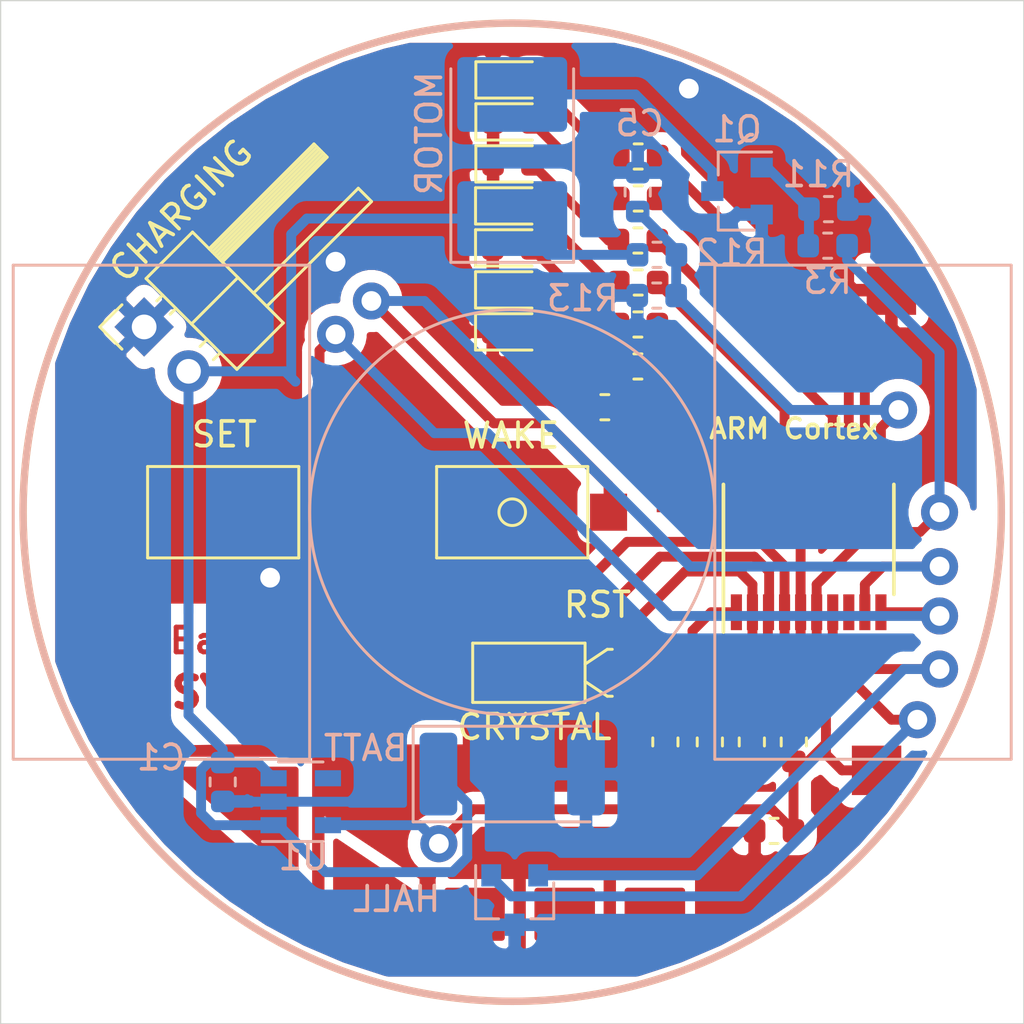
<source format=kicad_pcb>
(kicad_pcb (version 20171130) (host pcbnew 5.1.4-1.fc30)

  (general
    (thickness 1.6)
    (drawings 29)
    (tracks 197)
    (zones 0)
    (modules 40)
    (nets 31)
  )

  (page A4)
  (layers
    (0 F.Cu signal hide)
    (31 B.Cu signal hide)
    (32 B.Adhes user hide)
    (33 F.Adhes user hide)
    (34 B.Paste user)
    (35 F.Paste user)
    (36 B.SilkS user)
    (37 F.SilkS user)
    (38 B.Mask user)
    (39 F.Mask user)
    (40 Dwgs.User user hide)
    (41 Cmts.User user hide)
    (42 Eco1.User user)
    (43 Eco2.User user)
    (44 Edge.Cuts user)
    (45 Margin user hide)
    (46 B.CrtYd user hide)
    (47 F.CrtYd user hide)
    (48 B.Fab user hide)
    (49 F.Fab user hide)
  )

  (setup
    (last_trace_width 0.25)
    (user_trace_width 0.4)
    (trace_clearance 0.2)
    (zone_clearance 0.508)
    (zone_45_only no)
    (trace_min 0.2)
    (via_size 0.8)
    (via_drill 0.4)
    (via_min_size 0.4)
    (via_min_drill 0.3)
    (user_via 1.5 0.8)
    (user_via 1.8 0.3)
    (user_via 2 0.3)
    (user_via 3 0.8)
    (uvia_size 0.3)
    (uvia_drill 0.1)
    (uvias_allowed no)
    (uvia_min_size 0.2)
    (uvia_min_drill 0.1)
    (edge_width 0.05)
    (segment_width 0.2)
    (pcb_text_width 0.3)
    (pcb_text_size 1.5 1.5)
    (mod_edge_width 0.12)
    (mod_text_size 1 1)
    (mod_text_width 0.15)
    (pad_size 2 2)
    (pad_drill 0)
    (pad_to_mask_clearance 0.051)
    (solder_mask_min_width 0.25)
    (aux_axis_origin 0 0)
    (visible_elements FFFFFF7F)
    (pcbplotparams
      (layerselection 0x010fc_ffffffff)
      (usegerberextensions false)
      (usegerberattributes false)
      (usegerberadvancedattributes false)
      (creategerberjobfile false)
      (excludeedgelayer true)
      (linewidth 0.100000)
      (plotframeref false)
      (viasonmask false)
      (mode 1)
      (useauxorigin false)
      (hpglpennumber 1)
      (hpglpenspeed 20)
      (hpglpendiameter 15.000000)
      (psnegative false)
      (psa4output false)
      (plotreference true)
      (plotvalue true)
      (plotinvisibletext false)
      (padsonsilk false)
      (subtractmaskfromsilk false)
      (outputformat 1)
      (mirror false)
      (drillshape 0)
      (scaleselection 1)
      (outputdirectory "output/"))
  )

  (net 0 "")
  (net 1 GND)
  (net 2 +5V)
  (net 3 Vcc)
  (net 4 "Net-(C3-Pad1)")
  (net 5 "Net-(C4-Pad1)")
  (net 6 "Net-(D1-Pad2)")
  (net 7 "Net-(D2-Pad2)")
  (net 8 "Net-(D3-Pad2)")
  (net 9 "Net-(D4-Pad2)")
  (net 10 "Net-(D5-Pad2)")
  (net 11 "Net-(D6-Pad2)")
  (net 12 "Net-(D7-Pad2)")
  (net 13 "Net-(M1-Pad2)")
  (net 14 CLK)
  (net 15 RST)
  (net 16 "Net-(R2-Pad1)")
  (net 17 "Net-(R4-Pad2)")
  (net 18 "Net-(R5-Pad2)")
  (net 19 "Net-(R6-Pad2)")
  (net 20 "Net-(R7-Pad2)")
  (net 21 "Net-(R8-Pad2)")
  (net 22 "Net-(R9-Pad2)")
  (net 23 "Net-(R10-Pad2)")
  (net 24 "Net-(SW1-Pad1)")
  (net 25 "Net-(SW2-Pad1)")
  (net 26 "Net-(U1-Pad4)")
  (net 27 "Net-(U2-Pad8)")
  (net 28 DIO)
  (net 29 "Net-(Q1-Pad1)")
  (net 30 VBAT)

  (net_class Default "To jest domyślna klasa połączeń."
    (clearance 0.2)
    (trace_width 0.25)
    (via_dia 0.8)
    (via_drill 0.4)
    (uvia_dia 0.3)
    (uvia_drill 0.1)
    (add_net +5V)
    (add_net CLK)
    (add_net DIO)
    (add_net GND)
    (add_net "Net-(C3-Pad1)")
    (add_net "Net-(C4-Pad1)")
    (add_net "Net-(D1-Pad2)")
    (add_net "Net-(D2-Pad2)")
    (add_net "Net-(D3-Pad2)")
    (add_net "Net-(D4-Pad2)")
    (add_net "Net-(D5-Pad2)")
    (add_net "Net-(D6-Pad2)")
    (add_net "Net-(D7-Pad2)")
    (add_net "Net-(M1-Pad2)")
    (add_net "Net-(Q1-Pad1)")
    (add_net "Net-(R10-Pad2)")
    (add_net "Net-(R2-Pad1)")
    (add_net "Net-(R4-Pad2)")
    (add_net "Net-(R5-Pad2)")
    (add_net "Net-(R6-Pad2)")
    (add_net "Net-(R7-Pad2)")
    (add_net "Net-(R8-Pad2)")
    (add_net "Net-(R9-Pad2)")
    (add_net "Net-(SW1-Pad1)")
    (add_net "Net-(SW2-Pad1)")
    (add_net "Net-(U1-Pad4)")
    (add_net "Net-(U2-Pad8)")
    (add_net RST)
    (add_net VBAT)
    (add_net Vcc)
  )

  (module Crystal:Crystal_DS26_D2.0mm_L6.0mm_Horizontal (layer F.Cu) (tedit 5D72BBFA) (tstamp 5D72A3A2)
    (at 223.85 121.85 270)
    (descr "Crystal THT DS26 6.0mm length 2.0mm diameter http://www.microcrystal.com/images/_Product-Documentation/03_TF_metal_Packages/01_Datasheet/DS-Series.pdf")
    (tags ['DS26'])
    (path /5D5DC690)
    (fp_text reference CRYSTAL (at 3.15 3.85) (layer F.SilkS)
      (effects (font (size 1 1) (thickness 0.15)))
    )
    (fp_text value 32.768 (at 3.47 1.625) (layer F.Fab)
      (effects (font (size 1 1) (thickness 0.15)))
    )
    (fp_text user %R (at 1 4.75) (layer F.Fab)
      (effects (font (size 0.7 0.7) (thickness 0.105)))
    )
    (fp_line (start -0.05 2) (end -0.05 6.096) (layer F.Fab) (width 0.1))
    (fp_line (start -0.05 6.096) (end 1.95 6.096) (layer F.Fab) (width 0.1))
    (fp_line (start 1.95 6.096) (end 1.95 2) (layer F.Fab) (width 0.1))
    (fp_line (start 1.95 2) (end -0.05 2) (layer F.Fab) (width 0.1))
    (fp_line (start 0.6 2) (end 0 1) (layer F.Fab) (width 0.1))
    (fp_line (start 0 1) (end 0 0) (layer F.Fab) (width 0.1))
    (fp_line (start 1.3 2) (end 1.9 1) (layer F.Fab) (width 0.1))
    (fp_line (start 1.9 1) (end 1.9 0) (layer F.Fab) (width 0.1))
    (fp_line (start -0.25 1.8) (end -0.25 6.35) (layer F.SilkS) (width 0.12))
    (fp_line (start -0.25 6.35) (end 2.15 6.35) (layer F.SilkS) (width 0.12))
    (fp_line (start 2.15 6.35) (end 2.15 1.8) (layer F.SilkS) (width 0.12))
    (fp_line (start 2.15 1.8) (end -0.25 1.8) (layer F.SilkS) (width 0.12))
    (fp_line (start 0.6 1.8) (end 0 0.9) (layer F.SilkS) (width 0.12))
    (fp_line (start 0 0.9) (end 0 0.7) (layer F.SilkS) (width 0.12))
    (fp_line (start 1.3 1.8) (end 1.9 0.9) (layer F.SilkS) (width 0.12))
    (fp_line (start 1.9 0.9) (end 1.9 0.7) (layer F.SilkS) (width 0.12))
    (fp_line (start -0.8 -0.8) (end -0.8 6.731) (layer F.CrtYd) (width 0.05))
    (fp_line (start -0.8 6.731) (end 2.7 6.731) (layer F.CrtYd) (width 0.05))
    (fp_line (start 2.7 6.731) (end 2.7 -0.8) (layer F.CrtYd) (width 0.05))
    (fp_line (start 2.7 -0.8) (end -0.8 -0.8) (layer F.CrtYd) (width 0.05))
    (pad 1 smd rect (at 0 0 270) (size 1 1) (layers F.Cu F.Paste F.Mask)
      (net 4 "Net-(C3-Pad1)"))
    (pad 2 smd rect (at 1.9 0 270) (size 1 1) (layers F.Cu F.Paste F.Mask)
      (net 5 "Net-(C4-Pad1)"))
    (model ${KISYS3DMOD}/Crystal.3dshapes/Crystal_DS26_D2.0mm_L6.0mm_Horizontal.wrl
      (at (xyz 0 0 0))
      (scale (xyz 1 1 1))
      (rotate (xyz 0 0 0))
    )
  )

  (module Connector_PinSocket_2.54mm:PinSocket_1x01_P2.54mm_Vertical (layer F.Cu) (tedit 5D72BB7B) (tstamp 5D72FCF6)
    (at 234.45 107.31)
    (descr "Through hole straight socket strip, 1x01, 2.54mm pitch, single row (from Kicad 4.0.7), script generated")
    (tags "Through hole socket strip THT 1x01 2.54mm single row")
    (fp_text reference GND (at 0 -2.1) (layer F.SilkS) hide
      (effects (font (size 1 1) (thickness 0.15)))
    )
    (fp_text value PinSocket_1x01_P2.54mm_Vertical (at 0 2.77) (layer F.Fab)
      (effects (font (size 1 1) (thickness 0.15)))
    )
    (fp_line (start -1.27 -1.27) (end 0.635 -1.27) (layer F.Fab) (width 0.1))
    (fp_line (start 0.635 -1.27) (end 1.27 -0.635) (layer F.Fab) (width 0.1))
    (fp_line (start 1.27 -0.635) (end 1.27 1.27) (layer F.Fab) (width 0.1))
    (fp_line (start 1.27 1.27) (end -1.27 1.27) (layer F.Fab) (width 0.1))
    (fp_line (start -1.27 1.27) (end -1.27 -1.27) (layer F.Fab) (width 0.1))
    (fp_line (start -1.8 -1.8) (end 1.75 -1.8) (layer F.CrtYd) (width 0.05))
    (fp_line (start 1.75 -1.8) (end 1.75 1.75) (layer F.CrtYd) (width 0.05))
    (fp_line (start 1.75 1.75) (end -1.8 1.75) (layer F.CrtYd) (width 0.05))
    (fp_line (start -1.8 1.75) (end -1.8 -1.8) (layer F.CrtYd) (width 0.05))
    (fp_text user %R (at 0 0) (layer F.Fab)
      (effects (font (size 1 1) (thickness 0.15)))
    )
    (pad 1 smd rect (at 0 0) (size 2 2) (layers F.Cu F.Paste F.Mask)
      (net 1 GND))
    (model ${KISYS3DMOD}/Connector_PinSocket_2.54mm.3dshapes/PinSocket_1x01_P2.54mm_Vertical.wrl
      (at (xyz 0 0 0))
      (scale (xyz 1 1 1))
      (rotate (xyz 0 0 0))
    )
  )

  (module Connector_PinSocket_2.54mm:PinSocket_1x01_P2.54mm_Vertical (layer F.Cu) (tedit 5D72BB2E) (tstamp 5D72EF2C)
    (at 233.85 126.75)
    (descr "Through hole straight socket strip, 1x01, 2.54mm pitch, single row (from Kicad 4.0.7), script generated")
    (tags "Through hole socket strip THT 1x01 2.54mm single row")
    (fp_text reference Vcc (at -0.95 -2.2) (layer F.SilkS) hide
      (effects (font (size 1 1) (thickness 0.15)))
    )
    (fp_text value PinSocket_1x01_P2.54mm_Vertical (at 0 2.77) (layer F.Fab)
      (effects (font (size 1 1) (thickness 0.15)))
    )
    (fp_text user %R (at 0 0) (layer F.Fab)
      (effects (font (size 1 1) (thickness 0.15)))
    )
    (fp_line (start -1.8 1.75) (end -1.8 -1.8) (layer F.CrtYd) (width 0.05))
    (fp_line (start 1.75 1.75) (end -1.8 1.75) (layer F.CrtYd) (width 0.05))
    (fp_line (start 1.75 -1.8) (end 1.75 1.75) (layer F.CrtYd) (width 0.05))
    (fp_line (start -1.8 -1.8) (end 1.75 -1.8) (layer F.CrtYd) (width 0.05))
    (fp_line (start -1.27 1.27) (end -1.27 -1.27) (layer F.Fab) (width 0.1))
    (fp_line (start 1.27 1.27) (end -1.27 1.27) (layer F.Fab) (width 0.1))
    (fp_line (start 1.27 -0.635) (end 1.27 1.27) (layer F.Fab) (width 0.1))
    (fp_line (start 0.635 -1.27) (end 1.27 -0.635) (layer F.Fab) (width 0.1))
    (fp_line (start -1.27 -1.27) (end 0.635 -1.27) (layer F.Fab) (width 0.1))
    (pad 1 smd rect (at 0 0) (size 2 2) (layers F.Cu F.Paste F.Mask)
      (net 3 Vcc))
    (model ${KISYS3DMOD}/Connector_PinSocket_2.54mm.3dshapes/PinSocket_1x01_P2.54mm_Vertical.wrl
      (at (xyz 0 0 0))
      (scale (xyz 1 1 1))
      (rotate (xyz 0 0 0))
    )
  )

  (module Connector_PinSocket_2.54mm:PinSocket_1x01_P2.54mm_Vertical (layer F.Cu) (tedit 5D72BB13) (tstamp 5D72E987)
    (at 219.55 119.85)
    (descr "Through hole straight socket strip, 1x01, 2.54mm pitch, single row (from Kicad 4.0.7), script generated")
    (tags "Through hole socket strip THT 1x01 2.54mm single row")
    (fp_text reference RST (at 3 0.2) (layer F.SilkS)
      (effects (font (size 1 1) (thickness 0.15)))
    )
    (fp_text value PinSocket_1x01_P2.54mm_Vertical (at 0 2.77) (layer F.Fab)
      (effects (font (size 1 1) (thickness 0.15)))
    )
    (fp_text user %R (at 0 0) (layer F.Fab)
      (effects (font (size 1 1) (thickness 0.15)))
    )
    (fp_line (start -1.8 1.75) (end -1.8 -1.8) (layer F.CrtYd) (width 0.05))
    (fp_line (start 1.75 1.75) (end -1.8 1.75) (layer F.CrtYd) (width 0.05))
    (fp_line (start 1.75 -1.8) (end 1.75 1.75) (layer F.CrtYd) (width 0.05))
    (fp_line (start -1.8 -1.8) (end 1.75 -1.8) (layer F.CrtYd) (width 0.05))
    (fp_line (start -1.27 1.27) (end -1.27 -1.27) (layer F.Fab) (width 0.1))
    (fp_line (start 1.27 1.27) (end -1.27 1.27) (layer F.Fab) (width 0.1))
    (fp_line (start 1.27 -0.635) (end 1.27 1.27) (layer F.Fab) (width 0.1))
    (fp_line (start 0.635 -1.27) (end 1.27 -0.635) (layer F.Fab) (width 0.1))
    (fp_line (start -1.27 -1.27) (end 0.635 -1.27) (layer F.Fab) (width 0.1))
    (pad 1 smd rect (at 0 0) (size 2 2) (layers F.Cu F.Paste F.Mask)
      (net 15 RST))
    (model ${KISYS3DMOD}/Connector_PinSocket_2.54mm.3dshapes/PinSocket_1x01_P2.54mm_Vertical.wrl
      (at (xyz 0 0 0))
      (scale (xyz 1 1 1))
      (rotate (xyz 0 0 0))
    )
  )

  (module Connector_PinSocket_2.54mm:PinSocket_1x01_P2.54mm_Vertical (layer F.Cu) (tedit 5D72BAFB) (tstamp 5D72EB5C)
    (at 225.95 115.3)
    (descr "Through hole straight socket strip, 1x01, 2.54mm pitch, single row (from Kicad 4.0.7), script generated")
    (tags "Through hole socket strip THT 1x01 2.54mm single row")
    (fp_text reference CLK (at -0.15 2.6) (layer F.SilkS) hide
      (effects (font (size 1 1) (thickness 0.15)))
    )
    (fp_text value PinSocket_1x01_P2.54mm_Vertical (at 0 2.77) (layer F.Fab)
      (effects (font (size 1 1) (thickness 0.15)))
    )
    (fp_line (start -1.27 -1.27) (end 0.635 -1.27) (layer F.Fab) (width 0.1))
    (fp_line (start 0.635 -1.27) (end 1.27 -0.635) (layer F.Fab) (width 0.1))
    (fp_line (start 1.27 -0.635) (end 1.27 1.27) (layer F.Fab) (width 0.1))
    (fp_line (start 1.27 1.27) (end -1.27 1.27) (layer F.Fab) (width 0.1))
    (fp_line (start -1.27 1.27) (end -1.27 -1.27) (layer F.Fab) (width 0.1))
    (fp_line (start -1.8 -1.8) (end 1.75 -1.8) (layer F.CrtYd) (width 0.05))
    (fp_line (start 1.75 -1.8) (end 1.75 1.75) (layer F.CrtYd) (width 0.05))
    (fp_line (start 1.75 1.75) (end -1.8 1.75) (layer F.CrtYd) (width 0.05))
    (fp_line (start -1.8 1.75) (end -1.8 -1.8) (layer F.CrtYd) (width 0.05))
    (fp_text user %R (at 0 0) (layer F.Fab)
      (effects (font (size 1 1) (thickness 0.15)))
    )
    (pad 1 smd rect (at 0 0) (size 2 2) (layers F.Cu F.Paste F.Mask)
      (net 23 "Net-(R10-Pad2)"))
    (model ${KISYS3DMOD}/Connector_PinSocket_2.54mm.3dshapes/PinSocket_1x01_P2.54mm_Vertical.wrl
      (at (xyz 0 0 0))
      (scale (xyz 1 1 1))
      (rotate (xyz 0 0 0))
    )
  )

  (module Connector_PinSocket_2.54mm:PinSocket_1x01_P2.54mm_Vertical (layer F.Cu) (tedit 5D72BAE5) (tstamp 5D72ECA4)
    (at 225.9 112.5)
    (descr "Through hole straight socket strip, 1x01, 2.54mm pitch, single row (from Kicad 4.0.7), script generated")
    (tags "Through hole socket strip THT 1x01 2.54mm single row")
    (fp_text reference DIO (at 1.25 -2.25) (layer F.SilkS) hide
      (effects (font (size 1 1) (thickness 0.15)))
    )
    (fp_text value PinSocket_1x01_P2.54mm_Vertical (at 0 2.77) (layer F.Fab)
      (effects (font (size 1 1) (thickness 0.15)))
    )
    (fp_text user %R (at 0 0) (layer F.Fab)
      (effects (font (size 1 1) (thickness 0.15)))
    )
    (fp_line (start -1.8 1.75) (end -1.8 -1.8) (layer F.CrtYd) (width 0.05))
    (fp_line (start 1.75 1.75) (end -1.8 1.75) (layer F.CrtYd) (width 0.05))
    (fp_line (start 1.75 -1.8) (end 1.75 1.75) (layer F.CrtYd) (width 0.05))
    (fp_line (start -1.8 -1.8) (end 1.75 -1.8) (layer F.CrtYd) (width 0.05))
    (fp_line (start -1.27 1.27) (end -1.27 -1.27) (layer F.Fab) (width 0.1))
    (fp_line (start 1.27 1.27) (end -1.27 1.27) (layer F.Fab) (width 0.1))
    (fp_line (start 1.27 -0.635) (end 1.27 1.27) (layer F.Fab) (width 0.1))
    (fp_line (start 0.635 -1.27) (end 1.27 -0.635) (layer F.Fab) (width 0.1))
    (fp_line (start -1.27 -1.27) (end 0.635 -1.27) (layer F.Fab) (width 0.1))
    (pad 1 smd trapezoid (at 0 0) (size 2 2) (layers F.Cu F.Paste F.Mask)
      (net 22 "Net-(R9-Pad2)"))
    (model ${KISYS3DMOD}/Connector_PinSocket_2.54mm.3dshapes/PinSocket_1x01_P2.54mm_Vertical.wrl
      (at (xyz 0 0 0))
      (scale (xyz 1 1 1))
      (rotate (xyz 0 0 0))
    )
  )

  (module Button_Switch_SMD:SW_SPST_CK_RS282G05A3 (layer F.Cu) (tedit 5A7A67D2) (tstamp 5D719E0A)
    (at 219.1 116.3 180)
    (descr https://www.mouser.com/ds/2/60/RS-282G05A-SM_RT-1159762.pdf)
    (tags "SPST button tactile switch")
    (path /5D5F14F3)
    (attr smd)
    (fp_text reference WAKE (at 0.05 3.1) (layer F.SilkS)
      (effects (font (size 1 1) (thickness 0.15)))
    )
    (fp_text value WAKE (at 0 3) (layer F.Fab)
      (effects (font (size 1 1) (thickness 0.15)))
    )
    (fp_line (start 3 -1.8) (end 3 1.8) (layer F.Fab) (width 0.1))
    (fp_line (start -3 -1.8) (end -3 1.8) (layer F.Fab) (width 0.1))
    (fp_line (start -3 -1.8) (end 3 -1.8) (layer F.Fab) (width 0.1))
    (fp_line (start -3 1.8) (end 3 1.8) (layer F.Fab) (width 0.1))
    (fp_line (start -1.5 -0.8) (end -1.5 0.8) (layer F.Fab) (width 0.1))
    (fp_line (start 1.5 -0.8) (end 1.5 0.8) (layer F.Fab) (width 0.1))
    (fp_line (start -1.5 -0.8) (end 1.5 -0.8) (layer F.Fab) (width 0.1))
    (fp_line (start -1.5 0.8) (end 1.5 0.8) (layer F.Fab) (width 0.1))
    (fp_line (start -3.06 1.85) (end -3.06 -1.85) (layer F.SilkS) (width 0.12))
    (fp_line (start 3.06 1.85) (end -3.06 1.85) (layer F.SilkS) (width 0.12))
    (fp_line (start 3.06 -1.85) (end 3.06 1.85) (layer F.SilkS) (width 0.12))
    (fp_line (start -3.06 -1.85) (end 3.06 -1.85) (layer F.SilkS) (width 0.12))
    (fp_line (start -1.75 1) (end -1.75 -1) (layer F.Fab) (width 0.1))
    (fp_line (start 1.75 1) (end -1.75 1) (layer F.Fab) (width 0.1))
    (fp_line (start 1.75 -1) (end 1.75 1) (layer F.Fab) (width 0.1))
    (fp_line (start -1.75 -1) (end 1.75 -1) (layer F.Fab) (width 0.1))
    (fp_text user %R (at 0 -2.6) (layer F.Fab)
      (effects (font (size 1 1) (thickness 0.15)))
    )
    (fp_line (start -4.9 -2.05) (end 4.9 -2.05) (layer F.CrtYd) (width 0.05))
    (fp_line (start 4.9 -2.05) (end 4.9 2.05) (layer F.CrtYd) (width 0.05))
    (fp_line (start 4.9 2.05) (end -4.9 2.05) (layer F.CrtYd) (width 0.05))
    (fp_line (start -4.9 2.05) (end -4.9 -2.05) (layer F.CrtYd) (width 0.05))
    (pad 2 smd rect (at 3.9 0 180) (size 1.5 1.5) (layers F.Cu F.Paste F.Mask)
      (net 1 GND))
    (pad 1 smd rect (at -3.9 0 180) (size 1.5 1.5) (layers F.Cu F.Paste F.Mask)
      (net 24 "Net-(SW1-Pad1)"))
    (model ${KISYS3DMOD}/Button_Switch_SMD.3dshapes/SW_SPST_CK_RS282G05A3.wrl
      (at (xyz 0 0 0))
      (scale (xyz 1 1 1))
      (rotate (xyz 0 0 0))
    )
  )

  (module LED_SMD:LED_0603_1608Metric (layer F.Cu) (tedit 5B301BBE) (tstamp 5D719DF8)
    (at 219.1 103.9)
    (descr "LED SMD 0603 (1608 Metric), square (rectangular) end terminal, IPC_7351 nominal, (Body size source: http://www.tortai-tech.com/upload/download/2011102023233369053.pdf), generated with kicad-footprint-generator")
    (tags diode)
    (path /5D60484A)
    (attr smd)
    (fp_text reference D4 (at -3.4125 0.1) (layer F.SilkS) hide
      (effects (font (size 1 1) (thickness 0.15)))
    )
    (fp_text value LED3 (at -4.7375 2.725) (layer F.Fab)
      (effects (font (size 1 1) (thickness 0.15)))
    )
    (fp_line (start 0.8 -0.4) (end -0.5 -0.4) (layer F.Fab) (width 0.1))
    (fp_line (start -0.5 -0.4) (end -0.8 -0.1) (layer F.Fab) (width 0.1))
    (fp_line (start -0.8 -0.1) (end -0.8 0.4) (layer F.Fab) (width 0.1))
    (fp_line (start -0.8 0.4) (end 0.8 0.4) (layer F.Fab) (width 0.1))
    (fp_line (start 0.8 0.4) (end 0.8 -0.4) (layer F.Fab) (width 0.1))
    (fp_line (start 0.8 -0.735) (end -1.485 -0.735) (layer F.SilkS) (width 0.12))
    (fp_line (start -1.485 -0.735) (end -1.485 0.735) (layer F.SilkS) (width 0.12))
    (fp_line (start -1.485 0.735) (end 0.8 0.735) (layer F.SilkS) (width 0.12))
    (fp_line (start -1.48 0.73) (end -1.48 -0.73) (layer F.CrtYd) (width 0.05))
    (fp_line (start -1.48 -0.73) (end 1.48 -0.73) (layer F.CrtYd) (width 0.05))
    (fp_line (start 1.48 -0.73) (end 1.48 0.73) (layer F.CrtYd) (width 0.05))
    (fp_line (start 1.48 0.73) (end -1.48 0.73) (layer F.CrtYd) (width 0.05))
    (fp_text user %R (at 0 0) (layer F.Fab)
      (effects (font (size 0.4 0.4) (thickness 0.06)))
    )
    (pad 1 smd roundrect (at -0.7875 0) (size 0.875 0.95) (layers F.Cu F.Paste F.Mask) (roundrect_rratio 0.25)
      (net 1 GND))
    (pad 2 smd roundrect (at 0.7875 0) (size 0.875 0.95) (layers F.Cu F.Paste F.Mask) (roundrect_rratio 0.25)
      (net 9 "Net-(D4-Pad2)"))
    (model ${KISYS3DMOD}/LED_SMD.3dshapes/LED_0603_1608Metric.wrl
      (at (xyz 0 0 0))
      (scale (xyz 1 1 1))
      (rotate (xyz 0 0 0))
    )
  )

  (module Resistor_SMD:R_0603_1608Metric (layer F.Cu) (tedit 5B301BBD) (tstamp 5D719DE7)
    (at 224.2 107)
    (descr "Resistor SMD 0603 (1608 Metric), square (rectangular) end terminal, IPC_7351 nominal, (Body size source: http://www.tortai-tech.com/upload/download/2011102023233369053.pdf), generated with kicad-footprint-generator")
    (tags resistor)
    (path /5D61B052)
    (attr smd)
    (fp_text reference R7 (at 3.1125 0) (layer F.SilkS) hide
      (effects (font (size 1 1) (thickness 0.15)))
    )
    (fp_text value 220R (at 0.6125 -19.2) (layer F.Fab)
      (effects (font (size 1 1) (thickness 0.15)))
    )
    (fp_line (start -0.8 0.4) (end -0.8 -0.4) (layer F.Fab) (width 0.1))
    (fp_line (start -0.8 -0.4) (end 0.8 -0.4) (layer F.Fab) (width 0.1))
    (fp_line (start 0.8 -0.4) (end 0.8 0.4) (layer F.Fab) (width 0.1))
    (fp_line (start 0.8 0.4) (end -0.8 0.4) (layer F.Fab) (width 0.1))
    (fp_line (start -0.162779 -0.51) (end 0.162779 -0.51) (layer F.SilkS) (width 0.12))
    (fp_line (start -0.162779 0.51) (end 0.162779 0.51) (layer F.SilkS) (width 0.12))
    (fp_line (start -1.48 0.73) (end -1.48 -0.73) (layer F.CrtYd) (width 0.05))
    (fp_line (start -1.48 -0.73) (end 1.48 -0.73) (layer F.CrtYd) (width 0.05))
    (fp_line (start 1.48 -0.73) (end 1.48 0.73) (layer F.CrtYd) (width 0.05))
    (fp_line (start 1.48 0.73) (end -1.48 0.73) (layer F.CrtYd) (width 0.05))
    (fp_text user %R (at 0 0) (layer F.Fab)
      (effects (font (size 0.4 0.4) (thickness 0.06)))
    )
    (pad 1 smd roundrect (at -0.7875 0) (size 0.875 0.95) (layers F.Cu F.Paste F.Mask) (roundrect_rratio 0.25)
      (net 9 "Net-(D4-Pad2)"))
    (pad 2 smd roundrect (at 0.7875 0) (size 0.875 0.95) (layers F.Cu F.Paste F.Mask) (roundrect_rratio 0.25)
      (net 20 "Net-(R7-Pad2)"))
    (model ${KISYS3DMOD}/Resistor_SMD.3dshapes/R_0603_1608Metric.wrl
      (at (xyz 0 0 0))
      (scale (xyz 1 1 1))
      (rotate (xyz 0 0 0))
    )
  )

  (module Resistor_SMD:R_0603_1608Metric (layer F.Cu) (tedit 5B301BBD) (tstamp 5D719DD7)
    (at 224.2 101.9)
    (descr "Resistor SMD 0603 (1608 Metric), square (rectangular) end terminal, IPC_7351 nominal, (Body size source: http://www.tortai-tech.com/upload/download/2011102023233369053.pdf), generated with kicad-footprint-generator")
    (tags resistor)
    (path /5D61728B)
    (attr smd)
    (fp_text reference R4 (at 3.0125 0.9) (layer F.SilkS) hide
      (effects (font (size 1 1) (thickness 0.15)))
    )
    (fp_text value 220R (at -4.9875 -11.1) (layer F.Fab)
      (effects (font (size 1 1) (thickness 0.15)))
    )
    (fp_text user %R (at 0 0) (layer F.Fab)
      (effects (font (size 0.4 0.4) (thickness 0.06)))
    )
    (fp_line (start 1.48 0.73) (end -1.48 0.73) (layer F.CrtYd) (width 0.05))
    (fp_line (start 1.48 -0.73) (end 1.48 0.73) (layer F.CrtYd) (width 0.05))
    (fp_line (start -1.48 -0.73) (end 1.48 -0.73) (layer F.CrtYd) (width 0.05))
    (fp_line (start -1.48 0.73) (end -1.48 -0.73) (layer F.CrtYd) (width 0.05))
    (fp_line (start -0.162779 0.51) (end 0.162779 0.51) (layer F.SilkS) (width 0.12))
    (fp_line (start -0.162779 -0.51) (end 0.162779 -0.51) (layer F.SilkS) (width 0.12))
    (fp_line (start 0.8 0.4) (end -0.8 0.4) (layer F.Fab) (width 0.1))
    (fp_line (start 0.8 -0.4) (end 0.8 0.4) (layer F.Fab) (width 0.1))
    (fp_line (start -0.8 -0.4) (end 0.8 -0.4) (layer F.Fab) (width 0.1))
    (fp_line (start -0.8 0.4) (end -0.8 -0.4) (layer F.Fab) (width 0.1))
    (pad 2 smd roundrect (at 0.7875 0) (size 0.875 0.95) (layers F.Cu F.Paste F.Mask) (roundrect_rratio 0.25)
      (net 17 "Net-(R4-Pad2)"))
    (pad 1 smd roundrect (at -0.7875 0) (size 0.875 0.95) (layers F.Cu F.Paste F.Mask) (roundrect_rratio 0.25)
      (net 6 "Net-(D1-Pad2)"))
    (model ${KISYS3DMOD}/Resistor_SMD.3dshapes/R_0603_1608Metric.wrl
      (at (xyz 0 0 0))
      (scale (xyz 1 1 1))
      (rotate (xyz 0 0 0))
    )
  )

  (module Resistor_SMD:R_0603_1608Metric (layer F.Cu) (tedit 5B301BBD) (tstamp 5D719DC6)
    (at 224.1875 110.4)
    (descr "Resistor SMD 0603 (1608 Metric), square (rectangular) end terminal, IPC_7351 nominal, (Body size source: http://www.tortai-tech.com/upload/download/2011102023233369053.pdf), generated with kicad-footprint-generator")
    (tags resistor)
    (path /5D61C420)
    (attr smd)
    (fp_text reference R9 (at 2.9125 0.2) (layer F.SilkS) hide
      (effects (font (size 1 1) (thickness 0.15)))
    )
    (fp_text value 220R (at 0.3875 -18) (layer F.Fab)
      (effects (font (size 1 1) (thickness 0.15)))
    )
    (fp_text user %R (at 0 0) (layer F.Fab)
      (effects (font (size 0.4 0.4) (thickness 0.06)))
    )
    (fp_line (start 1.48 0.73) (end -1.48 0.73) (layer F.CrtYd) (width 0.05))
    (fp_line (start 1.48 -0.73) (end 1.48 0.73) (layer F.CrtYd) (width 0.05))
    (fp_line (start -1.48 -0.73) (end 1.48 -0.73) (layer F.CrtYd) (width 0.05))
    (fp_line (start -1.48 0.73) (end -1.48 -0.73) (layer F.CrtYd) (width 0.05))
    (fp_line (start -0.162779 0.51) (end 0.162779 0.51) (layer F.SilkS) (width 0.12))
    (fp_line (start -0.162779 -0.51) (end 0.162779 -0.51) (layer F.SilkS) (width 0.12))
    (fp_line (start 0.8 0.4) (end -0.8 0.4) (layer F.Fab) (width 0.1))
    (fp_line (start 0.8 -0.4) (end 0.8 0.4) (layer F.Fab) (width 0.1))
    (fp_line (start -0.8 -0.4) (end 0.8 -0.4) (layer F.Fab) (width 0.1))
    (fp_line (start -0.8 0.4) (end -0.8 -0.4) (layer F.Fab) (width 0.1))
    (pad 2 smd roundrect (at 0.7875 0) (size 0.875 0.95) (layers F.Cu F.Paste F.Mask) (roundrect_rratio 0.25)
      (net 22 "Net-(R9-Pad2)"))
    (pad 1 smd roundrect (at -0.7875 0) (size 0.875 0.95) (layers F.Cu F.Paste F.Mask) (roundrect_rratio 0.25)
      (net 11 "Net-(D6-Pad2)"))
    (model ${KISYS3DMOD}/Resistor_SMD.3dshapes/R_0603_1608Metric.wrl
      (at (xyz 0 0 0))
      (scale (xyz 1 1 1))
      (rotate (xyz 0 0 0))
    )
  )

  (module LED_SMD:LED_0603_1608Metric (layer F.Cu) (tedit 5B301BBE) (tstamp 5D719DB4)
    (at 219.1 107.3)
    (descr "LED SMD 0603 (1608 Metric), square (rectangular) end terminal, IPC_7351 nominal, (Body size source: http://www.tortai-tech.com/upload/download/2011102023233369053.pdf), generated with kicad-footprint-generator")
    (tags diode)
    (path /5D604DB4)
    (attr smd)
    (fp_text reference D6 (at -3.6125 0.1) (layer F.SilkS) hide
      (effects (font (size 1 1) (thickness 0.15)))
    )
    (fp_text value LED5 (at -4.7875 3.975) (layer F.Fab)
      (effects (font (size 1 1) (thickness 0.15)))
    )
    (fp_line (start 0.8 -0.4) (end -0.5 -0.4) (layer F.Fab) (width 0.1))
    (fp_line (start -0.5 -0.4) (end -0.8 -0.1) (layer F.Fab) (width 0.1))
    (fp_line (start -0.8 -0.1) (end -0.8 0.4) (layer F.Fab) (width 0.1))
    (fp_line (start -0.8 0.4) (end 0.8 0.4) (layer F.Fab) (width 0.1))
    (fp_line (start 0.8 0.4) (end 0.8 -0.4) (layer F.Fab) (width 0.1))
    (fp_line (start 0.8 -0.735) (end -1.485 -0.735) (layer F.SilkS) (width 0.12))
    (fp_line (start -1.485 -0.735) (end -1.485 0.735) (layer F.SilkS) (width 0.12))
    (fp_line (start -1.485 0.735) (end 0.8 0.735) (layer F.SilkS) (width 0.12))
    (fp_line (start -1.48 0.73) (end -1.48 -0.73) (layer F.CrtYd) (width 0.05))
    (fp_line (start -1.48 -0.73) (end 1.48 -0.73) (layer F.CrtYd) (width 0.05))
    (fp_line (start 1.48 -0.73) (end 1.48 0.73) (layer F.CrtYd) (width 0.05))
    (fp_line (start 1.48 0.73) (end -1.48 0.73) (layer F.CrtYd) (width 0.05))
    (fp_text user %R (at 0 0) (layer F.Fab)
      (effects (font (size 0.4 0.4) (thickness 0.06)))
    )
    (pad 1 smd roundrect (at -0.7875 0) (size 0.875 0.95) (layers F.Cu F.Paste F.Mask) (roundrect_rratio 0.25)
      (net 1 GND))
    (pad 2 smd roundrect (at 0.7875 0) (size 0.875 0.95) (layers F.Cu F.Paste F.Mask) (roundrect_rratio 0.25)
      (net 11 "Net-(D6-Pad2)"))
    (model ${KISYS3DMOD}/LED_SMD.3dshapes/LED_0603_1608Metric.wrl
      (at (xyz 0 0 0))
      (scale (xyz 1 1 1))
      (rotate (xyz 0 0 0))
    )
  )

  (module Resistor_SMD:R_0603_1608Metric (layer F.Cu) (tedit 5B301BBD) (tstamp 5D719DA4)
    (at 230.5 125.6 90)
    (descr "Resistor SMD 0603 (1608 Metric), square (rectangular) end terminal, IPC_7351 nominal, (Body size source: http://www.tortai-tech.com/upload/download/2011102023233369053.pdf), generated with kicad-footprint-generator")
    (tags resistor)
    (path /5D5E07D5)
    (attr smd)
    (fp_text reference R1 (at -2.25 0.5 180) (layer F.SilkS) hide
      (effects (font (size 1 1) (thickness 0.15)))
    )
    (fp_text value 10k (at 0 1.43 90) (layer F.Fab)
      (effects (font (size 1 1) (thickness 0.15)))
    )
    (fp_line (start -0.8 0.4) (end -0.8 -0.4) (layer F.Fab) (width 0.1))
    (fp_line (start -0.8 -0.4) (end 0.8 -0.4) (layer F.Fab) (width 0.1))
    (fp_line (start 0.8 -0.4) (end 0.8 0.4) (layer F.Fab) (width 0.1))
    (fp_line (start 0.8 0.4) (end -0.8 0.4) (layer F.Fab) (width 0.1))
    (fp_line (start -0.162779 -0.51) (end 0.162779 -0.51) (layer F.SilkS) (width 0.12))
    (fp_line (start -0.162779 0.51) (end 0.162779 0.51) (layer F.SilkS) (width 0.12))
    (fp_line (start -1.48 0.73) (end -1.48 -0.73) (layer F.CrtYd) (width 0.05))
    (fp_line (start -1.48 -0.73) (end 1.48 -0.73) (layer F.CrtYd) (width 0.05))
    (fp_line (start 1.48 -0.73) (end 1.48 0.73) (layer F.CrtYd) (width 0.05))
    (fp_line (start 1.48 0.73) (end -1.48 0.73) (layer F.CrtYd) (width 0.05))
    (fp_text user %R (at 0 0 90) (layer F.Fab)
      (effects (font (size 0.4 0.4) (thickness 0.06)))
    )
    (pad 1 smd roundrect (at -0.7875 0 90) (size 0.875 0.95) (layers F.Cu F.Paste F.Mask) (roundrect_rratio 0.25)
      (net 3 Vcc))
    (pad 2 smd roundrect (at 0.7875 0 90) (size 0.875 0.95) (layers F.Cu F.Paste F.Mask) (roundrect_rratio 0.25)
      (net 15 RST))
    (model ${KISYS3DMOD}/Resistor_SMD.3dshapes/R_0603_1608Metric.wrl
      (at (xyz 0 0 0))
      (scale (xyz 1 1 1))
      (rotate (xyz 0 0 0))
    )
  )

  (module Resistor_SMD:R_0603_1608Metric (layer F.Cu) (tedit 5B301BBD) (tstamp 5D71F76B)
    (at 224.1875 105.3)
    (descr "Resistor SMD 0603 (1608 Metric), square (rectangular) end terminal, IPC_7351 nominal, (Body size source: http://www.tortai-tech.com/upload/download/2011102023233369053.pdf), generated with kicad-footprint-generator")
    (tags resistor)
    (path /5D61A6B6)
    (attr smd)
    (fp_text reference R6 (at 3.1125 0.2) (layer F.SilkS) hide
      (effects (font (size 1 1) (thickness 0.15)))
    )
    (fp_text value 220R (at -5.4125 -9.8) (layer F.Fab)
      (effects (font (size 1 1) (thickness 0.15)))
    )
    (fp_text user %R (at 0 0) (layer F.Fab)
      (effects (font (size 0.4 0.4) (thickness 0.06)))
    )
    (fp_line (start 1.48 0.73) (end -1.48 0.73) (layer F.CrtYd) (width 0.05))
    (fp_line (start 1.48 -0.73) (end 1.48 0.73) (layer F.CrtYd) (width 0.05))
    (fp_line (start -1.48 -0.73) (end 1.48 -0.73) (layer F.CrtYd) (width 0.05))
    (fp_line (start -1.48 0.73) (end -1.48 -0.73) (layer F.CrtYd) (width 0.05))
    (fp_line (start -0.162779 0.51) (end 0.162779 0.51) (layer F.SilkS) (width 0.12))
    (fp_line (start -0.162779 -0.51) (end 0.162779 -0.51) (layer F.SilkS) (width 0.12))
    (fp_line (start 0.8 0.4) (end -0.8 0.4) (layer F.Fab) (width 0.1))
    (fp_line (start 0.8 -0.4) (end 0.8 0.4) (layer F.Fab) (width 0.1))
    (fp_line (start -0.8 -0.4) (end 0.8 -0.4) (layer F.Fab) (width 0.1))
    (fp_line (start -0.8 0.4) (end -0.8 -0.4) (layer F.Fab) (width 0.1))
    (pad 2 smd roundrect (at 0.7875 0) (size 0.875 0.95) (layers F.Cu F.Paste F.Mask) (roundrect_rratio 0.25)
      (net 19 "Net-(R6-Pad2)"))
    (pad 1 smd roundrect (at -0.7875 0) (size 0.875 0.95) (layers F.Cu F.Paste F.Mask) (roundrect_rratio 0.25)
      (net 8 "Net-(D3-Pad2)"))
    (model ${KISYS3DMOD}/Resistor_SMD.3dshapes/R_0603_1608Metric.wrl
      (at (xyz 0 0 0))
      (scale (xyz 1 1 1))
      (rotate (xyz 0 0 0))
    )
  )

  (module LED_SMD:LED_0603_1608Metric (layer F.Cu) (tedit 5B301BBE) (tstamp 5D719D82)
    (at 219.1125 102.2)
    (descr "LED SMD 0603 (1608 Metric), square (rectangular) end terminal, IPC_7351 nominal, (Body size source: http://www.tortai-tech.com/upload/download/2011102023233369053.pdf), generated with kicad-footprint-generator")
    (tags diode)
    (path /5D6042BF)
    (attr smd)
    (fp_text reference D3 (at -3.4125 0) (layer F.SilkS) hide
      (effects (font (size 1 1) (thickness 0.15)))
    )
    (fp_text value LED2 (at -4.5625 1.85) (layer F.Fab)
      (effects (font (size 1 1) (thickness 0.15)))
    )
    (fp_text user %R (at 0 0) (layer F.Fab)
      (effects (font (size 0.4 0.4) (thickness 0.06)))
    )
    (fp_line (start 1.48 0.73) (end -1.48 0.73) (layer F.CrtYd) (width 0.05))
    (fp_line (start 1.48 -0.73) (end 1.48 0.73) (layer F.CrtYd) (width 0.05))
    (fp_line (start -1.48 -0.73) (end 1.48 -0.73) (layer F.CrtYd) (width 0.05))
    (fp_line (start -1.48 0.73) (end -1.48 -0.73) (layer F.CrtYd) (width 0.05))
    (fp_line (start -1.485 0.735) (end 0.8 0.735) (layer F.SilkS) (width 0.12))
    (fp_line (start -1.485 -0.735) (end -1.485 0.735) (layer F.SilkS) (width 0.12))
    (fp_line (start 0.8 -0.735) (end -1.485 -0.735) (layer F.SilkS) (width 0.12))
    (fp_line (start 0.8 0.4) (end 0.8 -0.4) (layer F.Fab) (width 0.1))
    (fp_line (start -0.8 0.4) (end 0.8 0.4) (layer F.Fab) (width 0.1))
    (fp_line (start -0.8 -0.1) (end -0.8 0.4) (layer F.Fab) (width 0.1))
    (fp_line (start -0.5 -0.4) (end -0.8 -0.1) (layer F.Fab) (width 0.1))
    (fp_line (start 0.8 -0.4) (end -0.5 -0.4) (layer F.Fab) (width 0.1))
    (pad 2 smd roundrect (at 0.7875 0) (size 0.875 0.95) (layers F.Cu F.Paste F.Mask) (roundrect_rratio 0.25)
      (net 8 "Net-(D3-Pad2)"))
    (pad 1 smd roundrect (at -0.7875 0) (size 0.875 0.95) (layers F.Cu F.Paste F.Mask) (roundrect_rratio 0.25)
      (net 1 GND))
    (model ${KISYS3DMOD}/LED_SMD.3dshapes/LED_0603_1608Metric.wrl
      (at (xyz 0 0 0))
      (scale (xyz 1 1 1))
      (rotate (xyz 0 0 0))
    )
  )

  (module LED_SMD:LED_0603_1608Metric (layer F.Cu) (tedit 5B301BBE) (tstamp 5D719D58)
    (at 219.1 105.6)
    (descr "LED SMD 0603 (1608 Metric), square (rectangular) end terminal, IPC_7351 nominal, (Body size source: http://www.tortai-tech.com/upload/download/2011102023233369053.pdf), generated with kicad-footprint-generator")
    (tags diode)
    (path /5D604BF8)
    (attr smd)
    (fp_text reference D5 (at -3.6125 0.1) (layer F.SilkS) hide
      (effects (font (size 1 1) (thickness 0.15)))
    )
    (fp_text value LED4 (at -4.55 3.45) (layer F.Fab)
      (effects (font (size 1 1) (thickness 0.15)))
    )
    (fp_text user %R (at 0 0) (layer F.Fab)
      (effects (font (size 0.4 0.4) (thickness 0.06)))
    )
    (fp_line (start 1.48 0.73) (end -1.48 0.73) (layer F.CrtYd) (width 0.05))
    (fp_line (start 1.48 -0.73) (end 1.48 0.73) (layer F.CrtYd) (width 0.05))
    (fp_line (start -1.48 -0.73) (end 1.48 -0.73) (layer F.CrtYd) (width 0.05))
    (fp_line (start -1.48 0.73) (end -1.48 -0.73) (layer F.CrtYd) (width 0.05))
    (fp_line (start -1.485 0.735) (end 0.8 0.735) (layer F.SilkS) (width 0.12))
    (fp_line (start -1.485 -0.735) (end -1.485 0.735) (layer F.SilkS) (width 0.12))
    (fp_line (start 0.8 -0.735) (end -1.485 -0.735) (layer F.SilkS) (width 0.12))
    (fp_line (start 0.8 0.4) (end 0.8 -0.4) (layer F.Fab) (width 0.1))
    (fp_line (start -0.8 0.4) (end 0.8 0.4) (layer F.Fab) (width 0.1))
    (fp_line (start -0.8 -0.1) (end -0.8 0.4) (layer F.Fab) (width 0.1))
    (fp_line (start -0.5 -0.4) (end -0.8 -0.1) (layer F.Fab) (width 0.1))
    (fp_line (start 0.8 -0.4) (end -0.5 -0.4) (layer F.Fab) (width 0.1))
    (pad 2 smd roundrect (at 0.7875 0) (size 0.875 0.95) (layers F.Cu F.Paste F.Mask) (roundrect_rratio 0.25)
      (net 10 "Net-(D5-Pad2)"))
    (pad 1 smd roundrect (at -0.7875 0) (size 0.875 0.95) (layers F.Cu F.Paste F.Mask) (roundrect_rratio 0.25)
      (net 1 GND))
    (model ${KISYS3DMOD}/LED_SMD.3dshapes/LED_0603_1608Metric.wrl
      (at (xyz 0 0 0))
      (scale (xyz 1 1 1))
      (rotate (xyz 0 0 0))
    )
  )

  (module Resistor_SMD:R_0603_1608Metric (layer F.Cu) (tedit 5B301BBD) (tstamp 5D719D38)
    (at 224.2 103.6)
    (descr "Resistor SMD 0603 (1608 Metric), square (rectangular) end terminal, IPC_7351 nominal, (Body size source: http://www.tortai-tech.com/upload/download/2011102023233369053.pdf), generated with kicad-footprint-generator")
    (tags resistor)
    (path /5D619D31)
    (attr smd)
    (fp_text reference R5 (at 3.0125 0.8) (layer F.SilkS) hide
      (effects (font (size 1 1) (thickness 0.15)))
    )
    (fp_text value 220R (at -5.2125 -10.7) (layer F.Fab)
      (effects (font (size 1 1) (thickness 0.15)))
    )
    (fp_line (start -0.8 0.4) (end -0.8 -0.4) (layer F.Fab) (width 0.1))
    (fp_line (start -0.8 -0.4) (end 0.8 -0.4) (layer F.Fab) (width 0.1))
    (fp_line (start 0.8 -0.4) (end 0.8 0.4) (layer F.Fab) (width 0.1))
    (fp_line (start 0.8 0.4) (end -0.8 0.4) (layer F.Fab) (width 0.1))
    (fp_line (start -0.162779 -0.51) (end 0.162779 -0.51) (layer F.SilkS) (width 0.12))
    (fp_line (start -0.162779 0.51) (end 0.162779 0.51) (layer F.SilkS) (width 0.12))
    (fp_line (start -1.48 0.73) (end -1.48 -0.73) (layer F.CrtYd) (width 0.05))
    (fp_line (start -1.48 -0.73) (end 1.48 -0.73) (layer F.CrtYd) (width 0.05))
    (fp_line (start 1.48 -0.73) (end 1.48 0.73) (layer F.CrtYd) (width 0.05))
    (fp_line (start 1.48 0.73) (end -1.48 0.73) (layer F.CrtYd) (width 0.05))
    (fp_text user %R (at 0 0) (layer F.Fab)
      (effects (font (size 0.4 0.4) (thickness 0.06)))
    )
    (pad 1 smd roundrect (at -0.7875 0) (size 0.875 0.95) (layers F.Cu F.Paste F.Mask) (roundrect_rratio 0.25)
      (net 7 "Net-(D2-Pad2)"))
    (pad 2 smd roundrect (at 0.7875 0) (size 0.875 0.95) (layers F.Cu F.Paste F.Mask) (roundrect_rratio 0.25)
      (net 18 "Net-(R5-Pad2)"))
    (model ${KISYS3DMOD}/Resistor_SMD.3dshapes/R_0603_1608Metric.wrl
      (at (xyz 0 0 0))
      (scale (xyz 1 1 1))
      (rotate (xyz 0 0 0))
    )
  )

  (module LED_SMD:LED_0603_1608Metric (layer F.Cu) (tedit 5B301BBE) (tstamp 5D719D25)
    (at 219.1125 100.5)
    (descr "LED SMD 0603 (1608 Metric), square (rectangular) end terminal, IPC_7351 nominal, (Body size source: http://www.tortai-tech.com/upload/download/2011102023233369053.pdf), generated with kicad-footprint-generator")
    (tags diode)
    (path /5D603E47)
    (attr smd)
    (fp_text reference D2 (at -3.5125 0) (layer F.SilkS) hide
      (effects (font (size 1 1) (thickness 0.15)))
    )
    (fp_text value LED1 (at -4.8125 0.85) (layer F.Fab)
      (effects (font (size 1 1) (thickness 0.15)))
    )
    (fp_line (start 0.8 -0.4) (end -0.5 -0.4) (layer F.Fab) (width 0.1))
    (fp_line (start -0.5 -0.4) (end -0.8 -0.1) (layer F.Fab) (width 0.1))
    (fp_line (start -0.8 -0.1) (end -0.8 0.4) (layer F.Fab) (width 0.1))
    (fp_line (start -0.8 0.4) (end 0.8 0.4) (layer F.Fab) (width 0.1))
    (fp_line (start 0.8 0.4) (end 0.8 -0.4) (layer F.Fab) (width 0.1))
    (fp_line (start 0.8 -0.735) (end -1.485 -0.735) (layer F.SilkS) (width 0.12))
    (fp_line (start -1.485 -0.735) (end -1.485 0.735) (layer F.SilkS) (width 0.12))
    (fp_line (start -1.485 0.735) (end 0.8 0.735) (layer F.SilkS) (width 0.12))
    (fp_line (start -1.48 0.73) (end -1.48 -0.73) (layer F.CrtYd) (width 0.05))
    (fp_line (start -1.48 -0.73) (end 1.48 -0.73) (layer F.CrtYd) (width 0.05))
    (fp_line (start 1.48 -0.73) (end 1.48 0.73) (layer F.CrtYd) (width 0.05))
    (fp_line (start 1.48 0.73) (end -1.48 0.73) (layer F.CrtYd) (width 0.05))
    (fp_text user %R (at 0 0) (layer F.Fab)
      (effects (font (size 0.4 0.4) (thickness 0.06)))
    )
    (pad 1 smd roundrect (at -0.7875 0) (size 0.875 0.95) (layers F.Cu F.Paste F.Mask) (roundrect_rratio 0.25)
      (net 1 GND))
    (pad 2 smd roundrect (at 0.7875 0) (size 0.875 0.95) (layers F.Cu F.Paste F.Mask) (roundrect_rratio 0.25)
      (net 7 "Net-(D2-Pad2)"))
    (model ${KISYS3DMOD}/LED_SMD.3dshapes/LED_0603_1608Metric.wrl
      (at (xyz 0 0 0))
      (scale (xyz 1 1 1))
      (rotate (xyz 0 0 0))
    )
  )

  (module Resistor_SMD:R_0603_1608Metric (layer F.Cu) (tedit 5B301BBD) (tstamp 5D72AA2D)
    (at 225.3 125.6 270)
    (descr "Resistor SMD 0603 (1608 Metric), square (rectangular) end terminal, IPC_7351 nominal, (Body size source: http://www.tortai-tech.com/upload/download/2011102023233369053.pdf), generated with kicad-footprint-generator")
    (tags resistor)
    (path /5D5E0BFF)
    (attr smd)
    (fp_text reference R2 (at 2.45 0.8 180) (layer F.SilkS) hide
      (effects (font (size 1 1) (thickness 0.15)))
    )
    (fp_text value 10k (at 4.3625 0.1 180) (layer F.Fab)
      (effects (font (size 1 1) (thickness 0.15)))
    )
    (fp_text user %R (at 0 0 90) (layer F.Fab)
      (effects (font (size 0.4 0.4) (thickness 0.06)))
    )
    (fp_line (start 1.48 0.73) (end -1.48 0.73) (layer F.CrtYd) (width 0.05))
    (fp_line (start 1.48 -0.73) (end 1.48 0.73) (layer F.CrtYd) (width 0.05))
    (fp_line (start -1.48 -0.73) (end 1.48 -0.73) (layer F.CrtYd) (width 0.05))
    (fp_line (start -1.48 0.73) (end -1.48 -0.73) (layer F.CrtYd) (width 0.05))
    (fp_line (start -0.162779 0.51) (end 0.162779 0.51) (layer F.SilkS) (width 0.12))
    (fp_line (start -0.162779 -0.51) (end 0.162779 -0.51) (layer F.SilkS) (width 0.12))
    (fp_line (start 0.8 0.4) (end -0.8 0.4) (layer F.Fab) (width 0.1))
    (fp_line (start 0.8 -0.4) (end 0.8 0.4) (layer F.Fab) (width 0.1))
    (fp_line (start -0.8 -0.4) (end 0.8 -0.4) (layer F.Fab) (width 0.1))
    (fp_line (start -0.8 0.4) (end -0.8 -0.4) (layer F.Fab) (width 0.1))
    (pad 2 smd roundrect (at 0.7875 0 270) (size 0.875 0.95) (layers F.Cu F.Paste F.Mask) (roundrect_rratio 0.25)
      (net 1 GND))
    (pad 1 smd roundrect (at -0.7875 0 270) (size 0.875 0.95) (layers F.Cu F.Paste F.Mask) (roundrect_rratio 0.25)
      (net 16 "Net-(R2-Pad1)"))
    (model ${KISYS3DMOD}/Resistor_SMD.3dshapes/R_0603_1608Metric.wrl
      (at (xyz 0 0 0))
      (scale (xyz 1 1 1))
      (rotate (xyz 0 0 0))
    )
  )

  (module Package_TO_SOT_SMD:SOT-23 (layer B.Cu) (tedit 5A02FF57) (tstamp 5D719D00)
    (at 228.2 103.3 180)
    (descr "SOT-23, Standard")
    (tags SOT-23)
    (path /5D6E790C)
    (attr smd)
    (fp_text reference Q1 (at 0 2.5) (layer B.SilkS)
      (effects (font (size 1 1) (thickness 0.15)) (justify mirror))
    )
    (fp_text value IRLML0030TR (at 0 -2.5) (layer B.Fab)
      (effects (font (size 1 1) (thickness 0.15)) (justify mirror))
    )
    (fp_line (start 0.76 -1.58) (end -0.7 -1.58) (layer B.SilkS) (width 0.12))
    (fp_line (start 0.76 1.58) (end -1.4 1.58) (layer B.SilkS) (width 0.12))
    (fp_line (start -1.7 -1.75) (end -1.7 1.75) (layer B.CrtYd) (width 0.05))
    (fp_line (start 1.7 -1.75) (end -1.7 -1.75) (layer B.CrtYd) (width 0.05))
    (fp_line (start 1.7 1.75) (end 1.7 -1.75) (layer B.CrtYd) (width 0.05))
    (fp_line (start -1.7 1.75) (end 1.7 1.75) (layer B.CrtYd) (width 0.05))
    (fp_line (start 0.76 1.58) (end 0.76 0.65) (layer B.SilkS) (width 0.12))
    (fp_line (start 0.76 -1.58) (end 0.76 -0.65) (layer B.SilkS) (width 0.12))
    (fp_line (start -0.7 -1.52) (end 0.7 -1.52) (layer B.Fab) (width 0.1))
    (fp_line (start 0.7 1.52) (end 0.7 -1.52) (layer B.Fab) (width 0.1))
    (fp_line (start -0.7 0.95) (end -0.15 1.52) (layer B.Fab) (width 0.1))
    (fp_line (start -0.15 1.52) (end 0.7 1.52) (layer B.Fab) (width 0.1))
    (fp_line (start -0.7 0.95) (end -0.7 -1.5) (layer B.Fab) (width 0.1))
    (fp_text user %R (at 0 0 270) (layer B.Fab)
      (effects (font (size 0.5 0.5) (thickness 0.075)) (justify mirror))
    )
    (pad 3 smd rect (at 1 0 180) (size 0.9 0.8) (layers B.Cu B.Paste B.Mask)
      (net 13 "Net-(M1-Pad2)"))
    (pad 2 smd rect (at -1 -0.95 180) (size 0.9 0.8) (layers B.Cu B.Paste B.Mask)
      (net 1 GND))
    (pad 1 smd rect (at -1 0.95 180) (size 0.9 0.8) (layers B.Cu B.Paste B.Mask)
      (net 29 "Net-(Q1-Pad1)"))
    (model ${KISYS3DMOD}/Package_TO_SOT_SMD.3dshapes/SOT-23.wrl
      (at (xyz 0 0 0))
      (scale (xyz 1 1 1))
      (rotate (xyz 0 0 0))
    )
  )

  (module Package_TO_SOT_SMD:SOT-23-5 (layer B.Cu) (tedit 5A02FF57) (tstamp 5D719CDE)
    (at 210.54 128.02)
    (descr "5-pin SOT23 package")
    (tags SOT-23-5)
    (path /5D6B1217)
    (attr smd)
    (fp_text reference U1 (at 0.1 2.25) (layer B.SilkS)
      (effects (font (size 1 1) (thickness 0.15)) (justify mirror))
    )
    (fp_text value TC1186 (at 0 -2.9) (layer B.Fab)
      (effects (font (size 1 1) (thickness 0.15)) (justify mirror))
    )
    (fp_line (start 0.9 1.55) (end 0.9 -1.55) (layer B.Fab) (width 0.1))
    (fp_line (start 0.9 -1.55) (end -0.9 -1.55) (layer B.Fab) (width 0.1))
    (fp_line (start -0.9 0.9) (end -0.9 -1.55) (layer B.Fab) (width 0.1))
    (fp_line (start 0.9 1.55) (end -0.25 1.55) (layer B.Fab) (width 0.1))
    (fp_line (start -0.9 0.9) (end -0.25 1.55) (layer B.Fab) (width 0.1))
    (fp_line (start -1.9 -1.8) (end -1.9 1.8) (layer B.CrtYd) (width 0.05))
    (fp_line (start 1.9 -1.8) (end -1.9 -1.8) (layer B.CrtYd) (width 0.05))
    (fp_line (start 1.9 1.8) (end 1.9 -1.8) (layer B.CrtYd) (width 0.05))
    (fp_line (start -1.9 1.8) (end 1.9 1.8) (layer B.CrtYd) (width 0.05))
    (fp_line (start 0.9 1.61) (end -1.55 1.61) (layer B.SilkS) (width 0.12))
    (fp_line (start -0.9 -1.61) (end 0.9 -1.61) (layer B.SilkS) (width 0.12))
    (fp_text user %R (at 0 0 -90) (layer B.Fab)
      (effects (font (size 0.5 0.5) (thickness 0.075)) (justify mirror))
    )
    (pad 5 smd rect (at 1.1 0.95) (size 1.06 0.65) (layers B.Cu B.Paste B.Mask)
      (net 3 Vcc))
    (pad 4 smd rect (at 1.1 -0.95) (size 1.06 0.65) (layers B.Cu B.Paste B.Mask)
      (net 26 "Net-(U1-Pad4)"))
    (pad 3 smd rect (at -1.1 -0.95) (size 1.06 0.65) (layers B.Cu B.Paste B.Mask)
      (net 2 +5V))
    (pad 2 smd rect (at -1.1 0) (size 1.06 0.65) (layers B.Cu B.Paste B.Mask)
      (net 1 GND))
    (pad 1 smd rect (at -1.1 0.95) (size 1.06 0.65) (layers B.Cu B.Paste B.Mask)
      (net 2 +5V))
    (model ${KISYS3DMOD}/Package_TO_SOT_SMD.3dshapes/SOT-23-5.wrl
      (at (xyz 0 0 0))
      (scale (xyz 1 1 1))
      (rotate (xyz 0 0 0))
    )
  )

  (module Resistor_SMD:R_0603_1608Metric (layer F.Cu) (tedit 5B301BBD) (tstamp 5D719CCE)
    (at 222.85 112.05)
    (descr "Resistor SMD 0603 (1608 Metric), square (rectangular) end terminal, IPC_7351 nominal, (Body size source: http://www.tortai-tech.com/upload/download/2011102023233369053.pdf), generated with kicad-footprint-generator")
    (tags resistor)
    (path /5D61CE91)
    (attr smd)
    (fp_text reference R10 (at -1.2875 1.6) (layer F.SilkS) hide
      (effects (font (size 1 1) (thickness 0.15)))
    )
    (fp_text value 220R (at 0.4125 -17.5) (layer F.Fab)
      (effects (font (size 1 1) (thickness 0.15)))
    )
    (fp_line (start -0.8 0.4) (end -0.8 -0.4) (layer F.Fab) (width 0.1))
    (fp_line (start -0.8 -0.4) (end 0.8 -0.4) (layer F.Fab) (width 0.1))
    (fp_line (start 0.8 -0.4) (end 0.8 0.4) (layer F.Fab) (width 0.1))
    (fp_line (start 0.8 0.4) (end -0.8 0.4) (layer F.Fab) (width 0.1))
    (fp_line (start -0.162779 -0.51) (end 0.162779 -0.51) (layer F.SilkS) (width 0.12))
    (fp_line (start -0.162779 0.51) (end 0.162779 0.51) (layer F.SilkS) (width 0.12))
    (fp_line (start -1.48 0.73) (end -1.48 -0.73) (layer F.CrtYd) (width 0.05))
    (fp_line (start -1.48 -0.73) (end 1.48 -0.73) (layer F.CrtYd) (width 0.05))
    (fp_line (start 1.48 -0.73) (end 1.48 0.73) (layer F.CrtYd) (width 0.05))
    (fp_line (start 1.48 0.73) (end -1.48 0.73) (layer F.CrtYd) (width 0.05))
    (fp_text user %R (at 0 0) (layer F.Fab)
      (effects (font (size 0.4 0.4) (thickness 0.06)))
    )
    (pad 1 smd roundrect (at -0.7875 0) (size 0.875 0.95) (layers F.Cu F.Paste F.Mask) (roundrect_rratio 0.25)
      (net 12 "Net-(D7-Pad2)"))
    (pad 2 smd roundrect (at 0.7875 0) (size 0.875 0.95) (layers F.Cu F.Paste F.Mask) (roundrect_rratio 0.25)
      (net 23 "Net-(R10-Pad2)"))
    (model ${KISYS3DMOD}/Resistor_SMD.3dshapes/R_0603_1608Metric.wrl
      (at (xyz 0 0 0))
      (scale (xyz 1 1 1))
      (rotate (xyz 0 0 0))
    )
  )

  (module Connector_PinHeader_2.54mm:PinHeader_1x02_P2.54mm_Horizontal (layer F.Cu) (tedit 59FED5CB) (tstamp 5D719C85)
    (at 204.2 108.8 45)
    (descr "Through hole angled pin header, 1x02, 2.54mm pitch, 6mm pin length, single row")
    (tags "Through hole angled pin header THT 1x02 2.54mm single row")
    (path /5D6C8721)
    (fp_text reference CHARGING (at 4.385 -2.27 45) (layer F.SilkS)
      (effects (font (size 1 1) (thickness 0.15)))
    )
    (fp_text value "Charging port" (at 4.385 4.81 45) (layer F.Fab)
      (effects (font (size 1 1) (thickness 0.15)))
    )
    (fp_text user %R (at 2.77 1.27 135) (layer F.Fab)
      (effects (font (size 1 1) (thickness 0.15)))
    )
    (fp_line (start 10.55 -1.8) (end -1.8 -1.8) (layer F.CrtYd) (width 0.05))
    (fp_line (start 10.55 4.35) (end 10.55 -1.8) (layer F.CrtYd) (width 0.05))
    (fp_line (start -1.8 4.35) (end 10.55 4.35) (layer F.CrtYd) (width 0.05))
    (fp_line (start -1.8 -1.8) (end -1.8 4.35) (layer F.CrtYd) (width 0.05))
    (fp_line (start -1.27 -1.27) (end 0 -1.27) (layer F.SilkS) (width 0.12))
    (fp_line (start -1.27 0) (end -1.27 -1.27) (layer F.SilkS) (width 0.12))
    (fp_line (start 1.042929 2.92) (end 1.44 2.92) (layer F.SilkS) (width 0.12))
    (fp_line (start 1.042929 2.16) (end 1.44 2.16) (layer F.SilkS) (width 0.12))
    (fp_line (start 10.1 2.92) (end 4.1 2.92) (layer F.SilkS) (width 0.12))
    (fp_line (start 10.1 2.16) (end 10.1 2.92) (layer F.SilkS) (width 0.12))
    (fp_line (start 4.1 2.16) (end 10.1 2.16) (layer F.SilkS) (width 0.12))
    (fp_line (start 1.44 1.27) (end 4.1 1.27) (layer F.SilkS) (width 0.12))
    (fp_line (start 1.11 0.38) (end 1.44 0.38) (layer F.SilkS) (width 0.12))
    (fp_line (start 1.11 -0.38) (end 1.44 -0.38) (layer F.SilkS) (width 0.12))
    (fp_line (start 4.1 0.28) (end 10.1 0.28) (layer F.SilkS) (width 0.12))
    (fp_line (start 4.1 0.16) (end 10.1 0.16) (layer F.SilkS) (width 0.12))
    (fp_line (start 4.1 0.04) (end 10.1 0.04) (layer F.SilkS) (width 0.12))
    (fp_line (start 4.1 -0.08) (end 10.1 -0.08) (layer F.SilkS) (width 0.12))
    (fp_line (start 4.1 -0.2) (end 10.1 -0.2) (layer F.SilkS) (width 0.12))
    (fp_line (start 4.1 -0.32) (end 10.1 -0.32) (layer F.SilkS) (width 0.12))
    (fp_line (start 10.1 0.38) (end 4.1 0.38) (layer F.SilkS) (width 0.12))
    (fp_line (start 10.1 -0.38) (end 10.1 0.38) (layer F.SilkS) (width 0.12))
    (fp_line (start 4.1 -0.38) (end 10.1 -0.38) (layer F.SilkS) (width 0.12))
    (fp_line (start 4.1 -1.33) (end 1.44 -1.33) (layer F.SilkS) (width 0.12))
    (fp_line (start 4.1 3.87) (end 4.1 -1.33) (layer F.SilkS) (width 0.12))
    (fp_line (start 1.44 3.87) (end 4.1 3.87) (layer F.SilkS) (width 0.12))
    (fp_line (start 1.44 -1.33) (end 1.44 3.87) (layer F.SilkS) (width 0.12))
    (fp_line (start 4.04 2.86) (end 10.04 2.86) (layer F.Fab) (width 0.1))
    (fp_line (start 10.04 2.22) (end 10.04 2.86) (layer F.Fab) (width 0.1))
    (fp_line (start 4.04 2.22) (end 10.04 2.22) (layer F.Fab) (width 0.1))
    (fp_line (start -0.32 2.86) (end 1.5 2.86) (layer F.Fab) (width 0.1))
    (fp_line (start -0.32 2.22) (end -0.32 2.86) (layer F.Fab) (width 0.1))
    (fp_line (start -0.32 2.22) (end 1.5 2.22) (layer F.Fab) (width 0.1))
    (fp_line (start 4.04 0.32) (end 10.04 0.32) (layer F.Fab) (width 0.1))
    (fp_line (start 10.04 -0.32) (end 10.04 0.32) (layer F.Fab) (width 0.1))
    (fp_line (start 4.04 -0.32) (end 10.04 -0.32) (layer F.Fab) (width 0.1))
    (fp_line (start -0.32 0.32) (end 1.5 0.32) (layer F.Fab) (width 0.1))
    (fp_line (start -0.32 -0.32) (end -0.32 0.32) (layer F.Fab) (width 0.1))
    (fp_line (start -0.32 -0.32) (end 1.5 -0.32) (layer F.Fab) (width 0.1))
    (fp_line (start 1.5 -0.635) (end 2.135 -1.27) (layer F.Fab) (width 0.1))
    (fp_line (start 1.5 3.81) (end 1.5 -0.635) (layer F.Fab) (width 0.1))
    (fp_line (start 4.04 3.81) (end 1.5 3.81) (layer F.Fab) (width 0.1))
    (fp_line (start 4.04 -1.27) (end 4.04 3.81) (layer F.Fab) (width 0.1))
    (fp_line (start 2.135 -1.27) (end 4.04 -1.27) (layer F.Fab) (width 0.1))
    (pad 2 thru_hole oval (at 0 2.54 45) (size 1.7 1.7) (drill 1) (layers *.Cu *.Mask)
      (net 2 +5V))
    (pad 1 thru_hole rect (at 0 0 45) (size 1.7 1.7) (drill 1) (layers *.Cu *.Mask)
      (net 1 GND))
    (model ${KISYS3DMOD}/Connector_PinHeader_2.54mm.3dshapes/PinHeader_1x02_P2.54mm_Horizontal.wrl
      (at (xyz 0 0 0))
      (scale (xyz 1 1 1))
      (rotate (xyz 0 0 0))
    )
  )

  (module LED_SMD:LED_2816_7142Metric (layer B.Cu) (tedit 5B341557) (tstamp 5D719C4D)
    (at 219.1 101.9 90)
    (descr "LED SMD 2816 (7142 Metric), square (rectangular) end terminal, IPC_7351 nominal, (Body size from: https://www.vishay.com/docs/30100/wsl.pdf), generated with kicad-footprint-generator")
    (tags diode)
    (path /5D70604F)
    (attr smd)
    (fp_text reference MOTOR (at 0.94 -3.36 270) (layer B.SilkS)
      (effects (font (size 1 1) (thickness 0.15)) (justify mirror))
    )
    (fp_text value Motor_DC (at 0 -3.18 90) (layer B.Fab)
      (effects (font (size 1 1) (thickness 0.15)) (justify mirror))
    )
    (fp_line (start 3.55 2.1) (end -2.55 2.1) (layer B.Fab) (width 0.1))
    (fp_line (start -2.55 2.1) (end -3.55 1.1) (layer B.Fab) (width 0.1))
    (fp_line (start -3.55 1.1) (end -3.55 -2.1) (layer B.Fab) (width 0.1))
    (fp_line (start -3.55 -2.1) (end 3.55 -2.1) (layer B.Fab) (width 0.1))
    (fp_line (start 3.55 -2.1) (end 3.55 2.1) (layer B.Fab) (width 0.1))
    (fp_line (start 3.55 2.485) (end -4.285 2.485) (layer B.SilkS) (width 0.12))
    (fp_line (start -4.285 2.485) (end -4.285 -2.485) (layer B.SilkS) (width 0.12))
    (fp_line (start -4.285 -2.485) (end 3.55 -2.485) (layer B.SilkS) (width 0.12))
    (fp_line (start -4.28 -2.48) (end -4.28 2.48) (layer B.CrtYd) (width 0.05))
    (fp_line (start -4.28 2.48) (end 4.28 2.48) (layer B.CrtYd) (width 0.05))
    (fp_line (start 4.28 2.48) (end 4.28 -2.48) (layer B.CrtYd) (width 0.05))
    (fp_line (start 4.28 -2.48) (end -4.28 -2.48) (layer B.CrtYd) (width 0.05))
    (fp_text user %R (at 0 0 90) (layer B.Fab)
      (effects (font (size 1 1) (thickness 0.15)) (justify mirror))
    )
    (pad 1 smd roundrect (at -2.5125 0 90) (size 3.025 4.45) (layers B.Cu B.Paste B.Mask) (roundrect_rratio 0.082645)
      (net 2 +5V))
    (pad 2 smd roundrect (at 2.5125 0 90) (size 3.025 4.45) (layers B.Cu B.Paste B.Mask) (roundrect_rratio 0.082645)
      (net 13 "Net-(M1-Pad2)"))
    (model ${KISYS3DMOD}/LED_SMD.3dshapes/LED_2816_7142Metric.wrl
      (at (xyz 0 0 0))
      (scale (xyz 1 1 1))
      (rotate (xyz 0 0 0))
    )
  )

  (module Resistor_SMD:R_0603_1608Metric (layer F.Cu) (tedit 5B301BBD) (tstamp 5D719C3D)
    (at 224.1875 108.7)
    (descr "Resistor SMD 0603 (1608 Metric), square (rectangular) end terminal, IPC_7351 nominal, (Body size source: http://www.tortai-tech.com/upload/download/2011102023233369053.pdf), generated with kicad-footprint-generator")
    (tags resistor)
    (path /5D61B9DA)
    (attr smd)
    (fp_text reference R8 (at 3.0125 0.3) (layer F.SilkS) hide
      (effects (font (size 1 1) (thickness 0.15)))
    )
    (fp_text value 220R (at 0.4875 -18.6) (layer F.Fab)
      (effects (font (size 1 1) (thickness 0.15)))
    )
    (fp_text user %R (at 0 0) (layer F.Fab)
      (effects (font (size 0.4 0.4) (thickness 0.06)))
    )
    (fp_line (start 1.48 0.73) (end -1.48 0.73) (layer F.CrtYd) (width 0.05))
    (fp_line (start 1.48 -0.73) (end 1.48 0.73) (layer F.CrtYd) (width 0.05))
    (fp_line (start -1.48 -0.73) (end 1.48 -0.73) (layer F.CrtYd) (width 0.05))
    (fp_line (start -1.48 0.73) (end -1.48 -0.73) (layer F.CrtYd) (width 0.05))
    (fp_line (start -0.162779 0.51) (end 0.162779 0.51) (layer F.SilkS) (width 0.12))
    (fp_line (start -0.162779 -0.51) (end 0.162779 -0.51) (layer F.SilkS) (width 0.12))
    (fp_line (start 0.8 0.4) (end -0.8 0.4) (layer F.Fab) (width 0.1))
    (fp_line (start 0.8 -0.4) (end 0.8 0.4) (layer F.Fab) (width 0.1))
    (fp_line (start -0.8 -0.4) (end 0.8 -0.4) (layer F.Fab) (width 0.1))
    (fp_line (start -0.8 0.4) (end -0.8 -0.4) (layer F.Fab) (width 0.1))
    (pad 2 smd roundrect (at 0.7875 0) (size 0.875 0.95) (layers F.Cu F.Paste F.Mask) (roundrect_rratio 0.25)
      (net 21 "Net-(R8-Pad2)"))
    (pad 1 smd roundrect (at -0.7875 0) (size 0.875 0.95) (layers F.Cu F.Paste F.Mask) (roundrect_rratio 0.25)
      (net 10 "Net-(D5-Pad2)"))
    (model ${KISYS3DMOD}/Resistor_SMD.3dshapes/R_0603_1608Metric.wrl
      (at (xyz 0 0 0))
      (scale (xyz 1 1 1))
      (rotate (xyz 0 0 0))
    )
  )

  (module Package_SO:TSSOP-20_4.4x6.5mm_P0.65mm (layer F.Cu) (tedit 5A02F25C) (tstamp 5D719BC6)
    (at 231.1 117.4 90)
    (descr "20-Lead Plastic Thin Shrink Small Outline (ST)-4.4 mm Body [TSSOP] (see Microchip Packaging Specification 00000049BS.pdf)")
    (tags "SSOP 0.65")
    (path /5D5DBD75)
    (attr smd)
    (fp_text reference "ARM Cortex" (at 4.48 -0.6 180) (layer F.SilkS)
      (effects (font (size 0.8 0.8) (thickness 0.15)))
    )
    (fp_text value STM32F041F6Px (at 0 4.3 90) (layer F.Fab)
      (effects (font (size 1 1) (thickness 0.15)))
    )
    (fp_text user %R (at 0 0 90) (layer F.Fab)
      (effects (font (size 0.8 0.8) (thickness 0.15)))
    )
    (fp_line (start -3.75 -3.45) (end 2.225 -3.45) (layer F.SilkS) (width 0.15))
    (fp_line (start -2.225 3.45) (end 2.225 3.45) (layer F.SilkS) (width 0.15))
    (fp_line (start -3.95 3.55) (end 3.95 3.55) (layer F.CrtYd) (width 0.05))
    (fp_line (start -3.95 -3.55) (end 3.95 -3.55) (layer F.CrtYd) (width 0.05))
    (fp_line (start 3.95 -3.55) (end 3.95 3.55) (layer F.CrtYd) (width 0.05))
    (fp_line (start -3.95 -3.55) (end -3.95 3.55) (layer F.CrtYd) (width 0.05))
    (fp_line (start -2.2 -2.25) (end -1.2 -3.25) (layer F.Fab) (width 0.15))
    (fp_line (start -2.2 3.25) (end -2.2 -2.25) (layer F.Fab) (width 0.15))
    (fp_line (start 2.2 3.25) (end -2.2 3.25) (layer F.Fab) (width 0.15))
    (fp_line (start 2.2 -3.25) (end 2.2 3.25) (layer F.Fab) (width 0.15))
    (fp_line (start -1.2 -3.25) (end 2.2 -3.25) (layer F.Fab) (width 0.15))
    (pad 20 smd rect (at 2.95 -2.925 90) (size 1.45 0.45) (layers F.Cu F.Paste F.Mask)
      (net 23 "Net-(R10-Pad2)"))
    (pad 19 smd rect (at 2.95 -2.275 90) (size 1.45 0.45) (layers F.Cu F.Paste F.Mask)
      (net 22 "Net-(R9-Pad2)"))
    (pad 18 smd rect (at 2.95 -1.625 90) (size 1.45 0.45) (layers F.Cu F.Paste F.Mask)
      (net 21 "Net-(R8-Pad2)"))
    (pad 17 smd rect (at 2.95 -0.975 90) (size 1.45 0.45) (layers F.Cu F.Paste F.Mask)
      (net 20 "Net-(R7-Pad2)"))
    (pad 16 smd rect (at 2.95 -0.325 90) (size 1.45 0.45) (layers F.Cu F.Paste F.Mask)
      (net 3 Vcc))
    (pad 15 smd rect (at 2.95 0.325 90) (size 1.45 0.45) (layers F.Cu F.Paste F.Mask)
      (net 1 GND))
    (pad 14 smd rect (at 2.95 0.975 90) (size 1.45 0.45) (layers F.Cu F.Paste F.Mask)
      (net 19 "Net-(R6-Pad2)"))
    (pad 13 smd rect (at 2.95 1.625 90) (size 1.45 0.45) (layers F.Cu F.Paste F.Mask)
      (net 18 "Net-(R5-Pad2)"))
    (pad 12 smd rect (at 2.95 2.275 90) (size 1.45 0.45) (layers F.Cu F.Paste F.Mask)
      (net 17 "Net-(R4-Pad2)"))
    (pad 11 smd rect (at 2.95 2.925 90) (size 1.45 0.45) (layers F.Cu F.Paste F.Mask)
      (net 30 VBAT))
    (pad 10 smd rect (at -2.95 2.925 90) (size 1.45 0.45) (layers F.Cu F.Paste F.Mask)
      (net 25 "Net-(SW2-Pad1)"))
    (pad 9 smd rect (at -2.95 2.275 90) (size 1.45 0.45) (layers F.Cu F.Paste F.Mask)
      (net 24 "Net-(SW1-Pad1)"))
    (pad 8 smd rect (at -2.95 1.625 90) (size 1.45 0.45) (layers F.Cu F.Paste F.Mask)
      (net 27 "Net-(U2-Pad8)"))
    (pad 7 smd rect (at -2.95 0.975 90) (size 1.45 0.45) (layers F.Cu F.Paste F.Mask)
      (net 28 DIO))
    (pad 6 smd rect (at -2.95 0.325 90) (size 1.45 0.45) (layers F.Cu F.Paste F.Mask)
      (net 14 CLK))
    (pad 5 smd rect (at -2.95 -0.325 90) (size 1.45 0.45) (layers F.Cu F.Paste F.Mask)
      (net 3 Vcc))
    (pad 4 smd rect (at -2.95 -0.975 90) (size 1.45 0.45) (layers F.Cu F.Paste F.Mask)
      (net 15 RST))
    (pad 3 smd rect (at -2.95 -1.625 90) (size 1.45 0.45) (layers F.Cu F.Paste F.Mask)
      (net 5 "Net-(C4-Pad1)"))
    (pad 2 smd rect (at -2.95 -2.275 90) (size 1.45 0.45) (layers F.Cu F.Paste F.Mask)
      (net 4 "Net-(C3-Pad1)"))
    (pad 1 smd rect (at -2.95 -2.925 90) (size 1.45 0.45) (layers F.Cu F.Paste F.Mask)
      (net 16 "Net-(R2-Pad1)"))
    (model ${KISYS3DMOD}/Package_SO.3dshapes/TSSOP-20_4.4x6.5mm_P0.65mm.wrl
      (at (xyz 0 0 0))
      (scale (xyz 1 1 1))
      (rotate (xyz 0 0 0))
    )
  )

  (module Resistor_SMD:R_0603_1608Metric (layer B.Cu) (tedit 5B301BBD) (tstamp 5D719BB5)
    (at 231.9 104.03)
    (descr "Resistor SMD 0603 (1608 Metric), square (rectangular) end terminal, IPC_7351 nominal, (Body size source: http://www.tortai-tech.com/upload/download/2011102023233369053.pdf), generated with kicad-footprint-generator")
    (tags resistor)
    (path /5D6EACFF)
    (attr smd)
    (fp_text reference R11 (at -0.41 -1.41) (layer B.SilkS)
      (effects (font (size 1 1) (thickness 0.15)) (justify mirror))
    )
    (fp_text value 15k (at -4.05 2.4 270) (layer B.Fab)
      (effects (font (size 1 1) (thickness 0.15)) (justify mirror))
    )
    (fp_text user %R (at 0 0) (layer B.Fab)
      (effects (font (size 0.4 0.4) (thickness 0.06)) (justify mirror))
    )
    (fp_line (start 1.48 -0.73) (end -1.48 -0.73) (layer B.CrtYd) (width 0.05))
    (fp_line (start 1.48 0.73) (end 1.48 -0.73) (layer B.CrtYd) (width 0.05))
    (fp_line (start -1.48 0.73) (end 1.48 0.73) (layer B.CrtYd) (width 0.05))
    (fp_line (start -1.48 -0.73) (end -1.48 0.73) (layer B.CrtYd) (width 0.05))
    (fp_line (start -0.162779 -0.51) (end 0.162779 -0.51) (layer B.SilkS) (width 0.12))
    (fp_line (start -0.162779 0.51) (end 0.162779 0.51) (layer B.SilkS) (width 0.12))
    (fp_line (start 0.8 -0.4) (end -0.8 -0.4) (layer B.Fab) (width 0.1))
    (fp_line (start 0.8 0.4) (end 0.8 -0.4) (layer B.Fab) (width 0.1))
    (fp_line (start -0.8 0.4) (end 0.8 0.4) (layer B.Fab) (width 0.1))
    (fp_line (start -0.8 -0.4) (end -0.8 0.4) (layer B.Fab) (width 0.1))
    (pad 2 smd roundrect (at 0.7875 0) (size 0.875 0.95) (layers B.Cu B.Paste B.Mask) (roundrect_rratio 0.25)
      (net 1 GND))
    (pad 1 smd roundrect (at -0.7875 0) (size 0.875 0.95) (layers B.Cu B.Paste B.Mask) (roundrect_rratio 0.25)
      (net 29 "Net-(Q1-Pad1)"))
    (model ${KISYS3DMOD}/Resistor_SMD.3dshapes/R_0603_1608Metric.wrl
      (at (xyz 0 0 0))
      (scale (xyz 1 1 1))
      (rotate (xyz 0 0 0))
    )
  )

  (module LED_SMD:LED_0603_1608Metric (layer F.Cu) (tedit 5B301BBE) (tstamp 5D719BA3)
    (at 219.1 109)
    (descr "LED SMD 0603 (1608 Metric), square (rectangular) end terminal, IPC_7351 nominal, (Body size source: http://www.tortai-tech.com/upload/download/2011102023233369053.pdf), generated with kicad-footprint-generator")
    (tags diode)
    (path /5D604F84)
    (attr smd)
    (fp_text reference D7 (at -3.6125 0.1) (layer F.SilkS) hide
      (effects (font (size 1 1) (thickness 0.15)))
    )
    (fp_text value LED6 (at -4.5125 4.3) (layer F.Fab)
      (effects (font (size 1 1) (thickness 0.15)))
    )
    (fp_text user %R (at 0 0) (layer F.Fab)
      (effects (font (size 0.4 0.4) (thickness 0.06)))
    )
    (fp_line (start 1.48 0.73) (end -1.48 0.73) (layer F.CrtYd) (width 0.05))
    (fp_line (start 1.48 -0.73) (end 1.48 0.73) (layer F.CrtYd) (width 0.05))
    (fp_line (start -1.48 -0.73) (end 1.48 -0.73) (layer F.CrtYd) (width 0.05))
    (fp_line (start -1.48 0.73) (end -1.48 -0.73) (layer F.CrtYd) (width 0.05))
    (fp_line (start -1.485 0.735) (end 0.8 0.735) (layer F.SilkS) (width 0.12))
    (fp_line (start -1.485 -0.735) (end -1.485 0.735) (layer F.SilkS) (width 0.12))
    (fp_line (start 0.8 -0.735) (end -1.485 -0.735) (layer F.SilkS) (width 0.12))
    (fp_line (start 0.8 0.4) (end 0.8 -0.4) (layer F.Fab) (width 0.1))
    (fp_line (start -0.8 0.4) (end 0.8 0.4) (layer F.Fab) (width 0.1))
    (fp_line (start -0.8 -0.1) (end -0.8 0.4) (layer F.Fab) (width 0.1))
    (fp_line (start -0.5 -0.4) (end -0.8 -0.1) (layer F.Fab) (width 0.1))
    (fp_line (start 0.8 -0.4) (end -0.5 -0.4) (layer F.Fab) (width 0.1))
    (pad 2 smd roundrect (at 0.7875 0) (size 0.875 0.95) (layers F.Cu F.Paste F.Mask) (roundrect_rratio 0.25)
      (net 12 "Net-(D7-Pad2)"))
    (pad 1 smd roundrect (at -0.7875 0) (size 0.875 0.95) (layers F.Cu F.Paste F.Mask) (roundrect_rratio 0.25)
      (net 1 GND))
    (model ${KISYS3DMOD}/LED_SMD.3dshapes/LED_0603_1608Metric.wrl
      (at (xyz 0 0 0))
      (scale (xyz 1 1 1))
      (rotate (xyz 0 0 0))
    )
  )

  (module Button_Switch_SMD:SW_SPST_CK_RS282G05A3 (layer F.Cu) (tedit 5A7A67D2) (tstamp 5D719B89)
    (at 207.4 116.3 180)
    (descr https://www.mouser.com/ds/2/60/RS-282G05A-SM_RT-1159762.pdf)
    (tags "SPST button tactile switch")
    (path /5D5F190F)
    (attr smd)
    (fp_text reference SET (at -0.05 3.15) (layer F.SilkS)
      (effects (font (size 1 1) (thickness 0.15)))
    )
    (fp_text value SET (at 0 3) (layer F.Fab)
      (effects (font (size 1 1) (thickness 0.15)))
    )
    (fp_line (start -4.9 2.05) (end -4.9 -2.05) (layer F.CrtYd) (width 0.05))
    (fp_line (start 4.9 2.05) (end -4.9 2.05) (layer F.CrtYd) (width 0.05))
    (fp_line (start 4.9 -2.05) (end 4.9 2.05) (layer F.CrtYd) (width 0.05))
    (fp_line (start -4.9 -2.05) (end 4.9 -2.05) (layer F.CrtYd) (width 0.05))
    (fp_text user %R (at 0 -2.6) (layer F.Fab)
      (effects (font (size 1 1) (thickness 0.15)))
    )
    (fp_line (start -1.75 -1) (end 1.75 -1) (layer F.Fab) (width 0.1))
    (fp_line (start 1.75 -1) (end 1.75 1) (layer F.Fab) (width 0.1))
    (fp_line (start 1.75 1) (end -1.75 1) (layer F.Fab) (width 0.1))
    (fp_line (start -1.75 1) (end -1.75 -1) (layer F.Fab) (width 0.1))
    (fp_line (start -3.06 -1.85) (end 3.06 -1.85) (layer F.SilkS) (width 0.12))
    (fp_line (start 3.06 -1.85) (end 3.06 1.85) (layer F.SilkS) (width 0.12))
    (fp_line (start 3.06 1.85) (end -3.06 1.85) (layer F.SilkS) (width 0.12))
    (fp_line (start -3.06 1.85) (end -3.06 -1.85) (layer F.SilkS) (width 0.12))
    (fp_line (start -1.5 0.8) (end 1.5 0.8) (layer F.Fab) (width 0.1))
    (fp_line (start -1.5 -0.8) (end 1.5 -0.8) (layer F.Fab) (width 0.1))
    (fp_line (start 1.5 -0.8) (end 1.5 0.8) (layer F.Fab) (width 0.1))
    (fp_line (start -1.5 -0.8) (end -1.5 0.8) (layer F.Fab) (width 0.1))
    (fp_line (start -3 1.8) (end 3 1.8) (layer F.Fab) (width 0.1))
    (fp_line (start -3 -1.8) (end 3 -1.8) (layer F.Fab) (width 0.1))
    (fp_line (start -3 -1.8) (end -3 1.8) (layer F.Fab) (width 0.1))
    (fp_line (start 3 -1.8) (end 3 1.8) (layer F.Fab) (width 0.1))
    (pad 1 smd rect (at -3.9 0 180) (size 1.5 1.5) (layers F.Cu F.Paste F.Mask)
      (net 25 "Net-(SW2-Pad1)"))
    (pad 2 smd rect (at 3.9 0 180) (size 1.5 1.5) (layers F.Cu F.Paste F.Mask)
      (net 1 GND))
    (model ${KISYS3DMOD}/Button_Switch_SMD.3dshapes/SW_SPST_CK_RS282G05A3.wrl
      (at (xyz 0 0 0))
      (scale (xyz 1 1 1))
      (rotate (xyz 0 0 0))
    )
  )

  (module Capacitor_SMD:C_0603_1608Metric (layer B.Cu) (tedit 5B301BBE) (tstamp 5D719B40)
    (at 207.38 127.22 270)
    (descr "Capacitor SMD 0603 (1608 Metric), square (rectangular) end terminal, IPC_7351 nominal, (Body size source: http://www.tortai-tech.com/upload/download/2011102023233369053.pdf), generated with kicad-footprint-generator")
    (tags capacitor)
    (path /5D6DA98F)
    (attr smd)
    (fp_text reference C1 (at -0.9875 2.5 180) (layer B.SilkS)
      (effects (font (size 1 1) (thickness 0.15)) (justify mirror))
    )
    (fp_text value 100n (at 0 -1.43 90) (layer B.Fab)
      (effects (font (size 1 1) (thickness 0.15)) (justify mirror))
    )
    (fp_text user %R (at 0 0 90) (layer B.Fab)
      (effects (font (size 0.4 0.4) (thickness 0.06)) (justify mirror))
    )
    (fp_line (start 1.48 -0.73) (end -1.48 -0.73) (layer B.CrtYd) (width 0.05))
    (fp_line (start 1.48 0.73) (end 1.48 -0.73) (layer B.CrtYd) (width 0.05))
    (fp_line (start -1.48 0.73) (end 1.48 0.73) (layer B.CrtYd) (width 0.05))
    (fp_line (start -1.48 -0.73) (end -1.48 0.73) (layer B.CrtYd) (width 0.05))
    (fp_line (start -0.162779 -0.51) (end 0.162779 -0.51) (layer B.SilkS) (width 0.12))
    (fp_line (start -0.162779 0.51) (end 0.162779 0.51) (layer B.SilkS) (width 0.12))
    (fp_line (start 0.8 -0.4) (end -0.8 -0.4) (layer B.Fab) (width 0.1))
    (fp_line (start 0.8 0.4) (end 0.8 -0.4) (layer B.Fab) (width 0.1))
    (fp_line (start -0.8 0.4) (end 0.8 0.4) (layer B.Fab) (width 0.1))
    (fp_line (start -0.8 -0.4) (end -0.8 0.4) (layer B.Fab) (width 0.1))
    (pad 2 smd roundrect (at 0.7875 0 270) (size 0.875 0.95) (layers B.Cu B.Paste B.Mask) (roundrect_rratio 0.25)
      (net 1 GND))
    (pad 1 smd roundrect (at -0.7875 0 270) (size 0.875 0.95) (layers B.Cu B.Paste B.Mask) (roundrect_rratio 0.25)
      (net 2 +5V))
    (model ${KISYS3DMOD}/Capacitor_SMD.3dshapes/C_0603_1608Metric.wrl
      (at (xyz 0 0 0))
      (scale (xyz 1 1 1))
      (rotate (xyz 0 0 0))
    )
  )

  (module Capacitor_SMD:C_0603_1608Metric (layer F.Cu) (tedit 5B301BBE) (tstamp 5D719B30)
    (at 229.7 129.2 180)
    (descr "Capacitor SMD 0603 (1608 Metric), square (rectangular) end terminal, IPC_7351 nominal, (Body size source: http://www.tortai-tech.com/upload/download/2011102023233369053.pdf), generated with kicad-footprint-generator")
    (tags capacitor)
    (path /5D6E34A0)
    (attr smd)
    (fp_text reference C2 (at -0.1 -1.55) (layer F.SilkS) hide
      (effects (font (size 1 1) (thickness 0.15)))
    )
    (fp_text value 100n (at 0 1.43) (layer F.Fab)
      (effects (font (size 1 1) (thickness 0.15)))
    )
    (fp_line (start -0.8 0.4) (end -0.8 -0.4) (layer F.Fab) (width 0.1))
    (fp_line (start -0.8 -0.4) (end 0.8 -0.4) (layer F.Fab) (width 0.1))
    (fp_line (start 0.8 -0.4) (end 0.8 0.4) (layer F.Fab) (width 0.1))
    (fp_line (start 0.8 0.4) (end -0.8 0.4) (layer F.Fab) (width 0.1))
    (fp_line (start -0.162779 -0.51) (end 0.162779 -0.51) (layer F.SilkS) (width 0.12))
    (fp_line (start -0.162779 0.51) (end 0.162779 0.51) (layer F.SilkS) (width 0.12))
    (fp_line (start -1.48 0.73) (end -1.48 -0.73) (layer F.CrtYd) (width 0.05))
    (fp_line (start -1.48 -0.73) (end 1.48 -0.73) (layer F.CrtYd) (width 0.05))
    (fp_line (start 1.48 -0.73) (end 1.48 0.73) (layer F.CrtYd) (width 0.05))
    (fp_line (start 1.48 0.73) (end -1.48 0.73) (layer F.CrtYd) (width 0.05))
    (fp_text user %R (at 0 0) (layer F.Fab)
      (effects (font (size 0.4 0.4) (thickness 0.06)))
    )
    (pad 1 smd roundrect (at -0.7875 0 180) (size 0.875 0.95) (layers F.Cu F.Paste F.Mask) (roundrect_rratio 0.25)
      (net 3 Vcc))
    (pad 2 smd roundrect (at 0.7875 0 180) (size 0.875 0.95) (layers F.Cu F.Paste F.Mask) (roundrect_rratio 0.25)
      (net 1 GND))
    (model ${KISYS3DMOD}/Capacitor_SMD.3dshapes/C_0603_1608Metric.wrl
      (at (xyz 0 0 0))
      (scale (xyz 1 1 1))
      (rotate (xyz 0 0 0))
    )
  )

  (module Capacitor_SMD:C_0603_1608Metric (layer F.Cu) (tedit 5B301BBE) (tstamp 5D72A9C7)
    (at 227.1 125.6 270)
    (descr "Capacitor SMD 0603 (1608 Metric), square (rectangular) end terminal, IPC_7351 nominal, (Body size source: http://www.tortai-tech.com/upload/download/2011102023233369053.pdf), generated with kicad-footprint-generator")
    (tags capacitor)
    (path /5D5DD4B0)
    (attr smd)
    (fp_text reference C3 (at 2.4 0.35 180) (layer F.SilkS) hide
      (effects (font (size 1 1) (thickness 0.15)))
    )
    (fp_text value 22p (at 4.3 -0.75 180) (layer F.Fab)
      (effects (font (size 1 1) (thickness 0.15)))
    )
    (fp_line (start -0.8 0.4) (end -0.8 -0.4) (layer F.Fab) (width 0.1))
    (fp_line (start -0.8 -0.4) (end 0.8 -0.4) (layer F.Fab) (width 0.1))
    (fp_line (start 0.8 -0.4) (end 0.8 0.4) (layer F.Fab) (width 0.1))
    (fp_line (start 0.8 0.4) (end -0.8 0.4) (layer F.Fab) (width 0.1))
    (fp_line (start -0.162779 -0.51) (end 0.162779 -0.51) (layer F.SilkS) (width 0.12))
    (fp_line (start -0.162779 0.51) (end 0.162779 0.51) (layer F.SilkS) (width 0.12))
    (fp_line (start -1.48 0.73) (end -1.48 -0.73) (layer F.CrtYd) (width 0.05))
    (fp_line (start -1.48 -0.73) (end 1.48 -0.73) (layer F.CrtYd) (width 0.05))
    (fp_line (start 1.48 -0.73) (end 1.48 0.73) (layer F.CrtYd) (width 0.05))
    (fp_line (start 1.48 0.73) (end -1.48 0.73) (layer F.CrtYd) (width 0.05))
    (fp_text user %R (at 0 0 90) (layer F.Fab)
      (effects (font (size 0.4 0.4) (thickness 0.06)))
    )
    (pad 1 smd roundrect (at -0.7875 0 270) (size 0.875 0.95) (layers F.Cu F.Paste F.Mask) (roundrect_rratio 0.25)
      (net 4 "Net-(C3-Pad1)"))
    (pad 2 smd roundrect (at 0.7875 0 270) (size 0.875 0.95) (layers F.Cu F.Paste F.Mask) (roundrect_rratio 0.25)
      (net 1 GND))
    (model ${KISYS3DMOD}/Capacitor_SMD.3dshapes/C_0603_1608Metric.wrl
      (at (xyz 0 0 0))
      (scale (xyz 1 1 1))
      (rotate (xyz 0 0 0))
    )
  )

  (module LED_SMD:LED_0603_1608Metric (layer F.Cu) (tedit 5B301BBE) (tstamp 5D719B0E)
    (at 219.1125 98.8)
    (descr "LED SMD 0603 (1608 Metric), square (rectangular) end terminal, IPC_7351 nominal, (Body size source: http://www.tortai-tech.com/upload/download/2011102023233369053.pdf), generated with kicad-footprint-generator")
    (tags diode)
    (path /5D603600)
    (attr smd)
    (fp_text reference D1 (at -3.5125 0) (layer F.SilkS) hide
      (effects (font (size 1 1) (thickness 0.15)))
    )
    (fp_text value LED0 (at -4.85 -0.35) (layer F.Fab)
      (effects (font (size 1 1) (thickness 0.15)))
    )
    (fp_text user %R (at 0 0) (layer F.Fab)
      (effects (font (size 0.4 0.4) (thickness 0.06)))
    )
    (fp_line (start 1.48 0.73) (end -1.48 0.73) (layer F.CrtYd) (width 0.05))
    (fp_line (start 1.48 -0.73) (end 1.48 0.73) (layer F.CrtYd) (width 0.05))
    (fp_line (start -1.48 -0.73) (end 1.48 -0.73) (layer F.CrtYd) (width 0.05))
    (fp_line (start -1.48 0.73) (end -1.48 -0.73) (layer F.CrtYd) (width 0.05))
    (fp_line (start -1.485 0.735) (end 0.8 0.735) (layer F.SilkS) (width 0.12))
    (fp_line (start -1.485 -0.735) (end -1.485 0.735) (layer F.SilkS) (width 0.12))
    (fp_line (start 0.8 -0.735) (end -1.485 -0.735) (layer F.SilkS) (width 0.12))
    (fp_line (start 0.8 0.4) (end 0.8 -0.4) (layer F.Fab) (width 0.1))
    (fp_line (start -0.8 0.4) (end 0.8 0.4) (layer F.Fab) (width 0.1))
    (fp_line (start -0.8 -0.1) (end -0.8 0.4) (layer F.Fab) (width 0.1))
    (fp_line (start -0.5 -0.4) (end -0.8 -0.1) (layer F.Fab) (width 0.1))
    (fp_line (start 0.8 -0.4) (end -0.5 -0.4) (layer F.Fab) (width 0.1))
    (pad 2 smd roundrect (at 0.7875 0) (size 0.875 0.95) (layers F.Cu F.Paste F.Mask) (roundrect_rratio 0.25)
      (net 6 "Net-(D1-Pad2)"))
    (pad 1 smd roundrect (at -0.7875 0) (size 0.875 0.95) (layers F.Cu F.Paste F.Mask) (roundrect_rratio 0.25)
      (net 1 GND))
    (model ${KISYS3DMOD}/LED_SMD.3dshapes/LED_0603_1608Metric.wrl
      (at (xyz 0 0 0))
      (scale (xyz 1 1 1))
      (rotate (xyz 0 0 0))
    )
  )

  (module Capacitor_SMD:C_0603_1608Metric (layer F.Cu) (tedit 5B301BBE) (tstamp 5D72A9F7)
    (at 228.8 125.6 270)
    (descr "Capacitor SMD 0603 (1608 Metric), square (rectangular) end terminal, IPC_7351 nominal, (Body size source: http://www.tortai-tech.com/upload/download/2011102023233369053.pdf), generated with kicad-footprint-generator")
    (tags capacitor)
    (path /5D5DD8E7)
    (attr smd)
    (fp_text reference C4 (at 2.35 -0.05 180) (layer F.SilkS) hide
      (effects (font (size 1 1) (thickness 0.15)))
    )
    (fp_text value 22p (at 3.9875 -1.8 180) (layer F.Fab)
      (effects (font (size 1 1) (thickness 0.15)))
    )
    (fp_text user %R (at 0 0 90) (layer F.Fab)
      (effects (font (size 0.4 0.4) (thickness 0.06)))
    )
    (fp_line (start 1.48 0.73) (end -1.48 0.73) (layer F.CrtYd) (width 0.05))
    (fp_line (start 1.48 -0.73) (end 1.48 0.73) (layer F.CrtYd) (width 0.05))
    (fp_line (start -1.48 -0.73) (end 1.48 -0.73) (layer F.CrtYd) (width 0.05))
    (fp_line (start -1.48 0.73) (end -1.48 -0.73) (layer F.CrtYd) (width 0.05))
    (fp_line (start -0.162779 0.51) (end 0.162779 0.51) (layer F.SilkS) (width 0.12))
    (fp_line (start -0.162779 -0.51) (end 0.162779 -0.51) (layer F.SilkS) (width 0.12))
    (fp_line (start 0.8 0.4) (end -0.8 0.4) (layer F.Fab) (width 0.1))
    (fp_line (start 0.8 -0.4) (end 0.8 0.4) (layer F.Fab) (width 0.1))
    (fp_line (start -0.8 -0.4) (end 0.8 -0.4) (layer F.Fab) (width 0.1))
    (fp_line (start -0.8 0.4) (end -0.8 -0.4) (layer F.Fab) (width 0.1))
    (pad 2 smd roundrect (at 0.7875 0 270) (size 0.875 0.95) (layers F.Cu F.Paste F.Mask) (roundrect_rratio 0.25)
      (net 1 GND))
    (pad 1 smd roundrect (at -0.7875 0 270) (size 0.875 0.95) (layers F.Cu F.Paste F.Mask) (roundrect_rratio 0.25)
      (net 5 "Net-(C4-Pad1)"))
    (model ${KISYS3DMOD}/Capacitor_SMD.3dshapes/C_0603_1608Metric.wrl
      (at (xyz 0 0 0))
      (scale (xyz 1 1 1))
      (rotate (xyz 0 0 0))
    )
  )

  (module LED_SMD:LED_2512_6332Metric_Pad1.52x3.35mm_HandSolder (layer B.Cu) (tedit 5B4B45C9) (tstamp 5D72CD5B)
    (at 219.1 126.9)
    (descr "LED SMD 2512 (6332 Metric), square (rectangular) end terminal, IPC_7351 nominal, (Body size source: http://www.tortai-tech.com/upload/download/2011102023233369053.pdf), generated with kicad-footprint-generator")
    (tags "LED handsolder")
    (path /5D75A7C0)
    (attr smd)
    (fp_text reference BATT (at -5.93 -1.05) (layer B.SilkS)
      (effects (font (size 1 1) (thickness 0.15)) (justify mirror))
    )
    (fp_text value "Cell pad" (at 0 -2.62) (layer B.Fab)
      (effects (font (size 1 1) (thickness 0.15)) (justify mirror))
    )
    (fp_line (start 3.15 1.6) (end -2.35 1.6) (layer B.Fab) (width 0.1))
    (fp_line (start -2.35 1.6) (end -3.15 0.8) (layer B.Fab) (width 0.1))
    (fp_line (start -3.15 0.8) (end -3.15 -1.6) (layer B.Fab) (width 0.1))
    (fp_line (start -3.15 -1.6) (end 3.15 -1.6) (layer B.Fab) (width 0.1))
    (fp_line (start 3.15 -1.6) (end 3.15 1.6) (layer B.Fab) (width 0.1))
    (fp_line (start 3.15 1.935) (end -4.01 1.935) (layer B.SilkS) (width 0.12))
    (fp_line (start -4.01 1.935) (end -4.01 -1.935) (layer B.SilkS) (width 0.12))
    (fp_line (start -4.01 -1.935) (end 3.15 -1.935) (layer B.SilkS) (width 0.12))
    (fp_line (start -4 -1.92) (end -4 1.92) (layer B.CrtYd) (width 0.05))
    (fp_line (start -4 1.92) (end 4 1.92) (layer B.CrtYd) (width 0.05))
    (fp_line (start 4 1.92) (end 4 -1.92) (layer B.CrtYd) (width 0.05))
    (fp_line (start 4 -1.92) (end -4 -1.92) (layer B.CrtYd) (width 0.05))
    (fp_text user %R (at 0 0) (layer B.Fab)
      (effects (font (size 1 1) (thickness 0.15)) (justify mirror))
    )
    (pad 1 smd roundrect (at -2.9875 0) (size 1.525 3.35) (layers B.Cu B.Paste B.Mask) (roundrect_rratio 0.163934)
      (net 2 +5V))
    (pad 2 smd roundrect (at 2.9875 0) (size 1.525 3.35) (layers B.Cu B.Paste B.Mask) (roundrect_rratio 0.163934)
      (net 1 GND))
    (model ${KISYS3DMOD}/LED_SMD.3dshapes/LED_2512_6332Metric.wrl
      (at (xyz 0 0 0))
      (scale (xyz 1 1 1))
      (rotate (xyz 0 0 0))
    )
  )

  (module Package_TO_SOT_SMD:SOT-23 (layer B.Cu) (tedit 5A02FF57) (tstamp 5D846C1C)
    (at 219.2 132 270)
    (descr "SOT-23, Standard")
    (tags SOT-23)
    (path /5D84C99C)
    (attr smd)
    (fp_text reference HALL (at -0.04 4.78) (layer B.SilkS)
      (effects (font (size 1 1) (thickness 0.15)) (justify mirror))
    )
    (fp_text value SS311PT (at 0 -2.5 270) (layer B.Fab)
      (effects (font (size 1 1) (thickness 0.15)) (justify mirror))
    )
    (fp_text user %R (at 0 0) (layer B.Fab)
      (effects (font (size 0.5 0.5) (thickness 0.075)) (justify mirror))
    )
    (fp_line (start -0.7 0.95) (end -0.7 -1.5) (layer B.Fab) (width 0.1))
    (fp_line (start -0.15 1.52) (end 0.7 1.52) (layer B.Fab) (width 0.1))
    (fp_line (start -0.7 0.95) (end -0.15 1.52) (layer B.Fab) (width 0.1))
    (fp_line (start 0.7 1.52) (end 0.7 -1.52) (layer B.Fab) (width 0.1))
    (fp_line (start -0.7 -1.52) (end 0.7 -1.52) (layer B.Fab) (width 0.1))
    (fp_line (start 0.76 -1.58) (end 0.76 -0.65) (layer B.SilkS) (width 0.12))
    (fp_line (start 0.76 1.58) (end 0.76 0.65) (layer B.SilkS) (width 0.12))
    (fp_line (start -1.7 1.75) (end 1.7 1.75) (layer B.CrtYd) (width 0.05))
    (fp_line (start 1.7 1.75) (end 1.7 -1.75) (layer B.CrtYd) (width 0.05))
    (fp_line (start 1.7 -1.75) (end -1.7 -1.75) (layer B.CrtYd) (width 0.05))
    (fp_line (start -1.7 -1.75) (end -1.7 1.75) (layer B.CrtYd) (width 0.05))
    (fp_line (start 0.76 1.58) (end -1.4 1.58) (layer B.SilkS) (width 0.12))
    (fp_line (start 0.76 -1.58) (end -0.7 -1.58) (layer B.SilkS) (width 0.12))
    (pad 1 smd rect (at -1 0.95 270) (size 0.9 0.8) (layers B.Cu B.Paste B.Mask)
      (net 14 CLK))
    (pad 2 smd rect (at -1 -0.95 270) (size 0.9 0.8) (layers B.Cu B.Paste B.Mask)
      (net 28 DIO))
    (pad 3 smd rect (at 1 0 270) (size 0.9 0.8) (layers B.Cu B.Paste B.Mask)
      (net 1 GND))
    (model ${KISYS3DMOD}/Package_TO_SOT_SMD.3dshapes/SOT-23.wrl
      (at (xyz 0 0 0))
      (scale (xyz 1 1 1))
      (rotate (xyz 0 0 0))
    )
  )

  (module Resistor_SMD:R_0603_1608Metric (layer B.Cu) (tedit 5B301BBD) (tstamp 5D8472B8)
    (at 231.87 105.51)
    (descr "Resistor SMD 0603 (1608 Metric), square (rectangular) end terminal, IPC_7351 nominal, (Body size source: http://www.tortai-tech.com/upload/download/2011102023233369053.pdf), generated with kicad-footprint-generator")
    (tags resistor)
    (path /5D86D800)
    (attr smd)
    (fp_text reference R3 (at 0 1.43) (layer B.SilkS)
      (effects (font (size 1 1) (thickness 0.15)) (justify mirror))
    )
    (fp_text value 470R (at 0 -1.43) (layer B.Fab)
      (effects (font (size 1 1) (thickness 0.15)) (justify mirror))
    )
    (fp_line (start -0.8 -0.4) (end -0.8 0.4) (layer B.Fab) (width 0.1))
    (fp_line (start -0.8 0.4) (end 0.8 0.4) (layer B.Fab) (width 0.1))
    (fp_line (start 0.8 0.4) (end 0.8 -0.4) (layer B.Fab) (width 0.1))
    (fp_line (start 0.8 -0.4) (end -0.8 -0.4) (layer B.Fab) (width 0.1))
    (fp_line (start -0.162779 0.51) (end 0.162779 0.51) (layer B.SilkS) (width 0.12))
    (fp_line (start -0.162779 -0.51) (end 0.162779 -0.51) (layer B.SilkS) (width 0.12))
    (fp_line (start -1.48 -0.73) (end -1.48 0.73) (layer B.CrtYd) (width 0.05))
    (fp_line (start -1.48 0.73) (end 1.48 0.73) (layer B.CrtYd) (width 0.05))
    (fp_line (start 1.48 0.73) (end 1.48 -0.73) (layer B.CrtYd) (width 0.05))
    (fp_line (start 1.48 -0.73) (end -1.48 -0.73) (layer B.CrtYd) (width 0.05))
    (fp_text user %R (at 0 0) (layer B.Fab)
      (effects (font (size 0.4 0.4) (thickness 0.06)) (justify mirror))
    )
    (pad 1 smd roundrect (at -0.7875 0) (size 0.875 0.95) (layers B.Cu B.Paste B.Mask) (roundrect_rratio 0.25)
      (net 29 "Net-(Q1-Pad1)"))
    (pad 2 smd roundrect (at 0.7875 0) (size 0.875 0.95) (layers B.Cu B.Paste B.Mask) (roundrect_rratio 0.25)
      (net 14 CLK))
    (model ${KISYS3DMOD}/Resistor_SMD.3dshapes/R_0603_1608Metric.wrl
      (at (xyz 0 0 0))
      (scale (xyz 1 1 1))
      (rotate (xyz 0 0 0))
    )
  )

  (module Capacitor_SMD:C_0603_1608Metric (layer B.Cu) (tedit 5B301BBE) (tstamp 5D8822CB)
    (at 224.18 103.34 90)
    (descr "Capacitor SMD 0603 (1608 Metric), square (rectangular) end terminal, IPC_7351 nominal, (Body size source: http://www.tortai-tech.com/upload/download/2011102023233369053.pdf), generated with kicad-footprint-generator")
    (tags capacitor)
    (path /5D887AC4)
    (attr smd)
    (fp_text reference C5 (at 2.78 0.08 180) (layer B.SilkS)
      (effects (font (size 1 1) (thickness 0.15)) (justify mirror))
    )
    (fp_text value 100n (at 0 -1.43 90) (layer B.Fab)
      (effects (font (size 1 1) (thickness 0.15)) (justify mirror))
    )
    (fp_line (start -0.8 -0.4) (end -0.8 0.4) (layer B.Fab) (width 0.1))
    (fp_line (start -0.8 0.4) (end 0.8 0.4) (layer B.Fab) (width 0.1))
    (fp_line (start 0.8 0.4) (end 0.8 -0.4) (layer B.Fab) (width 0.1))
    (fp_line (start 0.8 -0.4) (end -0.8 -0.4) (layer B.Fab) (width 0.1))
    (fp_line (start -0.162779 0.51) (end 0.162779 0.51) (layer B.SilkS) (width 0.12))
    (fp_line (start -0.162779 -0.51) (end 0.162779 -0.51) (layer B.SilkS) (width 0.12))
    (fp_line (start -1.48 -0.73) (end -1.48 0.73) (layer B.CrtYd) (width 0.05))
    (fp_line (start -1.48 0.73) (end 1.48 0.73) (layer B.CrtYd) (width 0.05))
    (fp_line (start 1.48 0.73) (end 1.48 -0.73) (layer B.CrtYd) (width 0.05))
    (fp_line (start 1.48 -0.73) (end -1.48 -0.73) (layer B.CrtYd) (width 0.05))
    (fp_text user %R (at 0 0 90) (layer B.Fab)
      (effects (font (size 0.4 0.4) (thickness 0.06)) (justify mirror))
    )
    (pad 1 smd roundrect (at -0.7875 0 90) (size 0.875 0.95) (layers B.Cu B.Paste B.Mask) (roundrect_rratio 0.25)
      (net 30 VBAT))
    (pad 2 smd roundrect (at 0.7875 0 90) (size 0.875 0.95) (layers B.Cu B.Paste B.Mask) (roundrect_rratio 0.25)
      (net 1 GND))
    (model ${KISYS3DMOD}/Capacitor_SMD.3dshapes/C_0603_1608Metric.wrl
      (at (xyz 0 0 0))
      (scale (xyz 1 1 1))
      (rotate (xyz 0 0 0))
    )
  )

  (module Resistor_SMD:R_0603_1608Metric (layer B.Cu) (tedit 5B301BBD) (tstamp 5D88229B)
    (at 224.96 105.88)
    (descr "Resistor SMD 0603 (1608 Metric), square (rectangular) end terminal, IPC_7351 nominal, (Body size source: http://www.tortai-tech.com/upload/download/2011102023233369053.pdf), generated with kicad-footprint-generator")
    (tags resistor)
    (path /5D886213)
    (attr smd)
    (fp_text reference R12 (at 3.03 -0.08) (layer B.SilkS)
      (effects (font (size 1 1) (thickness 0.15)) (justify mirror))
    )
    (fp_text value 15k (at 0 -1.43) (layer B.Fab)
      (effects (font (size 1 1) (thickness 0.15)) (justify mirror))
    )
    (fp_line (start -0.8 -0.4) (end -0.8 0.4) (layer B.Fab) (width 0.1))
    (fp_line (start -0.8 0.4) (end 0.8 0.4) (layer B.Fab) (width 0.1))
    (fp_line (start 0.8 0.4) (end 0.8 -0.4) (layer B.Fab) (width 0.1))
    (fp_line (start 0.8 -0.4) (end -0.8 -0.4) (layer B.Fab) (width 0.1))
    (fp_line (start -0.162779 0.51) (end 0.162779 0.51) (layer B.SilkS) (width 0.12))
    (fp_line (start -0.162779 -0.51) (end 0.162779 -0.51) (layer B.SilkS) (width 0.12))
    (fp_line (start -1.48 -0.73) (end -1.48 0.73) (layer B.CrtYd) (width 0.05))
    (fp_line (start -1.48 0.73) (end 1.48 0.73) (layer B.CrtYd) (width 0.05))
    (fp_line (start 1.48 0.73) (end 1.48 -0.73) (layer B.CrtYd) (width 0.05))
    (fp_line (start 1.48 -0.73) (end -1.48 -0.73) (layer B.CrtYd) (width 0.05))
    (fp_text user %R (at 0 0) (layer B.Fab)
      (effects (font (size 0.4 0.4) (thickness 0.06)) (justify mirror))
    )
    (pad 1 smd roundrect (at -0.7875 0) (size 0.875 0.95) (layers B.Cu B.Paste B.Mask) (roundrect_rratio 0.25)
      (net 2 +5V))
    (pad 2 smd roundrect (at 0.7875 0) (size 0.875 0.95) (layers B.Cu B.Paste B.Mask) (roundrect_rratio 0.25)
      (net 30 VBAT))
    (model ${KISYS3DMOD}/Resistor_SMD.3dshapes/R_0603_1608Metric.wrl
      (at (xyz 0 0 0))
      (scale (xyz 1 1 1))
      (rotate (xyz 0 0 0))
    )
  )

  (module Resistor_SMD:R_0603_1608Metric (layer B.Cu) (tedit 5B301BBD) (tstamp 5D8822FB)
    (at 224.95 107.53 180)
    (descr "Resistor SMD 0603 (1608 Metric), square (rectangular) end terminal, IPC_7351 nominal, (Body size source: http://www.tortai-tech.com/upload/download/2011102023233369053.pdf), generated with kicad-footprint-generator")
    (tags resistor)
    (path /5D8864F7)
    (attr smd)
    (fp_text reference R13 (at 2.99 -0.11) (layer B.SilkS)
      (effects (font (size 1 1) (thickness 0.15)) (justify mirror))
    )
    (fp_text value 15k (at 0 -1.43) (layer B.Fab)
      (effects (font (size 1 1) (thickness 0.15)) (justify mirror))
    )
    (fp_text user %R (at 0 0) (layer B.Fab)
      (effects (font (size 0.4 0.4) (thickness 0.06)) (justify mirror))
    )
    (fp_line (start 1.48 -0.73) (end -1.48 -0.73) (layer B.CrtYd) (width 0.05))
    (fp_line (start 1.48 0.73) (end 1.48 -0.73) (layer B.CrtYd) (width 0.05))
    (fp_line (start -1.48 0.73) (end 1.48 0.73) (layer B.CrtYd) (width 0.05))
    (fp_line (start -1.48 -0.73) (end -1.48 0.73) (layer B.CrtYd) (width 0.05))
    (fp_line (start -0.162779 -0.51) (end 0.162779 -0.51) (layer B.SilkS) (width 0.12))
    (fp_line (start -0.162779 0.51) (end 0.162779 0.51) (layer B.SilkS) (width 0.12))
    (fp_line (start 0.8 -0.4) (end -0.8 -0.4) (layer B.Fab) (width 0.1))
    (fp_line (start 0.8 0.4) (end 0.8 -0.4) (layer B.Fab) (width 0.1))
    (fp_line (start -0.8 0.4) (end 0.8 0.4) (layer B.Fab) (width 0.1))
    (fp_line (start -0.8 -0.4) (end -0.8 0.4) (layer B.Fab) (width 0.1))
    (pad 2 smd roundrect (at 0.7875 0 180) (size 0.875 0.95) (layers B.Cu B.Paste B.Mask) (roundrect_rratio 0.25)
      (net 1 GND))
    (pad 1 smd roundrect (at -0.7875 0 180) (size 0.875 0.95) (layers B.Cu B.Paste B.Mask) (roundrect_rratio 0.25)
      (net 30 VBAT))
    (model ${KISYS3DMOD}/Resistor_SMD.3dshapes/R_0603_1608Metric.wrl
      (at (xyz 0 0 0))
      (scale (xyz 1 1 1))
      (rotate (xyz 0 0 0))
    )
  )

  (gr_line (start 239.81 137.01) (end 198.39 137.01) (layer Edge.Cuts) (width 0.05) (tstamp 5D9775D4))
  (gr_line (start 198.39 116.3) (end 198.39 137.01) (layer Edge.Cuts) (width 0.05) (tstamp 5D9775D3))
  (gr_line (start 239.81 116.3) (end 239.81 137.01) (layer Edge.Cuts) (width 0.05) (tstamp 5D9775D2))
  (gr_line (start 198.39 95.59) (end 239.81 95.59) (layer Edge.Cuts) (width 0.05))
  (gr_circle (center 219.1 116.3) (end 238.9 116.3) (layer B.SilkS) (width 0.3) (tstamp 5D977472))
  (gr_line (start 198.39 116.3) (end 198.39 95.59) (layer Edge.Cuts) (width 0.05))
  (gr_line (start 239.81 116.3) (end 239.81 95.59) (layer Edge.Cuts) (width 0.05))
  (gr_circle (center 219.1 116.3) (end 238.9 116.3) (layer F.SilkS) (width 0.3))
  (gr_line (start 227.3 126.3) (end 227.3 106.3) (layer B.SilkS) (width 0.12) (tstamp 5D740534))
  (gr_line (start 239.3 126.3) (end 227.3 126.3) (layer B.SilkS) (width 0.12) (tstamp 5D740533))
  (gr_line (start 227.3 106.3) (end 239.3 106.3) (layer B.SilkS) (width 0.12) (tstamp 5D740532))
  (gr_line (start 239.3 106.3) (end 239.3 126.3) (layer B.SilkS) (width 0.12) (tstamp 5D740531))
  (gr_line (start 210.9 106.3) (end 210.9 126.3) (layer B.SilkS) (width 0.12) (tstamp 5D740534))
  (gr_line (start 198.9 106.3) (end 210.9 106.3) (layer B.SilkS) (width 0.12) (tstamp 5D740533))
  (gr_line (start 210.9 126.3) (end 198.9 126.3) (layer B.SilkS) (width 0.12) (tstamp 5D740532))
  (gr_line (start 198.9 126.3) (end 198.9 106.3) (layer B.SilkS) (width 0.12) (tstamp 5D740531))
  (gr_poly (pts (xy 223.65 131.5) (xy 226.1 131.5) (xy 226.1 133.65) (xy 223.65 133.65)) (layer F.Mask) (width 0.1))
  (gr_poly (pts (xy 220 131.5) (xy 222.45 131.5) (xy 222.45 133.65) (xy 220 133.65)) (layer F.Mask) (width 0.1))
  (gr_poly (pts (xy 216.35 131.5) (xy 218.8 131.5) (xy 218.8 133.65) (xy 216.35 133.65)) (layer F.Mask) (width 0.1))
  (gr_poly (pts (xy 211.85 129.4) (xy 211.85 132.4) (xy 215.05 133.55) (xy 215.05 131.55)) (layer F.Mask) (width 0.1))
  (gr_poly (pts (xy 205.2 126.6) (xy 210.45 126.6) (xy 210.45 131.25)) (layer F.Mask) (width 0.1))
  (gr_text "SYNCHRO 2" (at 210.55 123.6) (layer F.Mask)
    (effects (font (size 1.2 1.2) (thickness 0.3)))
  )
  (gr_text v0.4 (at 214.2 121.5) (layer F.Mask) (tstamp 5D730520)
    (effects (font (size 1 1) (thickness 0.2)))
  )
  (gr_text Bart's (at 207.45 121.5) (layer F.Mask)
    (effects (font (size 1 1) (thickness 0.2)))
  )
  (gr_text "v0.4\n" (at 214.2 121.5) (layer F.Cu) (tstamp 5D72C43A)
    (effects (font (size 1 1) (thickness 0.2)))
  )
  (gr_text "SYNCHRO 2" (at 210.55 123.6) (layer F.Cu)
    (effects (font (size 1.2 1.2) (thickness 0.3)))
  )
  (gr_text Bart's (at 207.45 121.5) (layer F.Cu)
    (effects (font (size 1 1) (thickness 0.2)))
  )
  (gr_circle (center 219.1 116.3) (end 210.9 116.3) (layer B.SilkS) (width 0.12) (tstamp 5D719D37))
  (gr_circle (center 219.1 116.3) (end 219.6 116.5) (layer F.SilkS) (width 0.12) (tstamp 5D719B69))

  (segment (start 231.425 115.575) (end 232.15 116.3) (width 0.4) (layer F.Cu) (net 1))
  (segment (start 231.425 114.45) (end 231.425 115.575) (width 0.4) (layer F.Cu) (net 1))
  (segment (start 209.3275 127.9075) (end 209.44 128.02) (width 0.4) (layer B.Cu) (net 1))
  (segment (start 209.44 128.02) (end 213.74 128.02) (width 0.4) (layer B.Cu) (net 1))
  (segment (start 213.74 128.02) (end 213.94 127.82) (width 0.4) (layer B.Cu) (net 1))
  (via (at 209.3 118.95) (size 1.5) (drill 0.8) (layers F.Cu B.Cu) (net 1))
  (segment (start 213.94 127.82) (end 213.94 124.22) (width 0.4) (layer B.Cu) (net 1))
  (segment (start 213.94 124.22) (end 214.29 123.87) (width 0.4) (layer B.Cu) (net 1))
  (via (at 226.25 99.15) (size 1.5) (drill 0.8) (layers F.Cu B.Cu) (net 1))
  (via (at 211.95 106.16) (size 1.5) (drill 0.8) (layers F.Cu B.Cu) (net 1))
  (segment (start 207.3925 128.02) (end 207.38 128.0075) (width 0.4) (layer B.Cu) (net 1))
  (segment (start 209.44 128.02) (end 207.3925 128.02) (width 0.4) (layer B.Cu) (net 1))
  (segment (start 205.996051 110.596051) (end 209.903949 110.596051) (width 0.4) (layer B.Cu) (net 2))
  (segment (start 210.153949 105.046051) (end 210.153949 110.846051) (width 0.4) (layer B.Cu) (net 2))
  (segment (start 219.1 104.4125) (end 210.7875 104.4125) (width 0.4) (layer B.Cu) (net 2))
  (segment (start 210.325 111.017102) (end 210.153949 110.846051) (width 0.4) (layer B.Cu) (net 2))
  (segment (start 210.7875 104.4125) (end 210.153949 105.046051) (width 0.4) (layer B.Cu) (net 2))
  (segment (start 210.153949 110.846051) (end 209.903949 110.596051) (width 0.4) (layer B.Cu) (net 2))
  (segment (start 220.5675 105.88) (end 219.1 104.4125) (width 0.4) (layer B.Cu) (net 2))
  (segment (start 224.1725 105.88) (end 220.5675 105.88) (width 0.4) (layer B.Cu) (net 2))
  (segment (start 216.682001 130.870001) (end 211.545001 130.870001) (width 0.4) (layer B.Cu) (net 2))
  (segment (start 217.280001 130.272001) (end 216.682001 130.870001) (width 0.4) (layer B.Cu) (net 2))
  (segment (start 209.645 128.97) (end 209.44 128.97) (width 0.4) (layer B.Cu) (net 2))
  (segment (start 211.545001 130.870001) (end 209.645 128.97) (width 0.4) (layer B.Cu) (net 2))
  (segment (start 217.280001 128.067501) (end 217.280001 130.272001) (width 0.4) (layer B.Cu) (net 2))
  (segment (start 216.1125 126.9) (end 217.280001 128.067501) (width 0.4) (layer B.Cu) (net 2))
  (segment (start 208.8025 126.4325) (end 209.44 127.07) (width 0.4) (layer B.Cu) (net 2))
  (segment (start 207.38 126.4325) (end 208.8025 126.4325) (width 0.4) (layer B.Cu) (net 2))
  (segment (start 207.38 125.895) (end 205.996051 124.511051) (width 0.4) (layer B.Cu) (net 2))
  (segment (start 205.996051 124.511051) (end 205.996051 120.006051) (width 0.4) (layer B.Cu) (net 2))
  (segment (start 207.38 126.4325) (end 207.38 125.895) (width 0.4) (layer B.Cu) (net 2))
  (segment (start 205.996051 110.596051) (end 205.996051 120.006051) (width 0.4) (layer B.Cu) (net 2))
  (segment (start 205.996051 120.006051) (end 205.996051 120.353949) (width 0.4) (layer B.Cu) (net 2))
  (segment (start 206.99244 128.97) (end 208.51 128.97) (width 0.4) (layer B.Cu) (net 2))
  (segment (start 206.50499 128.48255) (end 206.99244 128.97) (width 0.4) (layer B.Cu) (net 2))
  (segment (start 208.51 128.97) (end 209.44 128.97) (width 0.4) (layer B.Cu) (net 2))
  (segment (start 206.50499 126.73251) (end 206.50499 128.48255) (width 0.4) (layer B.Cu) (net 2))
  (segment (start 206.805 126.4325) (end 206.50499 126.73251) (width 0.4) (layer B.Cu) (net 2))
  (segment (start 207.38 126.4325) (end 206.805 126.4325) (width 0.4) (layer B.Cu) (net 2))
  (segment (start 230.775 120.35) (end 230.775 114.45) (width 0.4) (layer F.Cu) (net 3))
  (segment (start 230.775 120.35) (end 230.775 122.675) (width 0.4) (layer F.Cu) (net 3))
  (segment (start 230.775 122.675) (end 231.8 123.7) (width 0.4) (layer F.Cu) (net 3))
  (segment (start 231.8 123.7) (end 231.8 125.0875) (width 0.4) (layer F.Cu) (net 3))
  (segment (start 231.8 125.6625) (end 231.8 125.0875) (width 0.4) (layer F.Cu) (net 3))
  (segment (start 231.075 126.3875) (end 231.8 125.6625) (width 0.4) (layer F.Cu) (net 3))
  (segment (start 230.5 126.3875) (end 231.075 126.3875) (width 0.4) (layer F.Cu) (net 3))
  (segment (start 230.4875 126.4) (end 230.5 126.3875) (width 0.4) (layer F.Cu) (net 3))
  (via (at 216.13 129.72) (size 1.5) (drill 0.8) (layers F.Cu B.Cu) (net 3))
  (segment (start 230.4875 129.2) (end 230.4875 126.4) (width 0.4) (layer F.Cu) (net 3))
  (segment (start 232.45 126.75) (end 233.85 126.75) (width 0.4) (layer F.Cu) (net 3))
  (segment (start 231.8 126.1) (end 232.45 126.75) (width 0.4) (layer F.Cu) (net 3))
  (segment (start 231.8 125.6625) (end 231.8 126.1) (width 0.4) (layer F.Cu) (net 3))
  (segment (start 215.380001 128.970001) (end 216.13 129.72) (width 0.4) (layer B.Cu) (net 3))
  (segment (start 211.64 128.97) (end 215.380001 128.970001) (width 0.4) (layer B.Cu) (net 3))
  (segment (start 230.4875 129.2) (end 229.61249 128.32499) (width 0.4) (layer F.Cu) (net 3))
  (segment (start 217.52501 128.32499) (end 216.13 129.72) (width 0.4) (layer F.Cu) (net 3))
  (segment (start 229.61249 128.32499) (end 217.52501 128.32499) (width 0.4) (layer F.Cu) (net 3))
  (segment (start 228.825 119.225) (end 228.825 120.35) (width 0.4) (layer F.Cu) (net 4))
  (segment (start 228.3 118.7) (end 228.825 119.225) (width 0.4) (layer F.Cu) (net 4))
  (segment (start 227.1 124.8125) (end 227.1 122.8) (width 0.4) (layer F.Cu) (net 4))
  (segment (start 227.1 122.8) (end 227.5 122.4) (width 0.4) (layer F.Cu) (net 4))
  (segment (start 228.825 121.475) (end 228.825 120.35) (width 0.4) (layer F.Cu) (net 4))
  (segment (start 227.9 122.4) (end 228.825 121.475) (width 0.4) (layer F.Cu) (net 4))
  (segment (start 227.5 122.4) (end 227.9 122.4) (width 0.4) (layer F.Cu) (net 4))
  (segment (start 223.85 120.95) (end 226.1 118.7) (width 0.4) (layer F.Cu) (net 4))
  (segment (start 223.85 121.85) (end 223.85 120.95) (width 0.4) (layer F.Cu) (net 4))
  (segment (start 226.1 118.7) (end 226.7 118.7) (width 0.4) (layer F.Cu) (net 4))
  (segment (start 226.2 118.7) (end 226.7 118.7) (width 0.4) (layer F.Cu) (net 4))
  (segment (start 226.7 118.7) (end 228.3 118.7) (width 0.4) (layer F.Cu) (net 4))
  (segment (start 229.450001 121.698541) (end 229.450001 120.374999) (width 0.4) (layer F.Cu) (net 5))
  (segment (start 229.450001 120.374999) (end 229.475 120.35) (width 0.4) (layer F.Cu) (net 5))
  (segment (start 228.8 124.8125) (end 228.8 122.348542) (width 0.4) (layer F.Cu) (net 5))
  (segment (start 228.8 122.348542) (end 229.450001 121.698541) (width 0.4) (layer F.Cu) (net 5))
  (segment (start 229.475 120.35) (end 229.499999 120.325001) (width 0.4) (layer F.Cu) (net 5))
  (segment (start 229.499999 120.325001) (end 229.499999 118.699999) (width 0.4) (layer F.Cu) (net 5))
  (segment (start 229.499999 118.699999) (end 228.89999 118.09999) (width 0.4) (layer F.Cu) (net 5))
  (segment (start 228.89999 118.09999) (end 225.080008 118.09999) (width 0.4) (layer F.Cu) (net 5))
  (segment (start 222.95 120.229998) (end 225.080008 118.09999) (width 0.4) (layer F.Cu) (net 5))
  (segment (start 222.95 122.85) (end 222.95 120.229998) (width 0.4) (layer F.Cu) (net 5))
  (segment (start 223.85 123.75) (end 222.95 122.85) (width 0.4) (layer F.Cu) (net 5))
  (segment (start 223 101.9) (end 223.4125 101.9) (width 0.4) (layer F.Cu) (net 6))
  (segment (start 219.9 98.8) (end 223 101.9) (width 0.4) (layer F.Cu) (net 6))
  (segment (start 223 103.6) (end 223.4125 103.6) (width 0.4) (layer F.Cu) (net 7))
  (segment (start 219.9 100.5) (end 223 103.6) (width 0.4) (layer F.Cu) (net 7))
  (segment (start 223 105.3) (end 223.4 105.3) (width 0.4) (layer F.Cu) (net 8))
  (segment (start 219.9 102.2) (end 223 105.3) (width 0.4) (layer F.Cu) (net 8))
  (segment (start 222.9875 107) (end 223.4125 107) (width 0.4) (layer F.Cu) (net 9))
  (segment (start 219.8875 103.9) (end 222.9875 107) (width 0.4) (layer F.Cu) (net 9))
  (segment (start 222.9875 108.7) (end 223.4 108.7) (width 0.4) (layer F.Cu) (net 10))
  (segment (start 219.8875 105.6) (end 222.9875 108.7) (width 0.4) (layer F.Cu) (net 10))
  (segment (start 222.9875 110.4) (end 223.4 110.4) (width 0.4) (layer F.Cu) (net 11))
  (segment (start 219.8875 107.3) (end 222.9875 110.4) (width 0.4) (layer F.Cu) (net 11))
  (segment (start 222.0625 111.175) (end 219.8875 109) (width 0.4) (layer F.Cu) (net 12))
  (segment (start 222.0625 112.05) (end 222.0625 111.175) (width 0.4) (layer F.Cu) (net 12))
  (segment (start 227.2 102.5) (end 227.2 103.3) (width 0.4) (layer B.Cu) (net 13))
  (segment (start 224.0875 99.3875) (end 227.2 102.5) (width 0.4) (layer B.Cu) (net 13))
  (segment (start 219.1 99.3875) (end 224.0875 99.3875) (width 0.4) (layer B.Cu) (net 13))
  (segment (start 231.425 119.225) (end 233.55 117.1) (width 0.4) (layer F.Cu) (net 14))
  (segment (start 231.425 120.35) (end 231.425 119.225) (width 0.4) (layer F.Cu) (net 14))
  (via (at 236.4 116.3) (size 1.5) (drill 0.8) (layers F.Cu B.Cu) (net 14))
  (segment (start 233.55 117.1) (end 235.6 117.1) (width 0.4) (layer F.Cu) (net 14))
  (segment (start 235.6 117.1) (end 236.4 116.3) (width 0.4) (layer F.Cu) (net 14))
  (via (at 235.5 124.7) (size 1.5) (drill 0.8) (layers F.Cu B.Cu) (net 14))
  (segment (start 234.451458 124.7) (end 235.5 124.7) (width 0.4) (layer F.Cu) (net 14))
  (segment (start 231.425 120.35) (end 231.425 121.673542) (width 0.4) (layer F.Cu) (net 14))
  (segment (start 231.425 121.673542) (end 234.451458 124.7) (width 0.4) (layer F.Cu) (net 14))
  (segment (start 218.25 131.05) (end 218.25 131) (width 0.4) (layer B.Cu) (net 14))
  (segment (start 219.05 131.85) (end 218.25 131.05) (width 0.4) (layer B.Cu) (net 14))
  (segment (start 228.349999 131.850001) (end 219.05 131.85) (width 0.4) (layer B.Cu) (net 14))
  (segment (start 235.5 124.7) (end 228.349999 131.850001) (width 0.4) (layer B.Cu) (net 14))
  (segment (start 236.4 109.8275) (end 236.4 110.93) (width 0.4) (layer B.Cu) (net 14))
  (segment (start 232.6575 106.085) (end 236.4 109.8275) (width 0.4) (layer B.Cu) (net 14))
  (segment (start 232.6575 105.51) (end 232.6575 106.085) (width 0.4) (layer B.Cu) (net 14))
  (segment (start 236.4 116.3) (end 236.4 110.93) (width 0.4) (layer B.Cu) (net 14))
  (segment (start 236.4 110.93) (end 236.4 110.6125) (width 0.4) (layer B.Cu) (net 14))
  (segment (start 230.125 121.475) (end 230.125 120.35) (width 0.4) (layer F.Cu) (net 15))
  (segment (start 230.125 123.9) (end 230.125 121.475) (width 0.4) (layer F.Cu) (net 15))
  (segment (start 230.5 124.275) (end 230.125 123.9) (width 0.4) (layer F.Cu) (net 15))
  (segment (start 230.5 124.8125) (end 230.5 124.275) (width 0.4) (layer F.Cu) (net 15))
  (segment (start 230.125 120.35) (end 230.125 118.476458) (width 0.4) (layer F.Cu) (net 15))
  (segment (start 230.125 118.476458) (end 229.148522 117.49998) (width 0.4) (layer F.Cu) (net 15))
  (segment (start 229.148522 117.49998) (end 223.75002 117.49998) (width 0.4) (layer F.Cu) (net 15))
  (segment (start 221.4 119.85) (end 222.475 118.775) (width 0.4) (layer F.Cu) (net 15))
  (segment (start 219.55 119.85) (end 221.4 119.85) (width 0.4) (layer F.Cu) (net 15))
  (segment (start 223.75002 117.49998) (end 222.475 118.775) (width 0.4) (layer F.Cu) (net 15))
  (segment (start 222.475 118.775) (end 222.1 119.15) (width 0.4) (layer F.Cu) (net 15))
  (segment (start 226.4 121.1) (end 227.15 120.35) (width 0.4) (layer F.Cu) (net 16))
  (segment (start 227.15 120.35) (end 228.175 120.35) (width 0.4) (layer F.Cu) (net 16))
  (segment (start 226.4 122.8) (end 226.4 121.1) (width 0.4) (layer F.Cu) (net 16))
  (segment (start 225.3 124.8125) (end 225.3 123.9) (width 0.4) (layer F.Cu) (net 16))
  (segment (start 225.3 123.9) (end 226.4 122.8) (width 0.4) (layer F.Cu) (net 16))
  (segment (start 233.375 110.2875) (end 224.9875 101.9) (width 0.4) (layer F.Cu) (net 17))
  (segment (start 233.375 114.45) (end 233.375 110.2875) (width 0.4) (layer F.Cu) (net 17))
  (segment (start 232.725 111.3375) (end 224.9875 103.6) (width 0.4) (layer F.Cu) (net 18))
  (segment (start 232.725 114.45) (end 232.725 111.3375) (width 0.4) (layer F.Cu) (net 18))
  (segment (start 232.075 112.4) (end 224.975 105.3) (width 0.4) (layer F.Cu) (net 19))
  (segment (start 232.075 114.45) (end 232.075 112.4) (width 0.4) (layer F.Cu) (net 19))
  (segment (start 230.125 112.1375) (end 224.9875 107) (width 0.4) (layer F.Cu) (net 20))
  (segment (start 230.125 114.45) (end 230.125 112.1375) (width 0.4) (layer F.Cu) (net 20))
  (segment (start 229.475 113.2) (end 224.975 108.7) (width 0.4) (layer F.Cu) (net 21))
  (segment (start 229.475 114.45) (end 229.475 113.2) (width 0.4) (layer F.Cu) (net 21))
  (segment (start 227 112.5) (end 225.9 112.5) (width 0.4) (layer F.Cu) (net 22))
  (segment (start 227.895002 112.5) (end 227 112.5) (width 0.4) (layer F.Cu) (net 22))
  (segment (start 228.825 113.429998) (end 227.895002 112.5) (width 0.4) (layer F.Cu) (net 22))
  (segment (start 228.825 114.45) (end 228.825 113.429998) (width 0.4) (layer F.Cu) (net 22))
  (segment (start 225.9 111.325) (end 224.975 110.4) (width 0.4) (layer F.Cu) (net 22))
  (segment (start 225.9 112.5) (end 225.9 111.325) (width 0.4) (layer F.Cu) (net 22))
  (segment (start 225.95 115.3) (end 225.95 115.25) (width 0.4) (layer F.Cu) (net 23))
  (segment (start 226.8 114.45) (end 225.95 115.3) (width 0.4) (layer F.Cu) (net 23))
  (segment (start 228.175 114.45) (end 226.8 114.45) (width 0.4) (layer F.Cu) (net 23))
  (segment (start 224.55 115.3) (end 225.95 115.3) (width 0.4) (layer F.Cu) (net 23))
  (segment (start 223.6375 114.3875) (end 224.55 115.3) (width 0.4) (layer F.Cu) (net 23))
  (segment (start 223.6375 112.05) (end 223.6375 114.3875) (width 0.4) (layer F.Cu) (net 23))
  (via (at 236.4 118.5) (size 1.5) (drill 0.8) (layers F.Cu B.Cu) (net 24))
  (segment (start 234.1 118.5) (end 236.4 118.5) (width 0.4) (layer F.Cu) (net 24))
  (segment (start 233.375 120.35) (end 233.375 119.225) (width 0.4) (layer F.Cu) (net 24))
  (segment (start 233.375 119.225) (end 234.1 118.5) (width 0.4) (layer F.Cu) (net 24))
  (via (at 213.4 107.75) (size 1.5) (drill 0.8) (layers F.Cu B.Cu) (net 24))
  (segment (start 223 115.2) (end 223 116.3) (width 0.4) (layer F.Cu) (net 24))
  (segment (start 220.5 112.7) (end 223 115.2) (width 0.4) (layer F.Cu) (net 24))
  (segment (start 215.55 107.75) (end 213.4 107.75) (width 0.4) (layer B.Cu) (net 24))
  (segment (start 236.4 118.5) (end 226.3 118.5) (width 0.4) (layer B.Cu) (net 24))
  (segment (start 226.3 118.5) (end 215.55 107.75) (width 0.4) (layer B.Cu) (net 24))
  (segment (start 218.35 112.7) (end 213.4 107.75) (width 0.4) (layer F.Cu) (net 24))
  (segment (start 220.5 112.7) (end 218.35 112.7) (width 0.4) (layer F.Cu) (net 24))
  (segment (start 234.025 120.35) (end 236.15 120.35) (width 0.4) (layer F.Cu) (net 25))
  (via (at 236.4 120.5) (size 1.5) (drill 0.8) (layers F.Cu B.Cu) (net 25))
  (segment (start 236.15 120.35) (end 236.3 120.5) (width 0.4) (layer F.Cu) (net 25))
  (via (at 211.95 109.1) (size 1.5) (drill 0.8) (layers F.Cu B.Cu) (net 25) (tstamp 5D72C05B))
  (segment (start 236.3 120.5) (end 225.5 120.5) (width 0.4) (layer B.Cu) (net 25))
  (segment (start 225.5 120.5) (end 218.1 113.1) (width 0.4) (layer B.Cu) (net 25))
  (segment (start 211.3 109.75) (end 211.95 109.1) (width 0.4) (layer F.Cu) (net 25))
  (segment (start 211.3 116.3) (end 211.3 109.75) (width 0.4) (layer F.Cu) (net 25))
  (segment (start 215.95 113.1) (end 211.95 109.1) (width 0.4) (layer B.Cu) (net 25))
  (segment (start 218.1 113.1) (end 215.95 113.1) (width 0.4) (layer B.Cu) (net 25))
  (segment (start 233.25 122.65) (end 236.4 122.65) (width 0.4) (layer F.Cu) (net 28))
  (via (at 236.4 122.65) (size 1.5) (drill 0.8) (layers F.Cu B.Cu) (net 28))
  (segment (start 232.075 120.35) (end 232.075 121.475) (width 0.4) (layer F.Cu) (net 28))
  (segment (start 232.075 121.475) (end 233.25 122.65) (width 0.4) (layer F.Cu) (net 28))
  (segment (start 220.15 131) (end 226.6 131) (width 0.4) (layer B.Cu) (net 28))
  (segment (start 234.95 122.65) (end 236.4 122.65) (width 0.4) (layer B.Cu) (net 28))
  (segment (start 226.6 131) (end 234.95 122.65) (width 0.4) (layer B.Cu) (net 28))
  (segment (start 229.2 102.35) (end 229.25 102.35) (width 0.4) (layer B.Cu) (net 29))
  (segment (start 229.4325 102.35) (end 231.1125 104.03) (width 0.4) (layer B.Cu) (net 29))
  (segment (start 229.2 102.35) (end 229.4325 102.35) (width 0.4) (layer B.Cu) (net 29))
  (segment (start 231.1125 105.48) (end 231.0825 105.51) (width 0.4) (layer B.Cu) (net 29))
  (segment (start 231.1125 104.03) (end 231.1125 105.48) (width 0.4) (layer B.Cu) (net 29))
  (via (at 234.74 112.16) (size 1.5) (drill 0.8) (layers F.Cu B.Cu) (net 30))
  (segment (start 234.025 112.875) (end 234.74 112.16) (width 0.4) (layer F.Cu) (net 30))
  (segment (start 234.025 114.45) (end 234.025 112.875) (width 0.4) (layer F.Cu) (net 30))
  (segment (start 234.74 112.16) (end 230.3675 112.16) (width 0.4) (layer B.Cu) (net 30))
  (segment (start 225.7375 105.89) (end 225.7475 105.88) (width 0.4) (layer B.Cu) (net 30))
  (segment (start 225.7375 107.53) (end 225.7375 105.89) (width 0.4) (layer B.Cu) (net 30))
  (segment (start 225.7575 105.87) (end 225.7475 105.88) (width 0.4) (layer B.Cu) (net 30))
  (segment (start 225.7475 105.695) (end 224.18 104.1275) (width 0.4) (layer B.Cu) (net 30))
  (segment (start 225.7475 105.88) (end 225.7475 105.695) (width 0.4) (layer B.Cu) (net 30))
  (segment (start 230.3675 112.16) (end 225.7375 107.53) (width 0.4) (layer B.Cu) (net 30))

  (zone (net 1) (net_name GND) (layer B.Cu) (tstamp 5D74EBD1) (hatch edge 0.508)
    (connect_pads (clearance 0.508))
    (min_thickness 0.254)
    (fill yes (arc_segments 32) (thermal_gap 0.508) (thermal_bridge_width 0.508))
    (polygon
      (pts
        (xy 200.6 97.3) (xy 237.9 97.3) (xy 237.9 135.1) (xy 200.6 135.1)
      )
    )
    (filled_polygon
      (pts
        (xy 216.497039 97.497039) (xy 216.386595 97.631614) (xy 216.304529 97.78515) (xy 216.253992 97.951747) (xy 216.236928 98.125001)
        (xy 216.236928 100.649999) (xy 216.253992 100.823253) (xy 216.304529 100.98985) (xy 216.386595 101.143386) (xy 216.497039 101.277961)
        (xy 216.631614 101.388405) (xy 216.78515 101.470471) (xy 216.951747 101.521008) (xy 217.125001 101.538072) (xy 221.074999 101.538072)
        (xy 221.248253 101.521008) (xy 221.41485 101.470471) (xy 221.568386 101.388405) (xy 221.702961 101.277961) (xy 221.813405 101.143386)
        (xy 221.895471 100.98985) (xy 221.946008 100.823253) (xy 221.963072 100.649999) (xy 221.963072 100.2225) (xy 223.741633 100.2225)
        (xy 226.165533 102.646401) (xy 226.160498 102.65582) (xy 226.124188 102.775518) (xy 226.111928 102.9) (xy 226.111928 103.7)
        (xy 226.124188 103.824482) (xy 226.160498 103.94418) (xy 226.219463 104.054494) (xy 226.298815 104.151185) (xy 226.395506 104.230537)
        (xy 226.50582 104.289502) (xy 226.625518 104.325812) (xy 226.75 104.338072) (xy 227.65 104.338072) (xy 227.774482 104.325812)
        (xy 227.89418 104.289502) (xy 228.004494 104.230537) (xy 228.101185 104.151185) (xy 228.180537 104.054494) (xy 228.189143 104.038393)
        (xy 228.27375 104.123) (xy 229.073 104.123) (xy 229.073 104.103) (xy 229.327 104.103) (xy 229.327 104.123)
        (xy 229.347 104.123) (xy 229.347 104.377) (xy 229.327 104.377) (xy 229.327 105.12625) (xy 229.48575 105.285)
        (xy 229.65 105.288072) (xy 229.774482 105.275812) (xy 229.89418 105.239502) (xy 230.004494 105.180537) (xy 230.014987 105.171925)
        (xy 230.006928 105.25375) (xy 230.006928 105.76625) (xy 230.023392 105.933408) (xy 230.07215 106.094142) (xy 230.151329 106.242275)
        (xy 230.257885 106.372115) (xy 230.387725 106.478671) (xy 230.535858 106.55785) (xy 230.696592 106.606608) (xy 230.86375 106.623072)
        (xy 231.30125 106.623072) (xy 231.468408 106.606608) (xy 231.629142 106.55785) (xy 231.777275 106.478671) (xy 231.87 106.402574)
        (xy 231.888617 106.417853) (xy 231.916583 106.470172) (xy 231.957119 106.546008) (xy 231.959865 106.551146) (xy 232.06421 106.678291)
        (xy 232.096074 106.704441) (xy 235.565 110.173368) (xy 235.565001 110.571474) (xy 235.565 110.571481) (xy 235.565 110.971018)
        (xy 235.565001 110.971028) (xy 235.565001 111.045523) (xy 235.396043 110.932629) (xy 235.143989 110.828225) (xy 234.876411 110.775)
        (xy 234.603589 110.775) (xy 234.336011 110.828225) (xy 234.083957 110.932629) (xy 233.857114 111.084201) (xy 233.664201 111.277114)
        (xy 233.632205 111.325) (xy 230.713369 111.325) (xy 226.813072 107.424705) (xy 226.813072 107.27375) (xy 226.796608 107.106592)
        (xy 226.74785 106.945858) (xy 226.668671 106.797725) (xy 226.597574 106.711093) (xy 226.678671 106.612275) (xy 226.75785 106.464142)
        (xy 226.806608 106.303408) (xy 226.823072 106.13625) (xy 226.823072 105.62375) (xy 226.806608 105.456592) (xy 226.75785 105.295858)
        (xy 226.678671 105.147725) (xy 226.572115 105.017885) (xy 226.442275 104.911329) (xy 226.294142 104.83215) (xy 226.133408 104.783392)
        (xy 226.004016 104.770648) (xy 225.883368 104.65) (xy 228.111928 104.65) (xy 228.124188 104.774482) (xy 228.160498 104.89418)
        (xy 228.219463 105.004494) (xy 228.298815 105.101185) (xy 228.395506 105.180537) (xy 228.50582 105.239502) (xy 228.625518 105.275812)
        (xy 228.75 105.288072) (xy 228.91425 105.285) (xy 229.073 105.12625) (xy 229.073 104.377) (xy 228.27375 104.377)
        (xy 228.115 104.53575) (xy 228.111928 104.65) (xy 225.883368 104.65) (xy 225.293072 104.059704) (xy 225.293072 103.90875)
        (xy 225.276608 103.741592) (xy 225.22785 103.580858) (xy 225.148671 103.432725) (xy 225.1309 103.41107) (xy 225.185537 103.344494)
        (xy 225.244502 103.23418) (xy 225.280812 103.114482) (xy 225.293072 102.99) (xy 225.29 102.83825) (xy 225.13125 102.6795)
        (xy 224.307 102.6795) (xy 224.307 102.6995) (xy 224.053 102.6995) (xy 224.053 102.6795) (xy 223.22875 102.6795)
        (xy 223.07 102.83825) (xy 223.066928 102.99) (xy 223.079188 103.114482) (xy 223.115498 103.23418) (xy 223.174463 103.344494)
        (xy 223.2291 103.41107) (xy 223.211329 103.432725) (xy 223.13215 103.580858) (xy 223.083392 103.741592) (xy 223.066928 103.90875)
        (xy 223.066928 104.34625) (xy 223.083392 104.513408) (xy 223.13215 104.674142) (xy 223.211329 104.822275) (xy 223.317885 104.952115)
        (xy 223.372956 104.99731) (xy 223.347885 105.017885) (xy 223.325632 105.045) (xy 221.963072 105.045) (xy 221.963072 103.150001)
        (xy 221.946008 102.976747) (xy 221.895471 102.81015) (xy 221.813405 102.656614) (xy 221.702961 102.522039) (xy 221.568386 102.411595)
        (xy 221.41485 102.329529) (xy 221.248253 102.278992) (xy 221.074999 102.261928) (xy 217.125001 102.261928) (xy 216.951747 102.278992)
        (xy 216.78515 102.329529) (xy 216.631614 102.411595) (xy 216.497039 102.522039) (xy 216.386595 102.656614) (xy 216.304529 102.81015)
        (xy 216.253992 102.976747) (xy 216.236928 103.150001) (xy 216.236928 103.5775) (xy 210.828507 103.5775) (xy 210.787499 103.573461)
        (xy 210.746491 103.5775) (xy 210.746481 103.5775) (xy 210.623811 103.589582) (xy 210.466413 103.637328) (xy 210.321354 103.714864)
        (xy 210.194209 103.819209) (xy 210.168058 103.851074) (xy 209.592527 104.426605) (xy 209.560658 104.45276) (xy 209.459364 104.576188)
        (xy 209.456313 104.579906) (xy 209.378777 104.724965) (xy 209.331031 104.882363) (xy 209.314909 105.046051) (xy 209.318949 105.08707)
        (xy 209.31895 109.761051) (xy 207.231844 109.761051) (xy 207.051185 109.540917) (xy 206.825065 109.355345) (xy 206.567085 109.217452)
        (xy 206.287162 109.132538) (xy 206.069001 109.111051) (xy 205.955841 109.111051) (xy 205.991584 109.04418) (xy 206.027893 108.924481)
        (xy 206.040153 108.8) (xy 206.027893 108.675519) (xy 205.991584 108.55582) (xy 205.93262 108.445506) (xy 205.853267 108.348815)
        (xy 205.452109 107.952002) (xy 205.227603 107.952002) (xy 204.379605 108.8) (xy 204.393748 108.814143) (xy 204.214143 108.993748)
        (xy 204.2 108.979605) (xy 203.352002 109.827603) (xy 203.352002 110.052109) (xy 203.748815 110.453267) (xy 203.845506 110.53262)
        (xy 203.95582 110.591584) (xy 204.075519 110.627893) (xy 204.2 110.640153) (xy 204.324481 110.627893) (xy 204.44418 110.591584)
        (xy 204.507647 110.55766) (xy 204.503866 110.596051) (xy 204.532538 110.887162) (xy 204.617452 111.167085) (xy 204.755345 111.425065)
        (xy 204.940917 111.651185) (xy 205.161051 111.831845) (xy 205.161052 119.965023) (xy 205.161051 119.965033) (xy 205.161051 120.394968)
        (xy 205.161052 120.394977) (xy 205.161051 124.470032) (xy 205.157011 124.511051) (xy 205.161051 124.552069) (xy 205.173133 124.674739)
        (xy 205.220879 124.832137) (xy 205.298415 124.977196) (xy 205.40276 125.104342) (xy 205.43463 125.130497) (xy 206.180383 125.87625)
        (xy 205.943569 126.113064) (xy 205.911699 126.139219) (xy 205.848617 126.216086) (xy 205.807354 126.266365) (xy 205.729818 126.411424)
        (xy 205.682072 126.568822) (xy 205.66595 126.73251) (xy 205.66999 126.773529) (xy 205.669991 128.441522) (xy 205.66595 128.48255)
        (xy 205.682072 128.646238) (xy 205.729818 128.803636) (xy 205.807354 128.948695) (xy 205.825505 128.970812) (xy 205.9117 129.075841)
        (xy 205.943564 129.101991) (xy 206.372994 129.531421) (xy 206.399149 129.563291) (xy 206.526294 129.667636) (xy 206.671353 129.745172)
        (xy 206.828751 129.792918) (xy 206.951421 129.805) (xy 206.951431 129.805) (xy 206.992439 129.809039) (xy 207.033447 129.805)
        (xy 208.530482 129.805) (xy 208.555506 129.825537) (xy 208.66582 129.884502) (xy 208.785518 129.920812) (xy 208.91 129.933072)
        (xy 209.427205 129.933072) (xy 210.92556 131.431428) (xy 210.95171 131.463292) (xy 211.016112 131.516145) (xy 211.078855 131.567637)
        (xy 211.223914 131.645173) (xy 211.381312 131.692919) (xy 211.545 131.709041) (xy 211.586019 131.705001) (xy 216.640983 131.705001)
        (xy 216.682001 131.709041) (xy 216.723019 131.705001) (xy 216.72302 131.705001) (xy 216.84569 131.692919) (xy 217.003088 131.645173)
        (xy 217.148147 131.567637) (xy 217.217878 131.510411) (xy 217.224188 131.574482) (xy 217.260498 131.69418) (xy 217.319463 131.804494)
        (xy 217.398815 131.901185) (xy 217.495506 131.980537) (xy 217.60582 132.039502) (xy 217.725518 132.075812) (xy 217.85 132.088072)
        (xy 218.107204 132.088072) (xy 218.250366 132.231234) (xy 218.210498 132.30582) (xy 218.174188 132.425518) (xy 218.161928 132.55)
        (xy 218.165 132.71425) (xy 218.32375 132.873) (xy 219.073 132.873) (xy 219.073 132.853) (xy 219.327 132.853)
        (xy 219.327 132.873) (xy 220.07625 132.873) (xy 220.235 132.71425) (xy 220.235547 132.684999) (xy 228.30898 132.685001)
        (xy 228.349999 132.689041) (xy 228.391017 132.685001) (xy 228.391038 132.684999) (xy 228.513687 132.672919) (xy 228.671085 132.625173)
        (xy 228.816144 132.547637) (xy 228.816146 132.547635) (xy 228.943289 132.443292) (xy 228.969439 132.411428) (xy 235.307104 126.073764)
        (xy 235.363589 126.085) (xy 235.636411 126.085) (xy 235.776735 126.057088) (xy 235.240647 126.954348) (xy 234.220621 128.358293)
        (xy 233.078853 129.665152) (xy 231.824535 130.864402) (xy 230.467767 131.946389) (xy 229.019472 132.9024) (xy 227.491312 133.724738)
        (xy 225.895589 134.406782) (xy 224.245153 134.943042) (xy 224.113898 134.973) (xy 214.086102 134.973) (xy 213.954847 134.943042)
        (xy 212.304411 134.406782) (xy 210.708688 133.724738) (xy 210.19814 133.45) (xy 218.161928 133.45) (xy 218.174188 133.574482)
        (xy 218.210498 133.69418) (xy 218.269463 133.804494) (xy 218.348815 133.901185) (xy 218.445506 133.980537) (xy 218.55582 134.039502)
        (xy 218.675518 134.075812) (xy 218.8 134.088072) (xy 218.91425 134.085) (xy 219.073 133.92625) (xy 219.073 133.127)
        (xy 219.327 133.127) (xy 219.327 133.92625) (xy 219.48575 134.085) (xy 219.6 134.088072) (xy 219.724482 134.075812)
        (xy 219.84418 134.039502) (xy 219.954494 133.980537) (xy 220.051185 133.901185) (xy 220.130537 133.804494) (xy 220.189502 133.69418)
        (xy 220.225812 133.574482) (xy 220.238072 133.45) (xy 220.235 133.28575) (xy 220.07625 133.127) (xy 219.327 133.127)
        (xy 219.073 133.127) (xy 218.32375 133.127) (xy 218.165 133.28575) (xy 218.161928 133.45) (xy 210.19814 133.45)
        (xy 209.180528 132.9024) (xy 207.732233 131.946389) (xy 206.375465 130.864402) (xy 205.121147 129.665152) (xy 203.979379 128.358293)
        (xy 202.959353 126.954348) (xy 202.069282 125.46462) (xy 201.316333 123.901104) (xy 200.727 122.330833) (xy 200.727 110.269167)
        (xy 201.278388 108.8) (xy 202.359847 108.8) (xy 202.372107 108.924481) (xy 202.408416 109.04418) (xy 202.46738 109.154494)
        (xy 202.546733 109.251185) (xy 202.947891 109.647998) (xy 203.172397 109.647998) (xy 204.020395 108.8) (xy 203.172397 107.952002)
        (xy 202.947891 107.952002) (xy 202.546733 108.348815) (xy 202.46738 108.445506) (xy 202.408416 108.55582) (xy 202.372107 108.675519)
        (xy 202.359847 108.8) (xy 201.278388 108.8) (xy 201.316333 108.698896) (xy 201.870627 107.547891) (xy 203.352002 107.547891)
        (xy 203.352002 107.772397) (xy 204.2 108.620395) (xy 205.047998 107.772397) (xy 205.047998 107.547891) (xy 204.651185 107.146733)
        (xy 204.554494 107.06738) (xy 204.44418 107.008416) (xy 204.324481 106.972107) (xy 204.2 106.959847) (xy 204.075519 106.972107)
        (xy 203.95582 107.008416) (xy 203.845506 107.06738) (xy 203.748815 107.146733) (xy 203.352002 107.547891) (xy 201.870627 107.547891)
        (xy 202.069282 107.13538) (xy 202.959353 105.645652) (xy 203.979379 104.241707) (xy 205.121147 102.934848) (xy 205.978641 102.115)
        (xy 223.066928 102.115) (xy 223.07 102.26675) (xy 223.22875 102.4255) (xy 224.053 102.4255) (xy 224.053 101.63875)
        (xy 224.307 101.63875) (xy 224.307 102.4255) (xy 225.13125 102.4255) (xy 225.29 102.26675) (xy 225.293072 102.115)
        (xy 225.280812 101.990518) (xy 225.244502 101.87082) (xy 225.185537 101.760506) (xy 225.106185 101.663815) (xy 225.009494 101.584463)
        (xy 224.89918 101.525498) (xy 224.779482 101.489188) (xy 224.655 101.476928) (xy 224.46575 101.48) (xy 224.307 101.63875)
        (xy 224.053 101.63875) (xy 223.89425 101.48) (xy 223.705 101.476928) (xy 223.580518 101.489188) (xy 223.46082 101.525498)
        (xy 223.350506 101.584463) (xy 223.253815 101.663815) (xy 223.174463 101.760506) (xy 223.115498 101.87082) (xy 223.079188 101.990518)
        (xy 223.066928 102.115) (xy 205.978641 102.115) (xy 206.375465 101.735598) (xy 207.732233 100.653611) (xy 209.180528 99.6976)
        (xy 210.708688 98.875262) (xy 212.304411 98.193218) (xy 213.954847 97.656958) (xy 214.962361 97.427) (xy 216.582381 97.427)
      )
    )
    (filled_polygon
      (pts
        (xy 211.067114 110.175799) (xy 211.293957 110.327371) (xy 211.546011 110.431775) (xy 211.813589 110.485) (xy 212.086411 110.485)
        (xy 212.142897 110.473764) (xy 215.330559 113.661427) (xy 215.356709 113.693291) (xy 215.483854 113.797636) (xy 215.628913 113.875172)
        (xy 215.786311 113.922918) (xy 215.908981 113.935) (xy 215.908983 113.935) (xy 215.949999 113.93904) (xy 215.991015 113.935)
        (xy 217.754133 113.935) (xy 224.880559 121.061427) (xy 224.906709 121.093291) (xy 225.033854 121.197636) (xy 225.178913 121.275172)
        (xy 225.336311 121.322918) (xy 225.458981 121.335) (xy 225.458991 121.335) (xy 225.499999 121.339039) (xy 225.541007 121.335)
        (xy 235.292205 121.335) (xy 235.324201 121.382886) (xy 235.516315 121.575) (xy 235.324201 121.767114) (xy 235.292205 121.815)
        (xy 234.991015 121.815) (xy 234.949999 121.81096) (xy 234.908983 121.815) (xy 234.908981 121.815) (xy 234.786311 121.827082)
        (xy 234.628913 121.874828) (xy 234.483854 121.952364) (xy 234.356709 122.056709) (xy 234.330559 122.088573) (xy 226.254133 130.165)
        (xy 221.055501 130.165) (xy 221.001185 130.098815) (xy 220.904494 130.019463) (xy 220.79418 129.960498) (xy 220.674482 129.924188)
        (xy 220.55 129.911928) (xy 219.75 129.911928) (xy 219.625518 129.924188) (xy 219.50582 129.960498) (xy 219.395506 130.019463)
        (xy 219.298815 130.098815) (xy 219.219463 130.195506) (xy 219.2 130.231918) (xy 219.180537 130.195506) (xy 219.101185 130.098815)
        (xy 219.004494 130.019463) (xy 218.89418 129.960498) (xy 218.774482 129.924188) (xy 218.65 129.911928) (xy 218.115001 129.911928)
        (xy 218.115001 128.575) (xy 220.686928 128.575) (xy 220.699188 128.699482) (xy 220.735498 128.81918) (xy 220.794463 128.929494)
        (xy 220.873815 129.026185) (xy 220.970506 129.105537) (xy 221.08082 129.164502) (xy 221.200518 129.200812) (xy 221.325 129.213072)
        (xy 221.80175 129.21) (xy 221.9605 129.05125) (xy 221.9605 127.027) (xy 222.2145 127.027) (xy 222.2145 129.05125)
        (xy 222.37325 129.21) (xy 222.85 129.213072) (xy 222.974482 129.200812) (xy 223.09418 129.164502) (xy 223.204494 129.105537)
        (xy 223.301185 129.026185) (xy 223.380537 128.929494) (xy 223.439502 128.81918) (xy 223.475812 128.699482) (xy 223.488072 128.575)
        (xy 223.485 127.18575) (xy 223.32625 127.027) (xy 222.2145 127.027) (xy 221.9605 127.027) (xy 220.84875 127.027)
        (xy 220.69 127.18575) (xy 220.686928 128.575) (xy 218.115001 128.575) (xy 218.115001 128.108519) (xy 218.119041 128.067501)
        (xy 218.115001 128.026482) (xy 218.102919 127.903812) (xy 218.055173 127.746414) (xy 217.977637 127.601355) (xy 217.873292 127.47421)
        (xy 217.841434 127.448065) (xy 217.513072 127.119704) (xy 217.513072 125.474999) (xy 217.496008 125.301745) (xy 217.472728 125.225)
        (xy 220.686928 125.225) (xy 220.69 126.61425) (xy 220.84875 126.773) (xy 221.9605 126.773) (xy 221.9605 124.74875)
        (xy 222.2145 124.74875) (xy 222.2145 126.773) (xy 223.32625 126.773) (xy 223.485 126.61425) (xy 223.488072 125.225)
        (xy 223.475812 125.100518) (xy 223.439502 124.98082) (xy 223.380537 124.870506) (xy 223.301185 124.773815) (xy 223.204494 124.694463)
        (xy 223.09418 124.635498) (xy 222.974482 124.599188) (xy 222.85 124.586928) (xy 222.37325 124.59) (xy 222.2145 124.74875)
        (xy 221.9605 124.74875) (xy 221.80175 124.59) (xy 221.325 124.586928) (xy 221.200518 124.599188) (xy 221.08082 124.635498)
        (xy 220.970506 124.694463) (xy 220.873815 124.773815) (xy 220.794463 124.870506) (xy 220.735498 124.98082) (xy 220.699188 125.100518)
        (xy 220.686928 125.225) (xy 217.472728 125.225) (xy 217.445472 125.135149) (xy 217.363405 124.981613) (xy 217.252962 124.847038)
        (xy 217.118387 124.736595) (xy 216.964851 124.654528) (xy 216.798255 124.603992) (xy 216.625001 124.586928) (xy 215.599999 124.586928)
        (xy 215.426745 124.603992) (xy 215.260149 124.654528) (xy 215.106613 124.736595) (xy 214.972038 124.847038) (xy 214.861595 124.981613)
        (xy 214.779528 125.135149) (xy 214.728992 125.301745) (xy 214.711928 125.474999) (xy 214.711928 128.135002) (xy 212.549519 128.135)
        (xy 212.524494 128.114463) (xy 212.41418 128.055498) (xy 212.297159 128.02) (xy 212.41418 127.984502) (xy 212.524494 127.925537)
        (xy 212.621185 127.846185) (xy 212.700537 127.749494) (xy 212.759502 127.63918) (xy 212.795812 127.519482) (xy 212.808072 127.395)
        (xy 212.808072 126.745) (xy 212.795812 126.620518) (xy 212.759502 126.50082) (xy 212.700537 126.390506) (xy 212.621185 126.293815)
        (xy 212.524494 126.214463) (xy 212.41418 126.155498) (xy 212.294482 126.119188) (xy 212.17 126.106928) (xy 211.11 126.106928)
        (xy 210.985518 126.119188) (xy 210.86582 126.155498) (xy 210.755506 126.214463) (xy 210.658815 126.293815) (xy 210.579463 126.390506)
        (xy 210.54 126.464335) (xy 210.500537 126.390506) (xy 210.421185 126.293815) (xy 210.324494 126.214463) (xy 210.21418 126.155498)
        (xy 210.094482 126.119188) (xy 209.97 126.106928) (xy 209.657795 126.106928) (xy 209.421946 125.871078) (xy 209.395791 125.839209)
        (xy 209.268646 125.734864) (xy 209.123587 125.657328) (xy 208.966189 125.609582) (xy 208.843519 125.5975) (xy 208.843518 125.5975)
        (xy 208.8025 125.59346) (xy 208.761482 125.5975) (xy 208.229461 125.5975) (xy 208.119579 125.507323) (xy 208.077636 125.428854)
        (xy 207.973291 125.301709) (xy 207.941426 125.275558) (xy 206.831051 124.165184) (xy 206.831051 111.831844) (xy 207.051185 111.651185)
        (xy 207.231844 111.431051) (xy 209.553855 111.431051) (xy 209.560659 111.439342) (xy 209.592522 111.465491) (xy 209.763571 111.636541)
        (xy 209.858855 111.714738) (xy 210.003914 111.792274) (xy 210.161312 111.84002) (xy 210.325 111.856142) (xy 210.488688 111.84002)
        (xy 210.646086 111.792274) (xy 210.791145 111.714738) (xy 210.918291 111.610393) (xy 211.022636 111.483247) (xy 211.100172 111.338188)
        (xy 211.147918 111.18079) (xy 211.16404 111.017102) (xy 211.147918 110.853414) (xy 211.100172 110.696016) (xy 211.022636 110.550957)
        (xy 210.988949 110.509909) (xy 210.988949 110.097634)
      )
    )
    (filled_polygon
      (pts
        (xy 208.43375 127.893) (xy 208.515859 127.893) (xy 208.555506 127.925537) (xy 208.66582 127.984502) (xy 208.782841 128.02)
        (xy 208.66582 128.055498) (xy 208.555506 128.114463) (xy 208.530482 128.135) (xy 208.33175 128.135) (xy 208.33125 128.1345)
        (xy 207.507 128.1345) (xy 207.507 128.135) (xy 207.33999 128.135) (xy 207.33999 127.8605) (xy 207.507 127.8605)
        (xy 207.507 127.8805) (xy 208.33125 127.8805) (xy 208.37625 127.8355)
      )
    )
    (filled_polygon
      (pts
        (xy 216.236928 105.674999) (xy 216.253992 105.848253) (xy 216.304529 106.01485) (xy 216.386595 106.168386) (xy 216.497039 106.302961)
        (xy 216.631614 106.413405) (xy 216.78515 106.495471) (xy 216.951747 106.546008) (xy 217.125001 106.563072) (xy 220.083608 106.563072)
        (xy 220.101354 106.577636) (xy 220.246413 106.655172) (xy 220.403811 106.702918) (xy 220.526481 106.715) (xy 220.526491 106.715)
        (xy 220.567499 106.719039) (xy 220.608507 106.715) (xy 223.186716 106.715) (xy 223.135498 106.81082) (xy 223.099188 106.930518)
        (xy 223.086928 107.055) (xy 223.09 107.24425) (xy 223.24875 107.403) (xy 224.0355 107.403) (xy 224.0355 107.383)
        (xy 224.2895 107.383) (xy 224.2895 107.403) (xy 224.3095 107.403) (xy 224.3095 107.657) (xy 224.2895 107.657)
        (xy 224.2895 108.48125) (xy 224.44825 108.64) (xy 224.6 108.643072) (xy 224.724482 108.630812) (xy 224.84418 108.594502)
        (xy 224.954494 108.535537) (xy 225.02107 108.4809) (xy 225.042725 108.498671) (xy 225.190858 108.57785) (xy 225.351592 108.626608)
        (xy 225.51875 108.643072) (xy 225.669705 108.643072) (xy 229.748063 112.721432) (xy 229.774209 112.753291) (xy 229.806068 112.779437)
        (xy 229.80607 112.779439) (xy 229.901354 112.857636) (xy 230.046413 112.935172) (xy 230.203811 112.982918) (xy 230.3675 112.99904)
        (xy 230.408518 112.995) (xy 233.632205 112.995) (xy 233.664201 113.042886) (xy 233.857114 113.235799) (xy 234.083957 113.387371)
        (xy 234.336011 113.491775) (xy 234.603589 113.545) (xy 234.876411 113.545) (xy 235.143989 113.491775) (xy 235.396043 113.387371)
        (xy 235.565001 113.274477) (xy 235.565 115.192204) (xy 235.517114 115.224201) (xy 235.324201 115.417114) (xy 235.172629 115.643957)
        (xy 235.068225 115.896011) (xy 235.015 116.163589) (xy 235.015 116.436411) (xy 235.068225 116.703989) (xy 235.172629 116.956043)
        (xy 235.324201 117.182886) (xy 235.517114 117.375799) (xy 235.553333 117.4) (xy 235.517114 117.424201) (xy 235.324201 117.617114)
        (xy 235.292205 117.665) (xy 226.645869 117.665) (xy 216.985868 108.005) (xy 223.086928 108.005) (xy 223.099188 108.129482)
        (xy 223.135498 108.24918) (xy 223.194463 108.359494) (xy 223.273815 108.456185) (xy 223.370506 108.535537) (xy 223.48082 108.594502)
        (xy 223.600518 108.630812) (xy 223.725 108.643072) (xy 223.87675 108.64) (xy 224.0355 108.48125) (xy 224.0355 107.657)
        (xy 223.24875 107.657) (xy 223.09 107.81575) (xy 223.086928 108.005) (xy 216.985868 108.005) (xy 216.169446 107.188579)
        (xy 216.143291 107.156709) (xy 216.016146 107.052364) (xy 215.871087 106.974828) (xy 215.713689 106.927082) (xy 215.591019 106.915)
        (xy 215.591018 106.915) (xy 215.55 106.91096) (xy 215.508982 106.915) (xy 214.507795 106.915) (xy 214.475799 106.867114)
        (xy 214.282886 106.674201) (xy 214.056043 106.522629) (xy 213.803989 106.418225) (xy 213.536411 106.365) (xy 213.263589 106.365)
        (xy 212.996011 106.418225) (xy 212.743957 106.522629) (xy 212.517114 106.674201) (xy 212.324201 106.867114) (xy 212.172629 107.093957)
        (xy 212.068225 107.346011) (xy 212.015 107.613589) (xy 212.015 107.715) (xy 211.813589 107.715) (xy 211.546011 107.768225)
        (xy 211.293957 107.872629) (xy 211.067114 108.024201) (xy 210.988949 108.102366) (xy 210.988949 105.391918) (xy 211.133368 105.2475)
        (xy 216.236928 105.2475)
      )
    )
    (filled_polygon
      (pts
        (xy 224.245153 97.656958) (xy 225.895589 98.193218) (xy 227.491312 98.875262) (xy 229.019472 99.6976) (xy 230.467767 100.653611)
        (xy 231.824535 101.735598) (xy 233.061456 102.918214) (xy 232.97325 102.92) (xy 232.8145 103.07875) (xy 232.8145 103.903)
        (xy 233.60125 103.903) (xy 233.76 103.74425) (xy 233.760474 103.715027) (xy 234.220621 104.241707) (xy 235.240647 105.645652)
        (xy 236.130718 107.13538) (xy 236.883667 108.698896) (xy 237.493433 110.323611) (xy 237.773 111.336599) (xy 237.773 116.103261)
        (xy 237.731775 115.896011) (xy 237.627371 115.643957) (xy 237.475799 115.417114) (xy 237.282886 115.224201) (xy 237.235 115.192205)
        (xy 237.235 109.868507) (xy 237.239039 109.827499) (xy 237.235 109.786491) (xy 237.235 109.786481) (xy 237.222918 109.663811)
        (xy 237.175172 109.506413) (xy 237.097636 109.361354) (xy 236.993291 109.234209) (xy 236.961428 109.20806) (xy 233.709665 105.956297)
        (xy 233.716608 105.933408) (xy 233.733072 105.76625) (xy 233.733072 105.25375) (xy 233.716608 105.086592) (xy 233.66785 104.925858)
        (xy 233.641512 104.876583) (xy 233.655537 104.859494) (xy 233.714502 104.74918) (xy 233.750812 104.629482) (xy 233.763072 104.505)
        (xy 233.76 104.31575) (xy 233.60125 104.157) (xy 232.8145 104.157) (xy 232.8145 104.177) (xy 232.5605 104.177)
        (xy 232.5605 104.157) (xy 232.5405 104.157) (xy 232.5405 103.903) (xy 232.5605 103.903) (xy 232.5605 103.07875)
        (xy 232.40175 102.92) (xy 232.25 102.916928) (xy 232.125518 102.929188) (xy 232.00582 102.965498) (xy 231.895506 103.024463)
        (xy 231.82893 103.0791) (xy 231.807275 103.061329) (xy 231.659142 102.98215) (xy 231.498408 102.933392) (xy 231.33125 102.916928)
        (xy 231.180296 102.916928) (xy 230.288072 102.024705) (xy 230.288072 101.95) (xy 230.275812 101.825518) (xy 230.239502 101.70582)
        (xy 230.180537 101.595506) (xy 230.101185 101.498815) (xy 230.004494 101.419463) (xy 229.89418 101.360498) (xy 229.774482 101.324188)
        (xy 229.65 101.311928) (xy 228.75 101.311928) (xy 228.625518 101.324188) (xy 228.50582 101.360498) (xy 228.395506 101.419463)
        (xy 228.298815 101.498815) (xy 228.219463 101.595506) (xy 228.160498 101.70582) (xy 228.124188 101.825518) (xy 228.111928 101.95)
        (xy 228.111928 102.461905) (xy 228.101185 102.448815) (xy 228.02809 102.388828) (xy 228.022918 102.336312) (xy 228.020861 102.329529)
        (xy 227.975172 102.178913) (xy 227.897636 102.033854) (xy 227.893581 102.028913) (xy 227.819439 101.93857) (xy 227.819437 101.938568)
        (xy 227.793291 101.906709) (xy 227.761433 101.880564) (xy 224.706946 98.826079) (xy 224.680791 98.794209) (xy 224.553646 98.689864)
        (xy 224.408587 98.612328) (xy 224.251189 98.564582) (xy 224.128519 98.5525) (xy 224.128518 98.5525) (xy 224.0875 98.54846)
        (xy 224.046482 98.5525) (xy 221.963072 98.5525) (xy 221.963072 98.125001) (xy 221.946008 97.951747) (xy 221.895471 97.78515)
        (xy 221.813405 97.631614) (xy 221.702961 97.497039) (xy 221.617619 97.427) (xy 223.237639 97.427)
      )
    )
  )
  (zone (net 0) (net_name "") (layer F.Cu) (tstamp 5D74EBCE) (hatch edge 0.508)
    (connect_pads (clearance 0.508))
    (min_thickness 0.254)
    (fill yes (arc_segments 32) (thermal_gap 0.508) (thermal_bridge_width 0.508))
    (polygon
      (pts
        (xy 205.2 126.6) (xy 210.45 126.6) (xy 210.45 131.25)
      )
    )
    (filled_polygon
      (pts
        (xy 210.323 130.967862) (xy 205.53493 126.727) (xy 210.323 126.727)
      )
    )
  )
  (zone (net 0) (net_name "") (layer F.Cu) (tstamp 5D74EBCB) (hatch edge 0.508)
    (connect_pads (clearance 0.508))
    (min_thickness 0.254)
    (fill yes (arc_segments 32) (thermal_gap 0.508) (thermal_bridge_width 0.508))
    (polygon
      (pts
        (xy 211.85 129.4) (xy 211.85 132.4) (xy 215.05 133.55) (xy 215.05 131.55)
      )
    )
    (filled_polygon
      (pts
        (xy 214.923 131.617675) (xy 214.923 133.369408) (xy 211.977 132.310689) (xy 211.977 129.638331)
      )
    )
  )
  (zone (net 0) (net_name "") (layer F.Cu) (tstamp 5D74EBC8) (hatch edge 0.508)
    (connect_pads (clearance 0.508))
    (min_thickness 0.254)
    (fill yes (arc_segments 32) (thermal_gap 0.508) (thermal_bridge_width 0.508))
    (polygon
      (pts
        (xy 216.35 131.5) (xy 218.8 131.5) (xy 218.8 133.65) (xy 216.35 133.65)
      )
    )
    (filled_polygon
      (pts
        (xy 218.673 133.523) (xy 216.477 133.523) (xy 216.477 131.627) (xy 218.673 131.627)
      )
    )
  )
  (zone (net 0) (net_name "") (layer F.Cu) (tstamp 5D74EBC5) (hatch edge 0.508)
    (connect_pads (clearance 0.508))
    (min_thickness 0.254)
    (fill yes (arc_segments 32) (thermal_gap 0.508) (thermal_bridge_width 0.508))
    (polygon
      (pts
        (xy 220 131.5) (xy 222.45 131.5) (xy 222.45 133.65) (xy 220 133.65)
      )
    )
    (filled_polygon
      (pts
        (xy 222.323 133.523) (xy 220.127 133.523) (xy 220.127 131.627) (xy 222.323 131.627)
      )
    )
  )
  (zone (net 0) (net_name "") (layer F.Cu) (tstamp 5D74EBC2) (hatch edge 0.508)
    (connect_pads (clearance 0.508))
    (min_thickness 0.254)
    (fill yes (arc_segments 32) (thermal_gap 0.508) (thermal_bridge_width 0.508))
    (polygon
      (pts
        (xy 223.65 131.5) (xy 226.1 131.5) (xy 226.1 133.65) (xy 223.65 133.65)
      )
    )
    (filled_polygon
      (pts
        (xy 225.973 133.523) (xy 223.777 133.523) (xy 223.777 131.627) (xy 225.973 131.627)
      )
    )
  )
  (zone (net 1) (net_name GND) (layer F.Cu) (tstamp 5D74EBBF) (hatch edge 0.508)
    (connect_pads (clearance 0.508))
    (min_thickness 0.254)
    (fill yes (arc_segments 32) (thermal_gap 0.508) (thermal_bridge_width 0.508))
    (polygon
      (pts
        (xy 237.9 135.1) (xy 200.6 135.1) (xy 200.6 97.3) (xy 237.9 97.3)
      )
    )
    (polygon
      (pts
        (xy 219.65 131.15) (xy 219.65 134) (xy 222.8 134) (xy 222.8 131.15)
      )
    )
    (polygon
      (pts
        (xy 223.3 131.15) (xy 223.3 134) (xy 226.5 134) (xy 226.5 131.15)
      )
    )
    (polygon
      (pts
        (xy 216 131.15) (xy 216 134) (xy 219.15 134) (xy 219.15 131.15)
      )
    )
    (polygon
      (pts
        (xy 211.5 132.7) (xy 215.35 134) (xy 215.35 131.15) (xy 211.5 128.6)
      )
    )
    (polygon
      (pts
        (xy 203.95 126.2) (xy 211 132.45) (xy 211 128.4) (xy 211 126.2)
      )
    )
    (polygon
      (pts
        (xy 204.45 120) (xy 203.45 121) (xy 203.45 125.75) (xy 204.85 125.75) (xy 207.65 125.7)
        (xy 217.1 125.7) (xy 217.1 120)
      )
    )
    (polygon
      (pts
        (xy 224.2 111.1) (xy 224.2 116.7) (xy 227.5 116.7) (xy 227.5 111.1)
      )
    )
    (filled_polygon
      (pts
        (xy 224.245153 97.656958) (xy 225.895589 98.193218) (xy 227.491312 98.875262) (xy 229.019472 99.6976) (xy 230.467767 100.653611)
        (xy 231.824535 101.735598) (xy 233.078853 102.934848) (xy 234.220621 104.241707) (xy 235.240647 105.645652) (xy 235.256843 105.672759)
        (xy 234.73575 105.675) (xy 234.577 105.83375) (xy 234.577 107.183) (xy 235.92625 107.183) (xy 236.072055 107.037195)
        (xy 236.130718 107.13538) (xy 236.883667 108.698896) (xy 237.493433 110.323611) (xy 237.773 111.336599) (xy 237.773 116.103261)
        (xy 237.731775 115.896011) (xy 237.627371 115.643957) (xy 237.475799 115.417114) (xy 237.282886 115.224201) (xy 237.056043 115.072629)
        (xy 236.803989 114.968225) (xy 236.536411 114.915) (xy 236.263589 114.915) (xy 235.996011 114.968225) (xy 235.743957 115.072629)
        (xy 235.517114 115.224201) (xy 235.324201 115.417114) (xy 235.172629 115.643957) (xy 235.068225 115.896011) (xy 235.015 116.163589)
        (xy 235.015 116.265) (xy 233.591018 116.265) (xy 233.55 116.26096) (xy 233.386311 116.277082) (xy 233.228913 116.324828)
        (xy 233.083854 116.402364) (xy 233.042368 116.436411) (xy 232.956709 116.506709) (xy 232.930563 116.538568) (xy 231.61 117.859132)
        (xy 231.61 115.76577) (xy 231.649503 115.777753) (xy 231.68175 115.81) (xy 231.746773 115.802905) (xy 231.85 115.813072)
        (xy 232.3 115.813072) (xy 232.4 115.803223) (xy 232.5 115.813072) (xy 232.95 115.813072) (xy 233.05 115.803223)
        (xy 233.15 115.813072) (xy 233.6 115.813072) (xy 233.7 115.803223) (xy 233.8 115.813072) (xy 234.25 115.813072)
        (xy 234.374482 115.800812) (xy 234.49418 115.764502) (xy 234.604494 115.705537) (xy 234.701185 115.626185) (xy 234.780537 115.529494)
        (xy 234.839502 115.41918) (xy 234.875812 115.299482) (xy 234.888072 115.175) (xy 234.888072 113.725) (xy 234.875812 113.600518)
        (xy 234.86 113.548393) (xy 234.86 113.545) (xy 234.876411 113.545) (xy 235.143989 113.491775) (xy 235.396043 113.387371)
        (xy 235.622886 113.235799) (xy 235.815799 113.042886) (xy 235.967371 112.816043) (xy 236.071775 112.563989) (xy 236.125 112.296411)
        (xy 236.125 112.023589) (xy 236.071775 111.756011) (xy 235.967371 111.503957) (xy 235.815799 111.277114) (xy 235.622886 111.084201)
        (xy 235.396043 110.932629) (xy 235.143989 110.828225) (xy 234.876411 110.775) (xy 234.603589 110.775) (xy 234.336011 110.828225)
        (xy 234.21 110.88042) (xy 234.21 110.328507) (xy 234.214039 110.287499) (xy 234.21 110.246491) (xy 234.21 110.246481)
        (xy 234.197918 110.123811) (xy 234.150172 109.966413) (xy 234.072636 109.821354) (xy 233.968291 109.694209) (xy 233.936427 109.668059)
        (xy 233.124291 108.855923) (xy 233.20582 108.899502) (xy 233.325518 108.935812) (xy 233.45 108.948072) (xy 234.16425 108.945)
        (xy 234.323 108.78625) (xy 234.323 107.437) (xy 234.577 107.437) (xy 234.577 108.78625) (xy 234.73575 108.945)
        (xy 235.45 108.948072) (xy 235.574482 108.935812) (xy 235.69418 108.899502) (xy 235.804494 108.840537) (xy 235.901185 108.761185)
        (xy 235.980537 108.664494) (xy 236.039502 108.55418) (xy 236.075812 108.434482) (xy 236.088072 108.31) (xy 236.085 107.59575)
        (xy 235.92625 107.437) (xy 234.577 107.437) (xy 234.323 107.437) (xy 232.97375 107.437) (xy 232.815 107.59575)
        (xy 232.811928 108.31) (xy 232.824188 108.434482) (xy 232.860498 108.55418) (xy 232.904077 108.635709) (xy 230.578368 106.31)
        (xy 232.811928 106.31) (xy 232.815 107.02425) (xy 232.97375 107.183) (xy 234.323 107.183) (xy 234.323 105.83375)
        (xy 234.16425 105.675) (xy 233.45 105.671928) (xy 233.325518 105.684188) (xy 233.20582 105.720498) (xy 233.095506 105.779463)
        (xy 232.998815 105.858815) (xy 232.919463 105.955506) (xy 232.860498 106.06582) (xy 232.824188 106.185518) (xy 232.811928 106.31)
        (xy 230.578368 106.31) (xy 226.063072 101.794705) (xy 226.063072 101.64375) (xy 226.046608 101.476592) (xy 225.99785 101.315858)
        (xy 225.918671 101.167725) (xy 225.812115 101.037885) (xy 225.682275 100.931329) (xy 225.534142 100.85215) (xy 225.373408 100.803392)
        (xy 225.20625 100.786928) (xy 224.76875 100.786928) (xy 224.601592 100.803392) (xy 224.440858 100.85215) (xy 224.292725 100.931329)
        (xy 224.2 101.007426) (xy 224.107275 100.931329) (xy 223.959142 100.85215) (xy 223.798408 100.803392) (xy 223.63125 100.786928)
        (xy 223.19375 100.786928) (xy 223.079089 100.798221) (xy 220.975572 98.694705) (xy 220.975572 98.54375) (xy 220.959108 98.376592)
        (xy 220.91035 98.215858) (xy 220.831171 98.067725) (xy 220.724615 97.937885) (xy 220.594775 97.831329) (xy 220.446642 97.75215)
        (xy 220.285908 97.703392) (xy 220.11875 97.686928) (xy 219.68125 97.686928) (xy 219.514092 97.703392) (xy 219.353358 97.75215)
        (xy 219.205225 97.831329) (xy 219.18357 97.8491) (xy 219.116994 97.794463) (xy 219.00668 97.735498) (xy 218.886982 97.699188)
        (xy 218.7625 97.686928) (xy 218.61075 97.69) (xy 218.452 97.84875) (xy 218.452 98.673) (xy 218.472 98.673)
        (xy 218.472 98.927) (xy 218.452 98.927) (xy 218.452 100.373) (xy 218.472 100.373) (xy 218.472 100.627)
        (xy 218.452 100.627) (xy 218.452 102.073) (xy 218.472 102.073) (xy 218.472 102.327) (xy 218.452 102.327)
        (xy 218.452 102.93625) (xy 218.4395 102.94875) (xy 218.4395 103.773) (xy 218.4595 103.773) (xy 218.4595 104.027)
        (xy 218.4395 104.027) (xy 218.4395 105.473) (xy 218.4595 105.473) (xy 218.4595 105.727) (xy 218.4395 105.727)
        (xy 218.4395 107.173) (xy 218.4595 107.173) (xy 218.4595 107.427) (xy 218.4395 107.427) (xy 218.4395 108.873)
        (xy 218.4595 108.873) (xy 218.4595 109.127) (xy 218.4395 109.127) (xy 218.4395 109.95125) (xy 218.59825 110.11)
        (xy 218.75 110.113072) (xy 218.874482 110.100812) (xy 218.99418 110.064502) (xy 219.104494 110.005537) (xy 219.17107 109.9509)
        (xy 219.192725 109.968671) (xy 219.340858 110.04785) (xy 219.501592 110.096608) (xy 219.66875 110.113072) (xy 219.819705 110.113072)
        (xy 221.094068 111.387436) (xy 221.05215 111.465858) (xy 221.003392 111.626592) (xy 220.986928 111.79375) (xy 220.986928 112.019419)
        (xy 220.966146 112.002364) (xy 220.821087 111.924828) (xy 220.663689 111.877082) (xy 220.541019 111.865) (xy 220.541018 111.865)
        (xy 220.5 111.86096) (xy 220.458982 111.865) (xy 218.695868 111.865) (xy 216.305868 109.475) (xy 217.236928 109.475)
        (xy 217.249188 109.599482) (xy 217.285498 109.71918) (xy 217.344463 109.829494) (xy 217.423815 109.926185) (xy 217.520506 110.005537)
        (xy 217.63082 110.064502) (xy 217.750518 110.100812) (xy 217.875 110.113072) (xy 218.02675 110.11) (xy 218.1855 109.95125)
        (xy 218.1855 109.127) (xy 217.39875 109.127) (xy 217.24 109.28575) (xy 217.236928 109.475) (xy 216.305868 109.475)
        (xy 214.773764 107.942897) (xy 214.785 107.886411) (xy 214.785 107.775) (xy 217.236928 107.775) (xy 217.249188 107.899482)
        (xy 217.285498 108.01918) (xy 217.344463 108.129494) (xy 217.361292 108.15) (xy 217.344463 108.170506) (xy 217.285498 108.28082)
        (xy 217.249188 108.400518) (xy 217.236928 108.525) (xy 217.24 108.71425) (xy 217.39875 108.873) (xy 218.1855 108.873)
        (xy 218.1855 107.427) (xy 217.39875 107.427) (xy 217.24 107.58575) (xy 217.236928 107.775) (xy 214.785 107.775)
        (xy 214.785 107.613589) (xy 214.731775 107.346011) (xy 214.627371 107.093957) (xy 214.475799 106.867114) (xy 214.282886 106.674201)
        (xy 214.056043 106.522629) (xy 213.803989 106.418225) (xy 213.536411 106.365) (xy 213.263589 106.365) (xy 212.996011 106.418225)
        (xy 212.743957 106.522629) (xy 212.517114 106.674201) (xy 212.324201 106.867114) (xy 212.172629 107.093957) (xy 212.068225 107.346011)
        (xy 212.015 107.613589) (xy 212.015 107.715) (xy 211.813589 107.715) (xy 211.546011 107.768225) (xy 211.293957 107.872629)
        (xy 211.067114 108.024201) (xy 210.874201 108.217114) (xy 210.722629 108.443957) (xy 210.618225 108.696011) (xy 210.565 108.963589)
        (xy 210.565 109.236411) (xy 210.582011 109.321932) (xy 210.524828 109.428914) (xy 210.477082 109.586312) (xy 210.46096 109.75)
        (xy 210.465001 109.791028) (xy 210.465 114.920299) (xy 210.425518 114.924188) (xy 210.30582 114.960498) (xy 210.195506 115.019463)
        (xy 210.098815 115.098815) (xy 210.019463 115.195506) (xy 209.960498 115.30582) (xy 209.924188 115.425518) (xy 209.911928 115.55)
        (xy 209.911928 117.05) (xy 209.924188 117.174482) (xy 209.960498 117.29418) (xy 210.019463 117.404494) (xy 210.098815 117.501185)
        (xy 210.195506 117.580537) (xy 210.30582 117.639502) (xy 210.425518 117.675812) (xy 210.55 117.688072) (xy 212.05 117.688072)
        (xy 212.174482 117.675812) (xy 212.29418 117.639502) (xy 212.404494 117.580537) (xy 212.501185 117.501185) (xy 212.580537 117.404494)
        (xy 212.639502 117.29418) (xy 212.675812 117.174482) (xy 212.688072 117.05) (xy 213.811928 117.05) (xy 213.824188 117.174482)
        (xy 213.860498 117.29418) (xy 213.919463 117.404494) (xy 213.998815 117.501185) (xy 214.095506 117.580537) (xy 214.20582 117.639502)
        (xy 214.325518 117.675812) (xy 214.45 117.688072) (xy 214.91425 117.685) (xy 215.073 117.52625) (xy 215.073 116.427)
        (xy 215.327 116.427) (xy 215.327 117.52625) (xy 215.48575 117.685) (xy 215.95 117.688072) (xy 216.074482 117.675812)
        (xy 216.19418 117.639502) (xy 216.304494 117.580537) (xy 216.401185 117.501185) (xy 216.480537 117.404494) (xy 216.539502 117.29418)
        (xy 216.575812 117.174482) (xy 216.588072 117.05) (xy 216.585 116.58575) (xy 216.42625 116.427) (xy 215.327 116.427)
        (xy 215.073 116.427) (xy 213.97375 116.427) (xy 213.815 116.58575) (xy 213.811928 117.05) (xy 212.688072 117.05)
        (xy 212.688072 115.55) (xy 213.811928 115.55) (xy 213.815 116.01425) (xy 213.97375 116.173) (xy 215.073 116.173)
        (xy 215.073 115.07375) (xy 215.327 115.07375) (xy 215.327 116.173) (xy 216.42625 116.173) (xy 216.585 116.01425)
        (xy 216.588072 115.55) (xy 216.575812 115.425518) (xy 216.539502 115.30582) (xy 216.480537 115.195506) (xy 216.401185 115.098815)
        (xy 216.304494 115.019463) (xy 216.19418 114.960498) (xy 216.074482 114.924188) (xy 215.95 114.911928) (xy 215.48575 114.915)
        (xy 215.327 115.07375) (xy 215.073 115.07375) (xy 214.91425 114.915) (xy 214.45 114.911928) (xy 214.325518 114.924188)
        (xy 214.20582 114.960498) (xy 214.095506 115.019463) (xy 213.998815 115.098815) (xy 213.919463 115.195506) (xy 213.860498 115.30582)
        (xy 213.824188 115.425518) (xy 213.811928 115.55) (xy 212.688072 115.55) (xy 212.675812 115.425518) (xy 212.639502 115.30582)
        (xy 212.580537 115.195506) (xy 212.501185 115.098815) (xy 212.404494 115.019463) (xy 212.29418 114.960498) (xy 212.174482 114.924188)
        (xy 212.135 114.920299) (xy 212.135 110.475335) (xy 212.353989 110.431775) (xy 212.606043 110.327371) (xy 212.832886 110.175799)
        (xy 213.025799 109.982886) (xy 213.177371 109.756043) (xy 213.281775 109.503989) (xy 213.335 109.236411) (xy 213.335 109.135)
        (xy 213.536411 109.135) (xy 213.592897 109.123764) (xy 217.730559 113.261427) (xy 217.756709 113.293291) (xy 217.842488 113.363688)
        (xy 217.883854 113.397636) (xy 218.028913 113.475172) (xy 218.186311 113.522918) (xy 218.349999 113.53904) (xy 218.391018 113.535)
        (xy 220.154133 113.535) (xy 221.762363 115.143232) (xy 221.719463 115.195506) (xy 221.660498 115.30582) (xy 221.624188 115.425518)
        (xy 221.611928 115.55) (xy 221.611928 117.05) (xy 221.624188 117.174482) (xy 221.660498 117.29418) (xy 221.719463 117.404494)
        (xy 221.798815 117.501185) (xy 221.895506 117.580537) (xy 222.00582 117.639502) (xy 222.125518 117.675812) (xy 222.25 117.688072)
        (xy 222.38106 117.688072) (xy 221.913581 118.155552) (xy 221.91357 118.155561) (xy 221.188072 118.88106) (xy 221.188072 118.85)
        (xy 221.175812 118.725518) (xy 221.139502 118.60582) (xy 221.080537 118.495506) (xy 221.001185 118.398815) (xy 220.904494 118.319463)
        (xy 220.79418 118.260498) (xy 220.674482 118.224188) (xy 220.55 118.211928) (xy 218.55 118.211928) (xy 218.425518 118.224188)
        (xy 218.30582 118.260498) (xy 218.195506 118.319463) (xy 218.098815 118.398815) (xy 218.019463 118.495506) (xy 217.960498 118.60582)
        (xy 217.924188 118.725518) (xy 217.911928 118.85) (xy 217.911928 120.85) (xy 217.924188 120.974482) (xy 217.960498 121.09418)
        (xy 218.019463 121.204494) (xy 218.098815 121.301185) (xy 218.195506 121.380537) (xy 218.30582 121.439502) (xy 218.425518 121.475812)
        (xy 218.55 121.488072) (xy 220.55 121.488072) (xy 220.674482 121.475812) (xy 220.79418 121.439502) (xy 220.904494 121.380537)
        (xy 221.001185 121.301185) (xy 221.080537 121.204494) (xy 221.139502 121.09418) (xy 221.175812 120.974482) (xy 221.188072 120.85)
        (xy 221.188072 120.685) (xy 221.358982 120.685) (xy 221.4 120.68904) (xy 221.441018 120.685) (xy 221.441019 120.685)
        (xy 221.563689 120.672918) (xy 221.721087 120.625172) (xy 221.866146 120.547636) (xy 221.993291 120.443291) (xy 222.019445 120.411422)
        (xy 222.115001 120.315866) (xy 222.115 122.808981) (xy 222.11096 122.85) (xy 222.12258 122.96798) (xy 222.127082 123.013688)
        (xy 222.174828 123.171086) (xy 222.252364 123.316145) (xy 222.356709 123.443291) (xy 222.388579 123.469446) (xy 222.711928 123.792795)
        (xy 222.711928 124.25) (xy 222.724188 124.374482) (xy 222.760498 124.49418) (xy 222.819463 124.604494) (xy 222.898815 124.701185)
        (xy 222.995506 124.780537) (xy 223.10582 124.839502) (xy 223.225518 124.875812) (xy 223.35 124.888072) (xy 224.186928 124.888072)
        (xy 224.186928 125.03125) (xy 224.203392 125.198408) (xy 224.25215 125.359142) (xy 224.331329 125.507275) (xy 224.3491 125.52893)
        (xy 224.294463 125.595506) (xy 224.235498 125.70582) (xy 224.199188 125.825518) (xy 224.186928 125.95) (xy 224.19 126.10175)
        (xy 224.34875 126.2605) (xy 225.173 126.2605) (xy 225.173 126.2405) (xy 225.427 126.2405) (xy 225.427 126.2605)
        (xy 226.973 126.2605) (xy 226.973 126.2405) (xy 227.227 126.2405) (xy 227.227 126.2605) (xy 228.673 126.2605)
        (xy 228.673 126.2405) (xy 228.927 126.2405) (xy 228.927 126.2605) (xy 228.947 126.2605) (xy 228.947 126.5145)
        (xy 228.927 126.5145) (xy 228.927 127.30125) (xy 229.08575 127.46) (xy 229.275 127.463072) (xy 229.399482 127.450812)
        (xy 229.51918 127.414502) (xy 229.629494 127.355537) (xy 229.652501 127.336656) (xy 229.652501 127.489891) (xy 229.61249 127.48595)
        (xy 229.571472 127.48999) (xy 217.566028 127.48999) (xy 217.525009 127.48595) (xy 217.483991 127.48999) (xy 217.361321 127.502072)
        (xy 217.203923 127.549818) (xy 217.058864 127.627354) (xy 216.931719 127.731699) (xy 216.905568 127.763564) (xy 216.322897 128.346236)
        (xy 216.266411 128.335) (xy 215.993589 128.335) (xy 215.726011 128.388225) (xy 215.473957 128.492629) (xy 215.247114 128.644201)
        (xy 215.054201 128.837114) (xy 214.902629 129.063957) (xy 214.798225 129.316011) (xy 214.745 129.583589) (xy 214.745 129.856411)
        (xy 214.798225 130.123989) (xy 214.902629 130.376043) (xy 215.054201 130.602886) (xy 215.247114 130.795799) (xy 215.473957 130.947371)
        (xy 215.726011 131.051775) (xy 215.891587 131.08471) (xy 215.882667 131.101399) (xy 215.87544 131.125224) (xy 215.873 131.15)
        (xy 215.873 134) (xy 215.87544 134.024776) (xy 215.882667 134.048601) (xy 215.894403 134.070557) (xy 215.910197 134.089803)
        (xy 215.929443 134.105597) (xy 215.951399 134.117333) (xy 215.975224 134.12456) (xy 216 134.127) (xy 219.15 134.127)
        (xy 219.174776 134.12456) (xy 219.198601 134.117333) (xy 219.220557 134.105597) (xy 219.239803 134.089803) (xy 219.255597 134.070557)
        (xy 219.267333 134.048601) (xy 219.27456 134.024776) (xy 219.277 134) (xy 219.277 131.15) (xy 219.523 131.15)
        (xy 219.523 134) (xy 219.52544 134.024776) (xy 219.532667 134.048601) (xy 219.544403 134.070557) (xy 219.560197 134.089803)
        (xy 219.579443 134.105597) (xy 219.601399 134.117333) (xy 219.625224 134.12456) (xy 219.65 134.127) (xy 222.8 134.127)
        (xy 222.824776 134.12456) (xy 222.848601 134.117333) (xy 222.870557 134.105597) (xy 222.889803 134.089803) (xy 222.905597 134.070557)
        (xy 222.917333 134.048601) (xy 222.92456 134.024776) (xy 222.927 134) (xy 222.927 131.15) (xy 223.173 131.15)
        (xy 223.173 134) (xy 223.17544 134.024776) (xy 223.182667 134.048601) (xy 223.194403 134.070557) (xy 223.210197 134.089803)
        (xy 223.229443 134.105597) (xy 223.251399 134.117333) (xy 223.275224 134.12456) (xy 223.3 134.127) (xy 226.5 134.127)
        (xy 226.524776 134.12456) (xy 226.548601 134.117333) (xy 226.570557 134.105597) (xy 226.589803 134.089803) (xy 226.605597 134.070557)
        (xy 226.617333 134.048601) (xy 226.62456 134.024776) (xy 226.627 134) (xy 226.627 131.15) (xy 226.62456 131.125224)
        (xy 226.617333 131.101399) (xy 226.605597 131.079443) (xy 226.589803 131.060197) (xy 226.570557 131.044403) (xy 226.548601 131.032667)
        (xy 226.524776 131.02544) (xy 226.5 131.023) (xy 223.3 131.023) (xy 223.275224 131.02544) (xy 223.251399 131.032667)
        (xy 223.229443 131.044403) (xy 223.210197 131.060197) (xy 223.194403 131.079443) (xy 223.182667 131.101399) (xy 223.17544 131.125224)
        (xy 223.173 131.15) (xy 222.927 131.15) (xy 222.92456 131.125224) (xy 222.917333 131.101399) (xy 222.905597 131.079443)
        (xy 222.889803 131.060197) (xy 222.870557 131.044403) (xy 222.848601 131.032667) (xy 222.824776 131.02544) (xy 222.8 131.023)
        (xy 219.65 131.023) (xy 219.625224 131.02544) (xy 219.601399 131.032667) (xy 219.579443 131.044403) (xy 219.560197 131.060197)
        (xy 219.544403 131.079443) (xy 219.532667 131.101399) (xy 219.52544 131.125224) (xy 219.523 131.15) (xy 219.277 131.15)
        (xy 219.27456 131.125224) (xy 219.267333 131.101399) (xy 219.255597 131.079443) (xy 219.239803 131.060197) (xy 219.220557 131.044403)
        (xy 219.198601 131.032667) (xy 219.174776 131.02544) (xy 219.15 131.023) (xy 216.603458 131.023) (xy 216.786043 130.947371)
        (xy 217.012886 130.795799) (xy 217.205799 130.602886) (xy 217.357371 130.376043) (xy 217.461775 130.123989) (xy 217.515 129.856411)
        (xy 217.515 129.675) (xy 227.836928 129.675) (xy 227.849188 129.799482) (xy 227.885498 129.91918) (xy 227.944463 130.029494)
        (xy 228.023815 130.126185) (xy 228.120506 130.205537) (xy 228.23082 130.264502) (xy 228.350518 130.300812) (xy 228.475 130.313072)
        (xy 228.62675 130.31) (xy 228.7855 130.15125) (xy 228.7855 129.327) (xy 227.99875 129.327) (xy 227.84 129.48575)
        (xy 227.836928 129.675) (xy 217.515 129.675) (xy 217.515 129.583589) (xy 217.503764 129.527103) (xy 217.870878 129.15999)
        (xy 229.0595 129.15999) (xy 229.0595 129.327) (xy 229.0395 129.327) (xy 229.0395 130.15125) (xy 229.19825 130.31)
        (xy 229.35 130.313072) (xy 229.474482 130.300812) (xy 229.59418 130.264502) (xy 229.704494 130.205537) (xy 229.77107 130.1509)
        (xy 229.792725 130.168671) (xy 229.940858 130.24785) (xy 230.101592 130.296608) (xy 230.26875 130.313072) (xy 230.70625 130.313072)
        (xy 230.873408 130.296608) (xy 231.034142 130.24785) (xy 231.182275 130.168671) (xy 231.312115 130.062115) (xy 231.418671 129.932275)
        (xy 231.49785 129.784142) (xy 231.546608 129.623408) (xy 231.563072 129.45625) (xy 231.563072 128.94375) (xy 231.546608 128.776592)
        (xy 231.49785 128.615858) (xy 231.418671 128.467725) (xy 231.3225 128.350539) (xy 231.3225 127.244626) (xy 231.362115 127.212115)
        (xy 231.407853 127.156383) (xy 231.541146 127.085136) (xy 231.575815 127.056684) (xy 231.830563 127.311431) (xy 231.856709 127.343291)
        (xy 231.888568 127.369437) (xy 231.88857 127.369439) (xy 231.983854 127.447636) (xy 232.128913 127.525172) (xy 232.211928 127.550354)
        (xy 232.211928 127.75) (xy 232.224188 127.874482) (xy 232.260498 127.99418) (xy 232.319463 128.104494) (xy 232.398815 128.201185)
        (xy 232.495506 128.280537) (xy 232.60582 128.339502) (xy 232.725518 128.375812) (xy 232.85 128.388072) (xy 234.194604 128.388072)
        (xy 233.078853 129.665152) (xy 231.824535 130.864402) (xy 230.467767 131.946389) (xy 229.019472 132.9024) (xy 227.491312 133.724738)
        (xy 225.895589 134.406782) (xy 224.245153 134.943042) (xy 224.113898 134.973) (xy 214.086102 134.973) (xy 213.954847 134.943042)
        (xy 212.304411 134.406782) (xy 210.708688 133.724738) (xy 209.180528 132.9024) (xy 207.732233 131.946389) (xy 206.375465 130.864402)
        (xy 205.121147 129.665152) (xy 203.979379 128.358293) (xy 202.959353 126.954348) (xy 202.508652 126.2) (xy 203.823 126.2)
        (xy 203.82544 126.224776) (xy 203.832667 126.248601) (xy 203.844403 126.270557) (xy 203.865751 126.295032) (xy 210.915751 132.545032)
        (xy 210.93591 132.559643) (xy 210.958532 132.570039) (xy 210.982747 132.575823) (xy 211.007625 132.576771) (xy 211.032211 132.572847)
        (xy 211.055558 132.564203) (xy 211.07677 132.55117) (xy 211.095032 132.534249) (xy 211.109643 132.51409) (xy 211.120039 132.491468)
        (xy 211.125823 132.467253) (xy 211.127 132.45) (xy 211.127 128.6) (xy 211.373 128.6) (xy 211.373 132.7)
        (xy 211.37544 132.724776) (xy 211.382667 132.748601) (xy 211.394403 132.770557) (xy 211.410197 132.789803) (xy 211.429443 132.805597)
        (xy 211.459371 132.820326) (xy 215.309371 134.120326) (xy 215.333626 134.12594) (xy 215.35851 134.126715) (xy 215.383067 134.12262)
        (xy 215.406354 134.113812) (xy 215.427475 134.100631) (xy 215.445618 134.083583) (xy 215.460087 134.063323) (xy 215.470326 134.040629)
        (xy 215.47594 134.016374) (xy 215.477 134) (xy 215.477 131.15) (xy 215.47456 131.125224) (xy 215.467333 131.101399)
        (xy 215.455597 131.079443) (xy 215.439803 131.060197) (xy 215.420129 131.044119) (xy 211.570129 128.494119) (xy 211.548125 128.482471)
        (xy 211.524272 128.475341) (xy 211.499486 128.473001) (xy 211.474719 128.475542) (xy 211.450925 128.482865) (xy 211.429016 128.49469)
        (xy 211.409835 128.510562) (xy 211.394119 128.529871) (xy 211.382471 128.551875) (xy 211.375341 128.575728) (xy 211.373 128.6)
        (xy 211.127 128.6) (xy 211.127 126.825) (xy 224.186928 126.825) (xy 224.199188 126.949482) (xy 224.235498 127.06918)
        (xy 224.294463 127.179494) (xy 224.373815 127.276185) (xy 224.470506 127.355537) (xy 224.58082 127.414502) (xy 224.700518 127.450812)
        (xy 224.825 127.463072) (xy 225.01425 127.46) (xy 225.173 127.30125) (xy 225.173 126.5145) (xy 225.427 126.5145)
        (xy 225.427 127.30125) (xy 225.58575 127.46) (xy 225.775 127.463072) (xy 225.899482 127.450812) (xy 226.01918 127.414502)
        (xy 226.129494 127.355537) (xy 226.2 127.297674) (xy 226.270506 127.355537) (xy 226.38082 127.414502) (xy 226.500518 127.450812)
        (xy 226.625 127.463072) (xy 226.81425 127.46) (xy 226.973 127.30125) (xy 226.973 126.5145) (xy 227.227 126.5145)
        (xy 227.227 127.30125) (xy 227.38575 127.46) (xy 227.575 127.463072) (xy 227.699482 127.450812) (xy 227.81918 127.414502)
        (xy 227.929494 127.355537) (xy 227.95 127.338708) (xy 227.970506 127.355537) (xy 228.08082 127.414502) (xy 228.200518 127.450812)
        (xy 228.325 127.463072) (xy 228.51425 127.46) (xy 228.673 127.30125) (xy 228.673 126.5145) (xy 227.227 126.5145)
        (xy 226.973 126.5145) (xy 225.427 126.5145) (xy 225.173 126.5145) (xy 224.34875 126.5145) (xy 224.19 126.67325)
        (xy 224.186928 126.825) (xy 211.127 126.825) (xy 211.127 126.2) (xy 211.12456 126.175224) (xy 211.117333 126.151399)
        (xy 211.105597 126.129443) (xy 211.089803 126.110197) (xy 211.070557 126.094403) (xy 211.048601 126.082667) (xy 211.024776 126.07544)
        (xy 211 126.073) (xy 203.95 126.073) (xy 203.925224 126.07544) (xy 203.901399 126.082667) (xy 203.879443 126.094403)
        (xy 203.860197 126.110197) (xy 203.844403 126.129443) (xy 203.832667 126.151399) (xy 203.82544 126.175224) (xy 203.823 126.2)
        (xy 202.508652 126.2) (xy 202.069282 125.46462) (xy 201.316333 123.901104) (xy 200.727 122.330833) (xy 200.727 121)
        (xy 203.323 121) (xy 203.323 125.75) (xy 203.32544 125.774776) (xy 203.332667 125.798601) (xy 203.344403 125.820557)
        (xy 203.360197 125.839803) (xy 203.379443 125.855597) (xy 203.401399 125.867333) (xy 203.425224 125.87456) (xy 203.45 125.877)
        (xy 204.85 125.877) (xy 204.852267 125.87698) (xy 207.651147 125.827) (xy 217.1 125.827) (xy 217.124776 125.82456)
        (xy 217.148601 125.817333) (xy 217.170557 125.805597) (xy 217.189803 125.789803) (xy 217.205597 125.770557) (xy 217.217333 125.748601)
        (xy 217.22456 125.724776) (xy 217.227 125.7) (xy 217.227 120) (xy 217.22456 119.975224) (xy 217.217333 119.951399)
        (xy 217.205597 119.929443) (xy 217.189803 119.910197) (xy 217.170557 119.894403) (xy 217.148601 119.882667) (xy 217.124776 119.87544)
        (xy 217.1 119.873) (xy 204.45 119.873) (xy 204.425224 119.87544) (xy 204.401399 119.882667) (xy 204.379443 119.894403)
        (xy 204.360197 119.910197) (xy 203.360197 120.910197) (xy 203.344403 120.929443) (xy 203.332667 120.951399) (xy 203.32544 120.975224)
        (xy 203.323 121) (xy 200.727 121) (xy 200.727 117.05) (xy 202.111928 117.05) (xy 202.124188 117.174482)
        (xy 202.160498 117.29418) (xy 202.219463 117.404494) (xy 202.298815 117.501185) (xy 202.395506 117.580537) (xy 202.50582 117.639502)
        (xy 202.625518 117.675812) (xy 202.75 117.688072) (xy 203.21425 117.685) (xy 203.373 117.52625) (xy 203.373 116.427)
        (xy 203.627 116.427) (xy 203.627 117.52625) (xy 203.78575 117.685) (xy 204.25 117.688072) (xy 204.374482 117.675812)
        (xy 204.49418 117.639502) (xy 204.604494 117.580537) (xy 204.701185 117.501185) (xy 204.780537 117.404494) (xy 204.839502 117.29418)
        (xy 204.875812 117.174482) (xy 204.888072 117.05) (xy 204.885 116.58575) (xy 204.72625 116.427) (xy 203.627 116.427)
        (xy 203.373 116.427) (xy 202.27375 116.427) (xy 202.115 116.58575) (xy 202.111928 117.05) (xy 200.727 117.05)
        (xy 200.727 115.55) (xy 202.111928 115.55) (xy 202.115 116.01425) (xy 202.27375 116.173) (xy 203.373 116.173)
        (xy 203.373 115.07375) (xy 203.627 115.07375) (xy 203.627 116.173) (xy 204.72625 116.173) (xy 204.885 116.01425)
        (xy 204.888072 115.55) (xy 204.875812 115.425518) (xy 204.839502 115.30582) (xy 204.780537 115.195506) (xy 204.701185 115.098815)
        (xy 204.604494 115.019463) (xy 204.49418 114.960498) (xy 204.374482 114.924188) (xy 204.25 114.911928) (xy 203.78575 114.915)
        (xy 203.627 115.07375) (xy 203.373 115.07375) (xy 203.21425 114.915) (xy 202.75 114.911928) (xy 202.625518 114.924188)
        (xy 202.50582 114.960498) (xy 202.395506 115.019463) (xy 202.298815 115.098815) (xy 202.219463 115.195506) (xy 202.160498 115.30582)
        (xy 202.124188 115.425518) (xy 202.111928 115.55) (xy 200.727 115.55) (xy 200.727 110.269167) (xy 200.892721 109.827603)
        (xy 203.352002 109.827603) (xy 203.352002 110.052109) (xy 203.748815 110.453267) (xy 203.845506 110.53262) (xy 203.95582 110.591584)
        (xy 204.075519 110.627893) (xy 204.2 110.640153) (xy 204.324481 110.627893) (xy 204.44418 110.591584) (xy 204.507647 110.55766)
        (xy 204.503866 110.596051) (xy 204.532538 110.887162) (xy 204.617452 111.167085) (xy 204.755345 111.425065) (xy 204.940917 111.651185)
        (xy 205.167037 111.836757) (xy 205.425017 111.97465) (xy 205.70494 112.059564) (xy 205.923101 112.081051) (xy 206.069001 112.081051)
        (xy 206.287162 112.059564) (xy 206.567085 111.97465) (xy 206.825065 111.836757) (xy 207.051185 111.651185) (xy 207.236757 111.425065)
        (xy 207.37465 111.167085) (xy 207.459564 110.887162) (xy 207.488236 110.596051) (xy 207.459564 110.30494) (xy 207.37465 110.025017)
        (xy 207.236757 109.767037) (xy 207.051185 109.540917) (xy 206.825065 109.355345) (xy 206.567085 109.217452) (xy 206.287162 109.132538)
        (xy 206.069001 109.111051) (xy 205.955841 109.111051) (xy 205.991584 109.04418) (xy 206.027893 108.924481) (xy 206.040153 108.8)
        (xy 206.027893 108.675519) (xy 205.991584 108.55582) (xy 205.93262 108.445506) (xy 205.853267 108.348815) (xy 205.452109 107.952002)
        (xy 205.227603 107.952002) (xy 204.379605 108.8) (xy 204.393748 108.814143) (xy 204.214143 108.993748) (xy 204.2 108.979605)
        (xy 203.352002 109.827603) (xy 200.892721 109.827603) (xy 201.278388 108.8) (xy 202.359847 108.8) (xy 202.372107 108.924481)
        (xy 202.408416 109.04418) (xy 202.46738 109.154494) (xy 202.546733 109.251185) (xy 202.947891 109.647998) (xy 203.172397 109.647998)
        (xy 204.020395 108.8) (xy 203.172397 107.952002) (xy 202.947891 107.952002) (xy 202.546733 108.348815) (xy 202.46738 108.445506)
        (xy 202.408416 108.55582) (xy 202.372107 108.675519) (xy 202.359847 108.8) (xy 201.278388 108.8) (xy 201.316333 108.698896)
        (xy 201.870627 107.547891) (xy 203.352002 107.547891) (xy 203.352002 107.772397) (xy 204.2 108.620395) (xy 205.047998 107.772397)
        (xy 205.047998 107.547891) (xy 204.651185 107.146733) (xy 204.554494 107.06738) (xy 204.44418 107.008416) (xy 204.324481 106.972107)
        (xy 204.2 106.959847) (xy 204.075519 106.972107) (xy 203.95582 107.008416) (xy 203.845506 107.06738) (xy 203.748815 107.146733)
        (xy 203.352002 107.547891) (xy 201.870627 107.547891) (xy 202.069282 107.13538) (xy 202.702829 106.075) (xy 217.236928 106.075)
        (xy 217.249188 106.199482) (xy 217.285498 106.31918) (xy 217.344463 106.429494) (xy 217.361292 106.45) (xy 217.344463 106.470506)
        (xy 217.285498 106.58082) (xy 217.249188 106.700518) (xy 217.236928 106.825) (xy 217.24 107.01425) (xy 217.39875 107.173)
        (xy 218.1855 107.173) (xy 218.1855 105.727) (xy 217.39875 105.727) (xy 217.24 105.88575) (xy 217.236928 106.075)
        (xy 202.702829 106.075) (xy 202.959353 105.645652) (xy 203.882535 104.375) (xy 217.236928 104.375) (xy 217.249188 104.499482)
        (xy 217.285498 104.61918) (xy 217.344463 104.729494) (xy 217.361292 104.75) (xy 217.344463 104.770506) (xy 217.285498 104.88082)
        (xy 217.249188 105.000518) (xy 217.236928 105.125) (xy 217.24 105.31425) (xy 217.39875 105.473) (xy 218.1855 105.473)
        (xy 218.1855 104.027) (xy 217.39875 104.027) (xy 217.24 104.18575) (xy 217.236928 104.375) (xy 203.882535 104.375)
        (xy 203.979379 104.241707) (xy 204.692914 103.425) (xy 217.236928 103.425) (xy 217.24 103.61425) (xy 217.39875 103.773)
        (xy 218.1855 103.773) (xy 218.1855 103.16375) (xy 218.198 103.15125) (xy 218.198 102.327) (xy 217.41125 102.327)
        (xy 217.2525 102.48575) (xy 217.249428 102.675) (xy 217.261688 102.799482) (xy 217.297998 102.91918) (xy 217.356963 103.029494)
        (xy 217.367542 103.042384) (xy 217.344463 103.070506) (xy 217.285498 103.18082) (xy 217.249188 103.300518) (xy 217.236928 103.425)
        (xy 204.692914 103.425) (xy 205.121147 102.934848) (xy 206.375465 101.735598) (xy 207.329224 100.975) (xy 217.249428 100.975)
        (xy 217.261688 101.099482) (xy 217.297998 101.21918) (xy 217.356963 101.329494) (xy 217.373792 101.35) (xy 217.356963 101.370506)
        (xy 217.297998 101.48082) (xy 217.261688 101.600518) (xy 217.249428 101.725) (xy 217.2525 101.91425) (xy 217.41125 102.073)
        (xy 218.198 102.073) (xy 218.198 100.627) (xy 217.41125 100.627) (xy 217.2525 100.78575) (xy 217.249428 100.975)
        (xy 207.329224 100.975) (xy 207.732233 100.653611) (xy 209.180528 99.6976) (xy 209.96585 99.275) (xy 217.249428 99.275)
        (xy 217.261688 99.399482) (xy 217.297998 99.51918) (xy 217.356963 99.629494) (xy 217.373792 99.65) (xy 217.356963 99.670506)
        (xy 217.297998 99.78082) (xy 217.261688 99.900518) (xy 217.249428 100.025) (xy 217.2525 100.21425) (xy 217.41125 100.373)
        (xy 218.198 100.373) (xy 218.198 98.927) (xy 217.41125 98.927) (xy 217.2525 99.08575) (xy 217.249428 99.275)
        (xy 209.96585 99.275) (xy 210.708688 98.875262) (xy 211.996091 98.325) (xy 217.249428 98.325) (xy 217.2525 98.51425)
        (xy 217.41125 98.673) (xy 218.198 98.673) (xy 218.198 97.84875) (xy 218.03925 97.69) (xy 217.8875 97.686928)
        (xy 217.763018 97.699188) (xy 217.64332 97.735498) (xy 217.533006 97.794463) (xy 217.436315 97.873815) (xy 217.356963 97.970506)
        (xy 217.297998 98.08082) (xy 217.261688 98.200518) (xy 217.249428 98.325) (xy 211.996091 98.325) (xy 212.304411 98.193218)
        (xy 213.954847 97.656958) (xy 214.962361 97.427) (xy 223.237639 97.427)
      )
    )
  )
)

</source>
